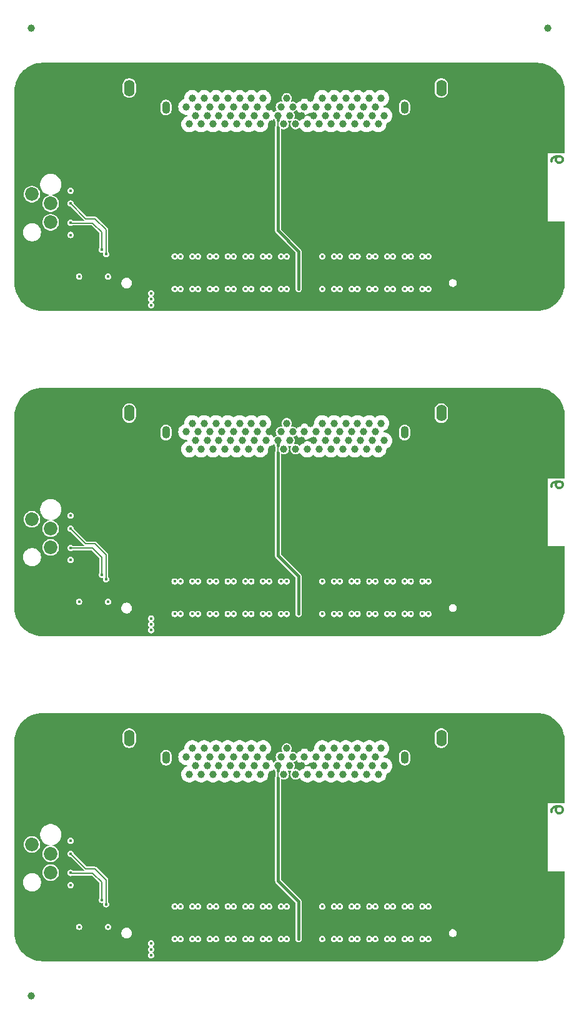
<source format=gbl>
G04 #@! TF.GenerationSoftware,KiCad,Pcbnew,8.0.6*
G04 #@! TF.CreationDate,2024-11-07T02:27:52-08:00*
G04 #@! TF.ProjectId,mse-68-vhdci-panel,6d73652d-3638-42d7-9668-6463692d7061,1*
G04 #@! TF.SameCoordinates,Original*
G04 #@! TF.FileFunction,Copper,L6,Bot*
G04 #@! TF.FilePolarity,Positive*
%FSLAX46Y46*%
G04 Gerber Fmt 4.6, Leading zero omitted, Abs format (unit mm)*
G04 Created by KiCad (PCBNEW 8.0.6) date 2024-11-07 02:27:52*
%MOMM*%
%LPD*%
G01*
G04 APERTURE LIST*
%ADD10C,0.300000*%
G04 #@! TA.AperFunction,NonConductor*
%ADD11C,0.300000*%
G04 #@! TD*
G04 #@! TA.AperFunction,ComponentPad*
%ADD12C,1.850000*%
G04 #@! TD*
G04 #@! TA.AperFunction,ComponentPad*
%ADD13C,6.400000*%
G04 #@! TD*
G04 #@! TA.AperFunction,ComponentPad*
%ADD14C,1.000000*%
G04 #@! TD*
G04 #@! TA.AperFunction,ComponentPad*
%ADD15O,1.400000X2.250000*%
G04 #@! TD*
G04 #@! TA.AperFunction,ComponentPad*
%ADD16O,1.100000X1.700000*%
G04 #@! TD*
G04 #@! TA.AperFunction,SMDPad,CuDef*
%ADD17C,1.000000*%
G04 #@! TD*
G04 #@! TA.AperFunction,ViaPad*
%ADD18C,0.450000*%
G04 #@! TD*
G04 #@! TA.AperFunction,ViaPad*
%ADD19C,0.600000*%
G04 #@! TD*
G04 #@! TA.AperFunction,Conductor*
%ADD20C,0.400000*%
G04 #@! TD*
G04 #@! TA.AperFunction,Conductor*
%ADD21C,0.200000*%
G04 #@! TD*
G04 APERTURE END LIST*
D10*
D11*
X-1999172Y27416285D02*
X-1999172Y27702000D01*
X-1999172Y27702000D02*
X-1927743Y27844857D01*
X-1927743Y27844857D02*
X-1856315Y27916285D01*
X-1856315Y27916285D02*
X-1642029Y28059143D01*
X-1642029Y28059143D02*
X-1356315Y28130571D01*
X-1356315Y28130571D02*
X-784886Y28130571D01*
X-784886Y28130571D02*
X-642029Y28059143D01*
X-642029Y28059143D02*
X-570600Y27987714D01*
X-570600Y27987714D02*
X-499172Y27844857D01*
X-499172Y27844857D02*
X-499172Y27559143D01*
X-499172Y27559143D02*
X-570600Y27416285D01*
X-570600Y27416285D02*
X-642029Y27344857D01*
X-642029Y27344857D02*
X-784886Y27273428D01*
X-784886Y27273428D02*
X-1142029Y27273428D01*
X-1142029Y27273428D02*
X-1284886Y27344857D01*
X-1284886Y27344857D02*
X-1356315Y27416285D01*
X-1356315Y27416285D02*
X-1427743Y27559143D01*
X-1427743Y27559143D02*
X-1427743Y27844857D01*
X-1427743Y27844857D02*
X-1356315Y27987714D01*
X-1356315Y27987714D02*
X-1284886Y28059143D01*
X-1284886Y28059143D02*
X-1142029Y28130571D01*
D10*
D11*
X-1999172Y115416285D02*
X-1999172Y115702000D01*
X-1999172Y115702000D02*
X-1927743Y115844857D01*
X-1927743Y115844857D02*
X-1856315Y115916285D01*
X-1856315Y115916285D02*
X-1642029Y116059143D01*
X-1642029Y116059143D02*
X-1356315Y116130571D01*
X-1356315Y116130571D02*
X-784886Y116130571D01*
X-784886Y116130571D02*
X-642029Y116059143D01*
X-642029Y116059143D02*
X-570600Y115987714D01*
X-570600Y115987714D02*
X-499172Y115844857D01*
X-499172Y115844857D02*
X-499172Y115559143D01*
X-499172Y115559143D02*
X-570600Y115416285D01*
X-570600Y115416285D02*
X-642029Y115344857D01*
X-642029Y115344857D02*
X-784886Y115273428D01*
X-784886Y115273428D02*
X-1142029Y115273428D01*
X-1142029Y115273428D02*
X-1284886Y115344857D01*
X-1284886Y115344857D02*
X-1356315Y115416285D01*
X-1356315Y115416285D02*
X-1427743Y115559143D01*
X-1427743Y115559143D02*
X-1427743Y115844857D01*
X-1427743Y115844857D02*
X-1356315Y115987714D01*
X-1356315Y115987714D02*
X-1284886Y116059143D01*
X-1284886Y116059143D02*
X-1142029Y116130571D01*
D10*
D11*
X-1999172Y71416285D02*
X-1999172Y71702000D01*
X-1999172Y71702000D02*
X-1927743Y71844857D01*
X-1927743Y71844857D02*
X-1856315Y71916285D01*
X-1856315Y71916285D02*
X-1642029Y72059143D01*
X-1642029Y72059143D02*
X-1356315Y72130571D01*
X-1356315Y72130571D02*
X-784886Y72130571D01*
X-784886Y72130571D02*
X-642029Y72059143D01*
X-642029Y72059143D02*
X-570600Y71987714D01*
X-570600Y71987714D02*
X-499172Y71844857D01*
X-499172Y71844857D02*
X-499172Y71559143D01*
X-499172Y71559143D02*
X-570600Y71416285D01*
X-570600Y71416285D02*
X-642029Y71344857D01*
X-642029Y71344857D02*
X-784886Y71273428D01*
X-784886Y71273428D02*
X-1142029Y71273428D01*
X-1142029Y71273428D02*
X-1284886Y71344857D01*
X-1284886Y71344857D02*
X-1356315Y71416285D01*
X-1356315Y71416285D02*
X-1427743Y71559143D01*
X-1427743Y71559143D02*
X-1427743Y71844857D01*
X-1427743Y71844857D02*
X-1356315Y71987714D01*
X-1356315Y71987714D02*
X-1284886Y72059143D01*
X-1284886Y72059143D02*
X-1142029Y72130571D01*
D12*
G04 #@! TO.P,J3,1,Pin_1*
G04 #@! TO.N,Board_0-+3V3*
X-72440000Y111012000D03*
G04 #@! TO.P,J3,2,Pin_2*
G04 #@! TO.N,Board_0-/PHY.ID_SDA*
X-69900000Y109742000D03*
G04 #@! TO.P,J3,3,Pin_3*
G04 #@! TO.N,Board_0-GND*
X-72440000Y108472000D03*
G04 #@! TO.P,J3,4,Pin_4*
G04 #@! TO.N,Board_0-/PHY.ID_SCL*
X-69900000Y107202000D03*
G04 #@! TD*
D13*
G04 #@! TO.P,H3,1,1*
G04 #@! TO.N,Board_2-GND*
X-71000000Y11002000D03*
G04 #@! TD*
D12*
G04 #@! TO.P,J3,1,Pin_1*
G04 #@! TO.N,Board_1-+3V3*
X-72440000Y67012000D03*
G04 #@! TO.P,J3,2,Pin_2*
G04 #@! TO.N,Board_1-/PHY.ID_SDA*
X-69900000Y65742000D03*
G04 #@! TO.P,J3,3,Pin_3*
G04 #@! TO.N,Board_1-GND*
X-72440000Y64472000D03*
G04 #@! TO.P,J3,4,Pin_4*
G04 #@! TO.N,Board_1-/PHY.ID_SCL*
X-69900000Y63202000D03*
G04 #@! TD*
D14*
G04 #@! TO.P,J4,1,Pin_1*
G04 #@! TO.N,Board_2-/CON.DB12+*
X-51100000Y32502000D03*
G04 #@! TO.P,J4,2,Pin_2*
G04 #@! TO.N,Board_2-/CON.DB13+*
X-50300000Y33652000D03*
G04 #@! TO.P,J4,3,Pin_3*
G04 #@! TO.N,Board_2-/CON.DB14+*
X-49500000Y32502000D03*
G04 #@! TO.P,J4,4,Pin_4*
G04 #@! TO.N,Board_2-/CON.DB15+*
X-48700000Y33652000D03*
G04 #@! TO.P,J4,5,Pin_5*
G04 #@! TO.N,Board_2-/CON.DP1+*
X-47900000Y32502000D03*
G04 #@! TO.P,J4,6,Pin_6*
G04 #@! TO.N,Board_2-/CON.DB0+*
X-47100000Y33652000D03*
G04 #@! TO.P,J4,7,Pin_7*
G04 #@! TO.N,Board_2-/CON.DB1+*
X-46300000Y32502000D03*
G04 #@! TO.P,J4,8,Pin_8*
G04 #@! TO.N,Board_2-/CON.DB2+*
X-45500000Y33652000D03*
G04 #@! TO.P,J4,9,Pin_9*
G04 #@! TO.N,Board_2-/CON.DB3+*
X-44700000Y32502000D03*
G04 #@! TO.P,J4,10,Pin_10*
G04 #@! TO.N,Board_2-/CON.DB4+*
X-43900000Y33652000D03*
G04 #@! TO.P,J4,11,Pin_11*
G04 #@! TO.N,Board_2-/CON.DB5+*
X-43100000Y32501999D03*
G04 #@! TO.P,J4,12,Pin_12*
G04 #@! TO.N,Board_2-/CON.DB6+*
X-42300000Y33652000D03*
G04 #@! TO.P,J4,13,Pin_13*
G04 #@! TO.N,Board_2-/CON.DB7+*
X-41500001Y32502000D03*
G04 #@! TO.P,J4,14,Pin_14*
G04 #@! TO.N,Board_2-/CON.DP0+*
X-40700000Y33652000D03*
G04 #@! TO.P,J4,15,Pin_15*
G04 #@! TO.N,Board_2-GND*
X-39900000Y32502000D03*
G04 #@! TO.P,J4,16,Pin_16*
G04 #@! TO.N,Board_2-/CON.DIFFSENSE*
X-39100000Y33652000D03*
G04 #@! TO.P,J4,17,Pin_17*
G04 #@! TO.N,Board_2-/CON.TERMPWR*
X-38300000Y32502000D03*
G04 #@! TO.P,J4,18,Pin_18*
X-37500000Y33652000D03*
G04 #@! TO.P,J4,19,Pin_19*
G04 #@! TO.N,Board_2-unconnected-(J4-Pin_19-Pad19)*
X-36700000Y32502000D03*
G04 #@! TO.P,J4,20,Pin_20*
G04 #@! TO.N,Board_2-GND*
X-35900000Y33652000D03*
G04 #@! TO.P,J4,21,Pin_21*
G04 #@! TO.N,Board_2-/CON.ATN+*
X-35100000Y32502000D03*
G04 #@! TO.P,J4,22,Pin_22*
G04 #@! TO.N,Board_2-GND*
X-34300000Y33652000D03*
G04 #@! TO.P,J4,23,Pin_23*
G04 #@! TO.N,Board_2-/CON.BSY+*
X-33499999Y32502000D03*
G04 #@! TO.P,J4,24,Pin_24*
G04 #@! TO.N,Board_2-/CON.ACK+*
X-32700000Y33652000D03*
G04 #@! TO.P,J4,25,Pin_25*
G04 #@! TO.N,Board_2-/CON.RST+*
X-31900000Y32501999D03*
G04 #@! TO.P,J4,26,Pin_26*
G04 #@! TO.N,Board_2-/CON.MSG+*
X-31100000Y33652000D03*
G04 #@! TO.P,J4,27,Pin_27*
G04 #@! TO.N,Board_2-/CON.SEL+*
X-30300000Y32502000D03*
G04 #@! TO.P,J4,28,Pin_28*
G04 #@! TO.N,Board_2-/CON.C{slash}D+*
X-29500000Y33652000D03*
G04 #@! TO.P,J4,29,Pin_29*
G04 #@! TO.N,Board_2-/CON.REQ+*
X-28700000Y32502000D03*
G04 #@! TO.P,J4,30,Pin_30*
G04 #@! TO.N,Board_2-/CON.I{slash}O+*
X-27900000Y33652000D03*
G04 #@! TO.P,J4,31,Pin_31*
G04 #@! TO.N,Board_2-/CON.DB8+*
X-27100000Y32502000D03*
G04 #@! TO.P,J4,32,Pin_32*
G04 #@! TO.N,Board_2-/CON.DB9+*
X-26300000Y33652000D03*
G04 #@! TO.P,J4,33,Pin_33*
G04 #@! TO.N,Board_2-/CON.DB10+*
X-25500000Y32502000D03*
G04 #@! TO.P,J4,34,Pin_34*
G04 #@! TO.N,Board_2-/CON.DB11+*
X-24700000Y33652000D03*
G04 #@! TO.P,J4,35,Pin_35*
G04 #@! TO.N,Board_2-/CON.DB12-*
X-51500000Y34852000D03*
G04 #@! TO.P,J4,36,Pin_36*
G04 #@! TO.N,Board_2-/CON.DB13-*
X-50700000Y36002001D03*
G04 #@! TO.P,J4,37,Pin_37*
G04 #@! TO.N,Board_2-/CON.DB14-*
X-49900000Y34852000D03*
G04 #@! TO.P,J4,38,Pin_38*
G04 #@! TO.N,Board_2-/CON.DB15-*
X-49100000Y36002000D03*
G04 #@! TO.P,J4,39,Pin_39*
G04 #@! TO.N,Board_2-/CON.DP1-*
X-48300000Y34852000D03*
G04 #@! TO.P,J4,40,Pin_40*
G04 #@! TO.N,Board_2-/CON.DB0-*
X-47500000Y36002000D03*
G04 #@! TO.P,J4,41,Pin_41*
G04 #@! TO.N,Board_2-/CON.DB1-*
X-46700000Y34852000D03*
G04 #@! TO.P,J4,42,Pin_42*
G04 #@! TO.N,Board_2-/CON.DB2-*
X-45900000Y36002000D03*
G04 #@! TO.P,J4,43,Pin_43*
G04 #@! TO.N,Board_2-/CON.DB3-*
X-45100000Y34852000D03*
G04 #@! TO.P,J4,44,Pin_44*
G04 #@! TO.N,Board_2-/CON.DB4-*
X-44300000Y36002000D03*
G04 #@! TO.P,J4,45,Pin_45*
G04 #@! TO.N,Board_2-/CON.DB5-*
X-43500000Y34852000D03*
G04 #@! TO.P,J4,46,Pin_46*
G04 #@! TO.N,Board_2-/CON.DB6-*
X-42700000Y36002000D03*
G04 #@! TO.P,J4,47,Pin_47*
G04 #@! TO.N,Board_2-/CON.DB7-*
X-41900000Y34852000D03*
G04 #@! TO.P,J4,48,Pin_48*
G04 #@! TO.N,Board_2-/CON.DP0-*
X-41100000Y36002001D03*
G04 #@! TO.P,J4,49,Pin_49*
G04 #@! TO.N,Board_2-GND*
X-40300000Y34852000D03*
G04 #@! TO.P,J4,50,Pin_50*
X-39500000Y36002001D03*
G04 #@! TO.P,J4,51,Pin_51*
G04 #@! TO.N,Board_2-/CON.TERMPWR*
X-38700000Y34852000D03*
G04 #@! TO.P,J4,52,Pin_52*
X-37900000Y36002000D03*
G04 #@! TO.P,J4,53,Pin_53*
G04 #@! TO.N,Board_2-unconnected-(J4-Pin_53-Pad53)*
X-37100000Y34852000D03*
G04 #@! TO.P,J4,54,Pin_54*
G04 #@! TO.N,Board_2-GND*
X-36300000Y36002000D03*
G04 #@! TO.P,J4,55,Pin_55*
G04 #@! TO.N,Board_2-/CON.ATN-*
X-35500000Y34852000D03*
G04 #@! TO.P,J4,56,Pin_56*
G04 #@! TO.N,Board_2-GND*
X-34700000Y36002000D03*
G04 #@! TO.P,J4,57,Pin_57*
G04 #@! TO.N,Board_2-/CON.BSY-*
X-33900000Y34852000D03*
G04 #@! TO.P,J4,58,Pin_58*
G04 #@! TO.N,Board_2-/CON.ACK-*
X-33100000Y36002000D03*
G04 #@! TO.P,J4,59,Pin_59*
G04 #@! TO.N,Board_2-/CON.RST-*
X-32300000Y34852000D03*
G04 #@! TO.P,J4,60,Pin_60*
G04 #@! TO.N,Board_2-/CON.MSG-*
X-31500000Y36002000D03*
G04 #@! TO.P,J4,61,Pin_61*
G04 #@! TO.N,Board_2-/CON.SEL-*
X-30700000Y34852000D03*
G04 #@! TO.P,J4,62,Pin_62*
G04 #@! TO.N,Board_2-/CON.C{slash}D-*
X-29900000Y36002001D03*
G04 #@! TO.P,J4,63,Pin_63*
G04 #@! TO.N,Board_2-/CON.REQ-*
X-29100000Y34852000D03*
G04 #@! TO.P,J4,64,Pin_64*
G04 #@! TO.N,Board_2-/CON.I{slash}O-*
X-28300000Y36002001D03*
G04 #@! TO.P,J4,65,Pin_65*
G04 #@! TO.N,Board_2-/CON.DB8-*
X-27500000Y34852000D03*
G04 #@! TO.P,J4,66,Pin_66*
G04 #@! TO.N,Board_2-/CON.DB9-*
X-26700000Y36002000D03*
G04 #@! TO.P,J4,67,Pin_67*
G04 #@! TO.N,Board_2-/CON.DB10-*
X-25900000Y34852000D03*
G04 #@! TO.P,J4,68,Pin_68*
G04 #@! TO.N,Board_2-/CON.DB11-*
X-25100000Y36002000D03*
D15*
G04 #@! TO.P,J4,SHIELD,SHIELD*
G04 #@! TO.N,Board_2-/SHIELD*
X-16950000Y37382000D03*
D16*
X-21925000Y34752000D03*
X-54275000Y34752000D03*
D15*
X-59250000Y37382000D03*
G04 #@! TD*
D14*
G04 #@! TO.P,J4,1,Pin_1*
G04 #@! TO.N,Board_0-/CON.DB12+*
X-51100000Y120502000D03*
G04 #@! TO.P,J4,2,Pin_2*
G04 #@! TO.N,Board_0-/CON.DB13+*
X-50300000Y121652000D03*
G04 #@! TO.P,J4,3,Pin_3*
G04 #@! TO.N,Board_0-/CON.DB14+*
X-49500000Y120502000D03*
G04 #@! TO.P,J4,4,Pin_4*
G04 #@! TO.N,Board_0-/CON.DB15+*
X-48700000Y121652000D03*
G04 #@! TO.P,J4,5,Pin_5*
G04 #@! TO.N,Board_0-/CON.DP1+*
X-47900000Y120502000D03*
G04 #@! TO.P,J4,6,Pin_6*
G04 #@! TO.N,Board_0-/CON.DB0+*
X-47100000Y121652000D03*
G04 #@! TO.P,J4,7,Pin_7*
G04 #@! TO.N,Board_0-/CON.DB1+*
X-46300000Y120502000D03*
G04 #@! TO.P,J4,8,Pin_8*
G04 #@! TO.N,Board_0-/CON.DB2+*
X-45500000Y121652000D03*
G04 #@! TO.P,J4,9,Pin_9*
G04 #@! TO.N,Board_0-/CON.DB3+*
X-44700000Y120502000D03*
G04 #@! TO.P,J4,10,Pin_10*
G04 #@! TO.N,Board_0-/CON.DB4+*
X-43900000Y121652000D03*
G04 #@! TO.P,J4,11,Pin_11*
G04 #@! TO.N,Board_0-/CON.DB5+*
X-43100000Y120501999D03*
G04 #@! TO.P,J4,12,Pin_12*
G04 #@! TO.N,Board_0-/CON.DB6+*
X-42300000Y121652000D03*
G04 #@! TO.P,J4,13,Pin_13*
G04 #@! TO.N,Board_0-/CON.DB7+*
X-41500001Y120502000D03*
G04 #@! TO.P,J4,14,Pin_14*
G04 #@! TO.N,Board_0-/CON.DP0+*
X-40700000Y121652000D03*
G04 #@! TO.P,J4,15,Pin_15*
G04 #@! TO.N,Board_0-GND*
X-39900000Y120502000D03*
G04 #@! TO.P,J4,16,Pin_16*
G04 #@! TO.N,Board_0-/CON.DIFFSENSE*
X-39100000Y121652000D03*
G04 #@! TO.P,J4,17,Pin_17*
G04 #@! TO.N,Board_0-/CON.TERMPWR*
X-38300000Y120502000D03*
G04 #@! TO.P,J4,18,Pin_18*
X-37500000Y121652000D03*
G04 #@! TO.P,J4,19,Pin_19*
G04 #@! TO.N,Board_0-unconnected-(J4-Pin_19-Pad19)*
X-36700000Y120502000D03*
G04 #@! TO.P,J4,20,Pin_20*
G04 #@! TO.N,Board_0-GND*
X-35900000Y121652000D03*
G04 #@! TO.P,J4,21,Pin_21*
G04 #@! TO.N,Board_0-/CON.ATN+*
X-35100000Y120502000D03*
G04 #@! TO.P,J4,22,Pin_22*
G04 #@! TO.N,Board_0-GND*
X-34300000Y121652000D03*
G04 #@! TO.P,J4,23,Pin_23*
G04 #@! TO.N,Board_0-/CON.BSY+*
X-33499999Y120502000D03*
G04 #@! TO.P,J4,24,Pin_24*
G04 #@! TO.N,Board_0-/CON.ACK+*
X-32700000Y121652000D03*
G04 #@! TO.P,J4,25,Pin_25*
G04 #@! TO.N,Board_0-/CON.RST+*
X-31900000Y120501999D03*
G04 #@! TO.P,J4,26,Pin_26*
G04 #@! TO.N,Board_0-/CON.MSG+*
X-31100000Y121652000D03*
G04 #@! TO.P,J4,27,Pin_27*
G04 #@! TO.N,Board_0-/CON.SEL+*
X-30300000Y120502000D03*
G04 #@! TO.P,J4,28,Pin_28*
G04 #@! TO.N,Board_0-/CON.C{slash}D+*
X-29500000Y121652000D03*
G04 #@! TO.P,J4,29,Pin_29*
G04 #@! TO.N,Board_0-/CON.REQ+*
X-28700000Y120502000D03*
G04 #@! TO.P,J4,30,Pin_30*
G04 #@! TO.N,Board_0-/CON.I{slash}O+*
X-27900000Y121652000D03*
G04 #@! TO.P,J4,31,Pin_31*
G04 #@! TO.N,Board_0-/CON.DB8+*
X-27100000Y120502000D03*
G04 #@! TO.P,J4,32,Pin_32*
G04 #@! TO.N,Board_0-/CON.DB9+*
X-26300000Y121652000D03*
G04 #@! TO.P,J4,33,Pin_33*
G04 #@! TO.N,Board_0-/CON.DB10+*
X-25500000Y120502000D03*
G04 #@! TO.P,J4,34,Pin_34*
G04 #@! TO.N,Board_0-/CON.DB11+*
X-24700000Y121652000D03*
G04 #@! TO.P,J4,35,Pin_35*
G04 #@! TO.N,Board_0-/CON.DB12-*
X-51500000Y122852000D03*
G04 #@! TO.P,J4,36,Pin_36*
G04 #@! TO.N,Board_0-/CON.DB13-*
X-50700000Y124002001D03*
G04 #@! TO.P,J4,37,Pin_37*
G04 #@! TO.N,Board_0-/CON.DB14-*
X-49900000Y122852000D03*
G04 #@! TO.P,J4,38,Pin_38*
G04 #@! TO.N,Board_0-/CON.DB15-*
X-49100000Y124002000D03*
G04 #@! TO.P,J4,39,Pin_39*
G04 #@! TO.N,Board_0-/CON.DP1-*
X-48300000Y122852000D03*
G04 #@! TO.P,J4,40,Pin_40*
G04 #@! TO.N,Board_0-/CON.DB0-*
X-47500000Y124002000D03*
G04 #@! TO.P,J4,41,Pin_41*
G04 #@! TO.N,Board_0-/CON.DB1-*
X-46700000Y122852000D03*
G04 #@! TO.P,J4,42,Pin_42*
G04 #@! TO.N,Board_0-/CON.DB2-*
X-45900000Y124002000D03*
G04 #@! TO.P,J4,43,Pin_43*
G04 #@! TO.N,Board_0-/CON.DB3-*
X-45100000Y122852000D03*
G04 #@! TO.P,J4,44,Pin_44*
G04 #@! TO.N,Board_0-/CON.DB4-*
X-44300000Y124002000D03*
G04 #@! TO.P,J4,45,Pin_45*
G04 #@! TO.N,Board_0-/CON.DB5-*
X-43500000Y122852000D03*
G04 #@! TO.P,J4,46,Pin_46*
G04 #@! TO.N,Board_0-/CON.DB6-*
X-42700000Y124002000D03*
G04 #@! TO.P,J4,47,Pin_47*
G04 #@! TO.N,Board_0-/CON.DB7-*
X-41900000Y122852000D03*
G04 #@! TO.P,J4,48,Pin_48*
G04 #@! TO.N,Board_0-/CON.DP0-*
X-41100000Y124002001D03*
G04 #@! TO.P,J4,49,Pin_49*
G04 #@! TO.N,Board_0-GND*
X-40300000Y122852000D03*
G04 #@! TO.P,J4,50,Pin_50*
X-39500000Y124002001D03*
G04 #@! TO.P,J4,51,Pin_51*
G04 #@! TO.N,Board_0-/CON.TERMPWR*
X-38700000Y122852000D03*
G04 #@! TO.P,J4,52,Pin_52*
X-37900000Y124002000D03*
G04 #@! TO.P,J4,53,Pin_53*
G04 #@! TO.N,Board_0-unconnected-(J4-Pin_53-Pad53)*
X-37100000Y122852000D03*
G04 #@! TO.P,J4,54,Pin_54*
G04 #@! TO.N,Board_0-GND*
X-36300000Y124002000D03*
G04 #@! TO.P,J4,55,Pin_55*
G04 #@! TO.N,Board_0-/CON.ATN-*
X-35500000Y122852000D03*
G04 #@! TO.P,J4,56,Pin_56*
G04 #@! TO.N,Board_0-GND*
X-34700000Y124002000D03*
G04 #@! TO.P,J4,57,Pin_57*
G04 #@! TO.N,Board_0-/CON.BSY-*
X-33900000Y122852000D03*
G04 #@! TO.P,J4,58,Pin_58*
G04 #@! TO.N,Board_0-/CON.ACK-*
X-33100000Y124002000D03*
G04 #@! TO.P,J4,59,Pin_59*
G04 #@! TO.N,Board_0-/CON.RST-*
X-32300000Y122852000D03*
G04 #@! TO.P,J4,60,Pin_60*
G04 #@! TO.N,Board_0-/CON.MSG-*
X-31500000Y124002000D03*
G04 #@! TO.P,J4,61,Pin_61*
G04 #@! TO.N,Board_0-/CON.SEL-*
X-30700000Y122852000D03*
G04 #@! TO.P,J4,62,Pin_62*
G04 #@! TO.N,Board_0-/CON.C{slash}D-*
X-29900000Y124002001D03*
G04 #@! TO.P,J4,63,Pin_63*
G04 #@! TO.N,Board_0-/CON.REQ-*
X-29100000Y122852000D03*
G04 #@! TO.P,J4,64,Pin_64*
G04 #@! TO.N,Board_0-/CON.I{slash}O-*
X-28300000Y124002001D03*
G04 #@! TO.P,J4,65,Pin_65*
G04 #@! TO.N,Board_0-/CON.DB8-*
X-27500000Y122852000D03*
G04 #@! TO.P,J4,66,Pin_66*
G04 #@! TO.N,Board_0-/CON.DB9-*
X-26700000Y124002000D03*
G04 #@! TO.P,J4,67,Pin_67*
G04 #@! TO.N,Board_0-/CON.DB10-*
X-25900000Y122852000D03*
G04 #@! TO.P,J4,68,Pin_68*
G04 #@! TO.N,Board_0-/CON.DB11-*
X-25100000Y124002000D03*
D15*
G04 #@! TO.P,J4,SHIELD,SHIELD*
G04 #@! TO.N,Board_0-/SHIELD*
X-16950000Y125382000D03*
D16*
X-21925000Y122752000D03*
X-54275000Y122752000D03*
D15*
X-59250000Y125382000D03*
G04 #@! TD*
D13*
G04 #@! TO.P,H3,1,1*
G04 #@! TO.N,Board_0-GND*
X-71000000Y99002000D03*
G04 #@! TD*
G04 #@! TO.P,H3,1,1*
G04 #@! TO.N,Board_1-GND*
X-71000000Y55002000D03*
G04 #@! TD*
G04 #@! TO.P,H4,1,1*
G04 #@! TO.N,Board_2-GND*
X-4000000Y11002000D03*
G04 #@! TD*
G04 #@! TO.P,H4,1,1*
G04 #@! TO.N,Board_0-GND*
X-4000000Y99002000D03*
G04 #@! TD*
D14*
G04 #@! TO.P,J4,1,Pin_1*
G04 #@! TO.N,Board_1-/CON.DB12+*
X-51100000Y76502000D03*
G04 #@! TO.P,J4,2,Pin_2*
G04 #@! TO.N,Board_1-/CON.DB13+*
X-50300000Y77652000D03*
G04 #@! TO.P,J4,3,Pin_3*
G04 #@! TO.N,Board_1-/CON.DB14+*
X-49500000Y76502000D03*
G04 #@! TO.P,J4,4,Pin_4*
G04 #@! TO.N,Board_1-/CON.DB15+*
X-48700000Y77652000D03*
G04 #@! TO.P,J4,5,Pin_5*
G04 #@! TO.N,Board_1-/CON.DP1+*
X-47900000Y76502000D03*
G04 #@! TO.P,J4,6,Pin_6*
G04 #@! TO.N,Board_1-/CON.DB0+*
X-47100000Y77652000D03*
G04 #@! TO.P,J4,7,Pin_7*
G04 #@! TO.N,Board_1-/CON.DB1+*
X-46300000Y76502000D03*
G04 #@! TO.P,J4,8,Pin_8*
G04 #@! TO.N,Board_1-/CON.DB2+*
X-45500000Y77652000D03*
G04 #@! TO.P,J4,9,Pin_9*
G04 #@! TO.N,Board_1-/CON.DB3+*
X-44700000Y76502000D03*
G04 #@! TO.P,J4,10,Pin_10*
G04 #@! TO.N,Board_1-/CON.DB4+*
X-43900000Y77652000D03*
G04 #@! TO.P,J4,11,Pin_11*
G04 #@! TO.N,Board_1-/CON.DB5+*
X-43100000Y76501999D03*
G04 #@! TO.P,J4,12,Pin_12*
G04 #@! TO.N,Board_1-/CON.DB6+*
X-42300000Y77652000D03*
G04 #@! TO.P,J4,13,Pin_13*
G04 #@! TO.N,Board_1-/CON.DB7+*
X-41500001Y76502000D03*
G04 #@! TO.P,J4,14,Pin_14*
G04 #@! TO.N,Board_1-/CON.DP0+*
X-40700000Y77652000D03*
G04 #@! TO.P,J4,15,Pin_15*
G04 #@! TO.N,Board_1-GND*
X-39900000Y76502000D03*
G04 #@! TO.P,J4,16,Pin_16*
G04 #@! TO.N,Board_1-/CON.DIFFSENSE*
X-39100000Y77652000D03*
G04 #@! TO.P,J4,17,Pin_17*
G04 #@! TO.N,Board_1-/CON.TERMPWR*
X-38300000Y76502000D03*
G04 #@! TO.P,J4,18,Pin_18*
X-37500000Y77652000D03*
G04 #@! TO.P,J4,19,Pin_19*
G04 #@! TO.N,Board_1-unconnected-(J4-Pin_19-Pad19)*
X-36700000Y76502000D03*
G04 #@! TO.P,J4,20,Pin_20*
G04 #@! TO.N,Board_1-GND*
X-35900000Y77652000D03*
G04 #@! TO.P,J4,21,Pin_21*
G04 #@! TO.N,Board_1-/CON.ATN+*
X-35100000Y76502000D03*
G04 #@! TO.P,J4,22,Pin_22*
G04 #@! TO.N,Board_1-GND*
X-34300000Y77652000D03*
G04 #@! TO.P,J4,23,Pin_23*
G04 #@! TO.N,Board_1-/CON.BSY+*
X-33499999Y76502000D03*
G04 #@! TO.P,J4,24,Pin_24*
G04 #@! TO.N,Board_1-/CON.ACK+*
X-32700000Y77652000D03*
G04 #@! TO.P,J4,25,Pin_25*
G04 #@! TO.N,Board_1-/CON.RST+*
X-31900000Y76501999D03*
G04 #@! TO.P,J4,26,Pin_26*
G04 #@! TO.N,Board_1-/CON.MSG+*
X-31100000Y77652000D03*
G04 #@! TO.P,J4,27,Pin_27*
G04 #@! TO.N,Board_1-/CON.SEL+*
X-30300000Y76502000D03*
G04 #@! TO.P,J4,28,Pin_28*
G04 #@! TO.N,Board_1-/CON.C{slash}D+*
X-29500000Y77652000D03*
G04 #@! TO.P,J4,29,Pin_29*
G04 #@! TO.N,Board_1-/CON.REQ+*
X-28700000Y76502000D03*
G04 #@! TO.P,J4,30,Pin_30*
G04 #@! TO.N,Board_1-/CON.I{slash}O+*
X-27900000Y77652000D03*
G04 #@! TO.P,J4,31,Pin_31*
G04 #@! TO.N,Board_1-/CON.DB8+*
X-27100000Y76502000D03*
G04 #@! TO.P,J4,32,Pin_32*
G04 #@! TO.N,Board_1-/CON.DB9+*
X-26300000Y77652000D03*
G04 #@! TO.P,J4,33,Pin_33*
G04 #@! TO.N,Board_1-/CON.DB10+*
X-25500000Y76502000D03*
G04 #@! TO.P,J4,34,Pin_34*
G04 #@! TO.N,Board_1-/CON.DB11+*
X-24700000Y77652000D03*
G04 #@! TO.P,J4,35,Pin_35*
G04 #@! TO.N,Board_1-/CON.DB12-*
X-51500000Y78852000D03*
G04 #@! TO.P,J4,36,Pin_36*
G04 #@! TO.N,Board_1-/CON.DB13-*
X-50700000Y80002001D03*
G04 #@! TO.P,J4,37,Pin_37*
G04 #@! TO.N,Board_1-/CON.DB14-*
X-49900000Y78852000D03*
G04 #@! TO.P,J4,38,Pin_38*
G04 #@! TO.N,Board_1-/CON.DB15-*
X-49100000Y80002000D03*
G04 #@! TO.P,J4,39,Pin_39*
G04 #@! TO.N,Board_1-/CON.DP1-*
X-48300000Y78852000D03*
G04 #@! TO.P,J4,40,Pin_40*
G04 #@! TO.N,Board_1-/CON.DB0-*
X-47500000Y80002000D03*
G04 #@! TO.P,J4,41,Pin_41*
G04 #@! TO.N,Board_1-/CON.DB1-*
X-46700000Y78852000D03*
G04 #@! TO.P,J4,42,Pin_42*
G04 #@! TO.N,Board_1-/CON.DB2-*
X-45900000Y80002000D03*
G04 #@! TO.P,J4,43,Pin_43*
G04 #@! TO.N,Board_1-/CON.DB3-*
X-45100000Y78852000D03*
G04 #@! TO.P,J4,44,Pin_44*
G04 #@! TO.N,Board_1-/CON.DB4-*
X-44300000Y80002000D03*
G04 #@! TO.P,J4,45,Pin_45*
G04 #@! TO.N,Board_1-/CON.DB5-*
X-43500000Y78852000D03*
G04 #@! TO.P,J4,46,Pin_46*
G04 #@! TO.N,Board_1-/CON.DB6-*
X-42700000Y80002000D03*
G04 #@! TO.P,J4,47,Pin_47*
G04 #@! TO.N,Board_1-/CON.DB7-*
X-41900000Y78852000D03*
G04 #@! TO.P,J4,48,Pin_48*
G04 #@! TO.N,Board_1-/CON.DP0-*
X-41100000Y80002001D03*
G04 #@! TO.P,J4,49,Pin_49*
G04 #@! TO.N,Board_1-GND*
X-40300000Y78852000D03*
G04 #@! TO.P,J4,50,Pin_50*
X-39500000Y80002001D03*
G04 #@! TO.P,J4,51,Pin_51*
G04 #@! TO.N,Board_1-/CON.TERMPWR*
X-38700000Y78852000D03*
G04 #@! TO.P,J4,52,Pin_52*
X-37900000Y80002000D03*
G04 #@! TO.P,J4,53,Pin_53*
G04 #@! TO.N,Board_1-unconnected-(J4-Pin_53-Pad53)*
X-37100000Y78852000D03*
G04 #@! TO.P,J4,54,Pin_54*
G04 #@! TO.N,Board_1-GND*
X-36300000Y80002000D03*
G04 #@! TO.P,J4,55,Pin_55*
G04 #@! TO.N,Board_1-/CON.ATN-*
X-35500000Y78852000D03*
G04 #@! TO.P,J4,56,Pin_56*
G04 #@! TO.N,Board_1-GND*
X-34700000Y80002000D03*
G04 #@! TO.P,J4,57,Pin_57*
G04 #@! TO.N,Board_1-/CON.BSY-*
X-33900000Y78852000D03*
G04 #@! TO.P,J4,58,Pin_58*
G04 #@! TO.N,Board_1-/CON.ACK-*
X-33100000Y80002000D03*
G04 #@! TO.P,J4,59,Pin_59*
G04 #@! TO.N,Board_1-/CON.RST-*
X-32300000Y78852000D03*
G04 #@! TO.P,J4,60,Pin_60*
G04 #@! TO.N,Board_1-/CON.MSG-*
X-31500000Y80002000D03*
G04 #@! TO.P,J4,61,Pin_61*
G04 #@! TO.N,Board_1-/CON.SEL-*
X-30700000Y78852000D03*
G04 #@! TO.P,J4,62,Pin_62*
G04 #@! TO.N,Board_1-/CON.C{slash}D-*
X-29900000Y80002001D03*
G04 #@! TO.P,J4,63,Pin_63*
G04 #@! TO.N,Board_1-/CON.REQ-*
X-29100000Y78852000D03*
G04 #@! TO.P,J4,64,Pin_64*
G04 #@! TO.N,Board_1-/CON.I{slash}O-*
X-28300000Y80002001D03*
G04 #@! TO.P,J4,65,Pin_65*
G04 #@! TO.N,Board_1-/CON.DB8-*
X-27500000Y78852000D03*
G04 #@! TO.P,J4,66,Pin_66*
G04 #@! TO.N,Board_1-/CON.DB9-*
X-26700000Y80002000D03*
G04 #@! TO.P,J4,67,Pin_67*
G04 #@! TO.N,Board_1-/CON.DB10-*
X-25900000Y78852000D03*
G04 #@! TO.P,J4,68,Pin_68*
G04 #@! TO.N,Board_1-/CON.DB11-*
X-25100000Y80002000D03*
D15*
G04 #@! TO.P,J4,SHIELD,SHIELD*
G04 #@! TO.N,Board_1-/SHIELD*
X-16950000Y81382000D03*
D16*
X-21925000Y78752000D03*
X-54275000Y78752000D03*
D15*
X-59250000Y81382000D03*
G04 #@! TD*
D12*
G04 #@! TO.P,J3,1,Pin_1*
G04 #@! TO.N,Board_2-+3V3*
X-72440000Y23012000D03*
G04 #@! TO.P,J3,2,Pin_2*
G04 #@! TO.N,Board_2-/PHY.ID_SDA*
X-69900000Y21742000D03*
G04 #@! TO.P,J3,3,Pin_3*
G04 #@! TO.N,Board_2-GND*
X-72440000Y20472000D03*
G04 #@! TO.P,J3,4,Pin_4*
G04 #@! TO.N,Board_2-/PHY.ID_SCL*
X-69900000Y19202000D03*
G04 #@! TD*
D13*
G04 #@! TO.P,H4,1,1*
G04 #@! TO.N,Board_1-GND*
X-4000000Y55002000D03*
G04 #@! TD*
D17*
G04 #@! TO.P,KiKit_FID_B_1,*
G04 #@! TO.N,*
X-72500000Y133503500D03*
G04 #@! TD*
G04 #@! TO.P,KiKit_FID_B_2,*
G04 #@! TO.N,*
X-2500000Y133503500D03*
G04 #@! TD*
G04 #@! TO.P,KiKit_FID_B_3,*
G04 #@! TO.N,*
X-72500000Y2500000D03*
G04 #@! TD*
D18*
G04 #@! TO.N,Board_0-+3V3*
X-67200000Y111502000D03*
X-56300000Y96002000D03*
X-56300000Y97602000D03*
X-62150000Y99852000D03*
X-67200000Y105502000D03*
X-56300000Y96802000D03*
X-66050000Y99852000D03*
G04 #@! TO.N,Board_0-/CON.ACK+*
X-30700000Y98202000D03*
G04 #@! TO.N,Board_0-/CON.ACK-*
X-30700000Y102602000D03*
G04 #@! TO.N,Board_0-/CON.ATN+*
X-33100000Y98202000D03*
G04 #@! TO.N,Board_0-/CON.ATN-*
X-33100000Y102602000D03*
G04 #@! TO.N,Board_0-/CON.BSY+*
X-31500000Y98202000D03*
G04 #@! TO.N,Board_0-/CON.BSY-*
X-31500000Y102602000D03*
G04 #@! TO.N,Board_0-/CON.C{slash}D+*
X-25900000Y98202000D03*
G04 #@! TO.N,Board_0-/CON.C{slash}D-*
X-25900000Y102602000D03*
G04 #@! TO.N,Board_0-/CON.DB0+*
X-47500000Y98202000D03*
G04 #@! TO.N,Board_0-/CON.DB0-*
X-47500000Y102602000D03*
G04 #@! TO.N,Board_0-/CON.DB1+*
X-45900000Y98202000D03*
G04 #@! TO.N,Board_0-/CON.DB1-*
X-45900000Y102602000D03*
G04 #@! TO.N,Board_0-/CON.DB10+*
X-19500000Y98202000D03*
G04 #@! TO.N,Board_0-/CON.DB10-*
X-19500000Y102602000D03*
G04 #@! TO.N,Board_0-/CON.DB11+*
X-18700000Y98202000D03*
G04 #@! TO.N,Board_0-/CON.DB11-*
X-18700000Y102602000D03*
G04 #@! TO.N,Board_0-/CON.DB12+*
X-53100000Y98202000D03*
G04 #@! TO.N,Board_0-/CON.DB12-*
X-53100000Y102602000D03*
G04 #@! TO.N,Board_0-/CON.DB13+*
X-52300000Y98202000D03*
G04 #@! TO.N,Board_0-/CON.DB13-*
X-52300000Y102602000D03*
G04 #@! TO.N,Board_0-/CON.DB14+*
X-50700000Y98202000D03*
G04 #@! TO.N,Board_0-/CON.DB14-*
X-50700000Y102602000D03*
G04 #@! TO.N,Board_0-/CON.DB15+*
X-49900000Y98202000D03*
G04 #@! TO.N,Board_0-/CON.DB15-*
X-49900000Y102602000D03*
G04 #@! TO.N,Board_0-/CON.DB2+*
X-45100000Y98202000D03*
G04 #@! TO.N,Board_0-/CON.DB2-*
X-45100000Y102602000D03*
G04 #@! TO.N,Board_0-/CON.DB3+*
X-43500000Y98202000D03*
G04 #@! TO.N,Board_0-/CON.DB3-*
X-43500000Y102602000D03*
G04 #@! TO.N,Board_0-/CON.DB4+*
X-42700000Y98202000D03*
G04 #@! TO.N,Board_0-/CON.DB4-*
X-42700000Y102602000D03*
G04 #@! TO.N,Board_0-/CON.DB5+*
X-41100000Y98202000D03*
G04 #@! TO.N,Board_0-/CON.DB5-*
X-41100000Y102602000D03*
G04 #@! TO.N,Board_0-/CON.DB6+*
X-40300000Y98202000D03*
G04 #@! TO.N,Board_0-/CON.DB6-*
X-40300000Y102602000D03*
G04 #@! TO.N,Board_0-/CON.DB7+*
X-38700000Y98202000D03*
G04 #@! TO.N,Board_0-/CON.DB7-*
X-38700000Y102602000D03*
G04 #@! TO.N,Board_0-/CON.DB8+*
X-21900000Y98202000D03*
G04 #@! TO.N,Board_0-/CON.DB8-*
X-21900000Y102602000D03*
G04 #@! TO.N,Board_0-/CON.DB9+*
X-21100000Y98202000D03*
G04 #@! TO.N,Board_0-/CON.DB9-*
X-21100000Y102602000D03*
G04 #@! TO.N,Board_0-/CON.DIFFSENSE*
X-39100000Y120002000D03*
X-36300000Y98202000D03*
G04 #@! TO.N,Board_0-/CON.DP0+*
X-37900000Y98202000D03*
G04 #@! TO.N,Board_0-/CON.DP0-*
X-37900000Y102602000D03*
G04 #@! TO.N,Board_0-/CON.DP1+*
X-48300000Y98202000D03*
G04 #@! TO.N,Board_0-/CON.DP1-*
X-48300000Y102602000D03*
G04 #@! TO.N,Board_0-/CON.I{slash}O+*
X-23500000Y98202000D03*
G04 #@! TO.N,Board_0-/CON.I{slash}O-*
X-23500000Y102602000D03*
G04 #@! TO.N,Board_0-/CON.MSG+*
X-28300000Y98202000D03*
G04 #@! TO.N,Board_0-/CON.MSG-*
X-28300000Y102602000D03*
G04 #@! TO.N,Board_0-/CON.REQ+*
X-24300000Y98202000D03*
G04 #@! TO.N,Board_0-/CON.REQ-*
X-24300000Y102602000D03*
G04 #@! TO.N,Board_0-/CON.RST+*
X-29100000Y98202000D03*
G04 #@! TO.N,Board_0-/CON.RST-*
X-29100000Y102602000D03*
G04 #@! TO.N,Board_0-/CON.SEL+*
X-26700000Y98202000D03*
G04 #@! TO.N,Board_0-/CON.SEL-*
X-26700000Y102602000D03*
G04 #@! TO.N,Board_0-/PHY.ID_SCL*
X-63000000Y103502000D03*
X-67200000Y107152000D03*
G04 #@! TO.N,Board_0-/PHY.ID_SDA*
X-62400000Y102902000D03*
X-67200000Y109752000D03*
G04 #@! TO.N,Board_0-GND*
X-44300000Y97602000D03*
X-37100000Y102602000D03*
X-63600000Y99002000D03*
X-39500000Y102602000D03*
X-29900000Y101202000D03*
X-32300000Y102002000D03*
X-51500000Y100402000D03*
X-54700000Y96002000D03*
X-57100000Y100402000D03*
X-51500000Y96002000D03*
X-25100000Y97602000D03*
X-33900000Y96802000D03*
X-53900000Y102602000D03*
X-54700000Y96802000D03*
X-44300000Y96802000D03*
X-33900000Y96002000D03*
X-33900000Y97602000D03*
X-44300000Y98202000D03*
X-57100000Y101202000D03*
X-37100000Y102002000D03*
X-39500000Y96002000D03*
X-46700000Y101202000D03*
X-41900000Y101202000D03*
X-29900000Y98202000D03*
X-17900000Y97602000D03*
X-44300000Y102602000D03*
X-25100000Y102602000D03*
X-29900000Y97602000D03*
X-20300000Y100402000D03*
X-17900000Y96802000D03*
X-49100000Y98202000D03*
X-66050000Y98152000D03*
X-17900000Y102602000D03*
X-32300000Y101202000D03*
X-49100000Y96002000D03*
X-25100000Y102002000D03*
X-27500000Y97602000D03*
X-46700000Y97602000D03*
X-27500000Y100402000D03*
X-25100000Y96002000D03*
X-37100000Y98202000D03*
X-49100000Y101202000D03*
X-20300000Y98202000D03*
X-49100000Y96802000D03*
X-37100000Y96802000D03*
X-25100000Y98202000D03*
X-41900000Y96802000D03*
X-57100000Y102002000D03*
X-17900000Y100402000D03*
X-53900000Y97602000D03*
X-33900000Y98202000D03*
X-33900000Y102002000D03*
X-44300000Y100402000D03*
X-22700000Y102602000D03*
X-37100000Y101202000D03*
X-41900000Y102002000D03*
X-25100000Y101202000D03*
X-32300000Y100402000D03*
X-54700000Y100402000D03*
X-49100000Y100402000D03*
X-41900000Y102602000D03*
X-37100000Y100402000D03*
X-53900000Y96002000D03*
X-49100000Y102002000D03*
X-29900000Y100402000D03*
D19*
X-11200000Y124802000D03*
D18*
X-33900000Y100402000D03*
X-32300000Y96002000D03*
X-17900000Y98202000D03*
X-39500000Y97602000D03*
X-25100000Y96802000D03*
X-32300000Y96802000D03*
X-53900000Y102002000D03*
X-29900000Y102602000D03*
X-27500000Y96802000D03*
X-51500000Y98202000D03*
X-22700000Y100402000D03*
X-20300000Y97602000D03*
X-27500000Y102602000D03*
X-39500000Y96802000D03*
X-41900000Y97602000D03*
X-46700000Y102602000D03*
X-51500000Y101202000D03*
X-46700000Y96002000D03*
X-37100000Y97602000D03*
X-64100000Y99502000D03*
X-39500000Y102002000D03*
X-27500000Y96002000D03*
X-27500000Y102002000D03*
X-51500000Y102002000D03*
X-44300000Y101202000D03*
X-20300000Y102002000D03*
X-20300000Y96002000D03*
X-49100000Y102602000D03*
X-39500000Y100402000D03*
X-22700000Y102002000D03*
X-22700000Y96002000D03*
X-46700000Y102002000D03*
X-32300000Y98202000D03*
X-44300000Y102002000D03*
X-29900000Y96802000D03*
X-44300000Y96002000D03*
X-51500000Y96802000D03*
X-29900000Y102002000D03*
X-46700000Y98202000D03*
X-33900000Y101202000D03*
X-32300000Y97602000D03*
X-53900000Y101202000D03*
X-33900000Y102602000D03*
X-37100000Y96002000D03*
X-17900000Y101202000D03*
X-54700000Y102002000D03*
X-64100000Y98502000D03*
X-53900000Y96802000D03*
X-49100000Y97602000D03*
X-64650000Y99002000D03*
X-41900000Y100402000D03*
X-20300000Y102602000D03*
X-22700000Y98202000D03*
X-54700000Y101202000D03*
X-27500000Y98202000D03*
X-17900000Y102002000D03*
X-20300000Y96802000D03*
X-53900000Y98202000D03*
X-17900000Y96002000D03*
X-39500000Y101202000D03*
X-27500000Y101202000D03*
X-22700000Y101202000D03*
X-32300000Y102602000D03*
X-54700000Y97602000D03*
X-22700000Y96802000D03*
X-51500000Y102602000D03*
X-46700000Y96802000D03*
X-46700000Y100402000D03*
X-41900000Y98202000D03*
X-25100000Y100402000D03*
X-20300000Y101202000D03*
X-22700000Y97602000D03*
X-53900000Y100402000D03*
X-29900000Y96002000D03*
X-41900000Y96002000D03*
X-51500000Y97602000D03*
X-39500000Y98202000D03*
D19*
X-11200000Y126102000D03*
D18*
G04 #@! TO.N,Board_1-+3V3*
X-67200000Y61502000D03*
X-56300000Y52802000D03*
X-62150000Y55852000D03*
X-56300000Y52002000D03*
X-67200000Y67502000D03*
X-56300000Y53602000D03*
X-66050000Y55852000D03*
G04 #@! TO.N,Board_1-/CON.ACK+*
X-30700000Y54202000D03*
G04 #@! TO.N,Board_1-/CON.ACK-*
X-30700000Y58602000D03*
G04 #@! TO.N,Board_1-/CON.ATN+*
X-33100000Y54202000D03*
G04 #@! TO.N,Board_1-/CON.ATN-*
X-33100000Y58602000D03*
G04 #@! TO.N,Board_1-/CON.BSY+*
X-31500000Y54202000D03*
G04 #@! TO.N,Board_1-/CON.BSY-*
X-31500000Y58602000D03*
G04 #@! TO.N,Board_1-/CON.C{slash}D+*
X-25900000Y54202000D03*
G04 #@! TO.N,Board_1-/CON.C{slash}D-*
X-25900000Y58602000D03*
G04 #@! TO.N,Board_1-/CON.DB0+*
X-47500000Y54202000D03*
G04 #@! TO.N,Board_1-/CON.DB0-*
X-47500000Y58602000D03*
G04 #@! TO.N,Board_1-/CON.DB1+*
X-45900000Y54202000D03*
G04 #@! TO.N,Board_1-/CON.DB1-*
X-45900000Y58602000D03*
G04 #@! TO.N,Board_1-/CON.DB10+*
X-19500000Y54202000D03*
G04 #@! TO.N,Board_1-/CON.DB10-*
X-19500000Y58602000D03*
G04 #@! TO.N,Board_1-/CON.DB11+*
X-18700000Y54202000D03*
G04 #@! TO.N,Board_1-/CON.DB11-*
X-18700000Y58602000D03*
G04 #@! TO.N,Board_1-/CON.DB12+*
X-53100000Y54202000D03*
G04 #@! TO.N,Board_1-/CON.DB12-*
X-53100000Y58602000D03*
G04 #@! TO.N,Board_1-/CON.DB13+*
X-52300000Y54202000D03*
G04 #@! TO.N,Board_1-/CON.DB13-*
X-52300000Y58602000D03*
G04 #@! TO.N,Board_1-/CON.DB14+*
X-50700000Y54202000D03*
G04 #@! TO.N,Board_1-/CON.DB14-*
X-50700000Y58602000D03*
G04 #@! TO.N,Board_1-/CON.DB15+*
X-49900000Y54202000D03*
G04 #@! TO.N,Board_1-/CON.DB15-*
X-49900000Y58602000D03*
G04 #@! TO.N,Board_1-/CON.DB2+*
X-45100000Y54202000D03*
G04 #@! TO.N,Board_1-/CON.DB2-*
X-45100000Y58602000D03*
G04 #@! TO.N,Board_1-/CON.DB3+*
X-43500000Y54202000D03*
G04 #@! TO.N,Board_1-/CON.DB3-*
X-43500000Y58602000D03*
G04 #@! TO.N,Board_1-/CON.DB4+*
X-42700000Y54202000D03*
G04 #@! TO.N,Board_1-/CON.DB4-*
X-42700000Y58602000D03*
G04 #@! TO.N,Board_1-/CON.DB5+*
X-41100000Y54202000D03*
G04 #@! TO.N,Board_1-/CON.DB5-*
X-41100000Y58602000D03*
G04 #@! TO.N,Board_1-/CON.DB6+*
X-40300000Y54202000D03*
G04 #@! TO.N,Board_1-/CON.DB6-*
X-40300000Y58602000D03*
G04 #@! TO.N,Board_1-/CON.DB7+*
X-38700000Y54202000D03*
G04 #@! TO.N,Board_1-/CON.DB7-*
X-38700000Y58602000D03*
G04 #@! TO.N,Board_1-/CON.DB8+*
X-21900000Y54202000D03*
G04 #@! TO.N,Board_1-/CON.DB8-*
X-21900000Y58602000D03*
G04 #@! TO.N,Board_1-/CON.DB9+*
X-21100000Y54202000D03*
G04 #@! TO.N,Board_1-/CON.DB9-*
X-21100000Y58602000D03*
G04 #@! TO.N,Board_1-/CON.DIFFSENSE*
X-39100000Y76002000D03*
X-36300000Y54202000D03*
G04 #@! TO.N,Board_1-/CON.DP0+*
X-37900000Y54202000D03*
G04 #@! TO.N,Board_1-/CON.DP0-*
X-37900000Y58602000D03*
G04 #@! TO.N,Board_1-/CON.DP1+*
X-48300000Y54202000D03*
G04 #@! TO.N,Board_1-/CON.DP1-*
X-48300000Y58602000D03*
G04 #@! TO.N,Board_1-/CON.I{slash}O+*
X-23500000Y54202000D03*
G04 #@! TO.N,Board_1-/CON.I{slash}O-*
X-23500000Y58602000D03*
G04 #@! TO.N,Board_1-/CON.MSG+*
X-28300000Y54202000D03*
G04 #@! TO.N,Board_1-/CON.MSG-*
X-28300000Y58602000D03*
G04 #@! TO.N,Board_1-/CON.REQ+*
X-24300000Y54202000D03*
G04 #@! TO.N,Board_1-/CON.REQ-*
X-24300000Y58602000D03*
G04 #@! TO.N,Board_1-/CON.RST+*
X-29100000Y54202000D03*
G04 #@! TO.N,Board_1-/CON.RST-*
X-29100000Y58602000D03*
G04 #@! TO.N,Board_1-/CON.SEL+*
X-26700000Y54202000D03*
G04 #@! TO.N,Board_1-/CON.SEL-*
X-26700000Y58602000D03*
G04 #@! TO.N,Board_1-/PHY.ID_SCL*
X-67200000Y63152000D03*
X-63000000Y59502000D03*
G04 #@! TO.N,Board_1-/PHY.ID_SDA*
X-67200000Y65752000D03*
X-62400000Y58902000D03*
G04 #@! TO.N,Board_1-GND*
X-25100000Y56402000D03*
X-44300000Y56402000D03*
X-53900000Y57202000D03*
X-25100000Y58002000D03*
X-20300000Y54202000D03*
X-22700000Y52002000D03*
X-25100000Y57202000D03*
X-66050000Y54152000D03*
X-51500000Y56402000D03*
X-49100000Y58602000D03*
X-32300000Y58602000D03*
X-33900000Y54202000D03*
X-20300000Y52802000D03*
X-25100000Y58602000D03*
X-29900000Y58602000D03*
X-27500000Y58002000D03*
X-33900000Y56402000D03*
X-25100000Y53602000D03*
X-29900000Y56402000D03*
X-51500000Y53602000D03*
X-29900000Y52002000D03*
X-20300000Y56402000D03*
X-29900000Y58002000D03*
X-54700000Y52002000D03*
X-27500000Y52002000D03*
X-37100000Y57202000D03*
X-64100000Y55502000D03*
X-25100000Y54202000D03*
X-37100000Y56402000D03*
X-20300000Y58602000D03*
X-20300000Y52002000D03*
X-49100000Y57202000D03*
X-49100000Y58002000D03*
X-51500000Y58002000D03*
X-44300000Y52002000D03*
X-32300000Y57202000D03*
X-44300000Y57202000D03*
X-51500000Y52802000D03*
X-39500000Y52802000D03*
X-27500000Y52802000D03*
X-53900000Y52802000D03*
X-27500000Y57202000D03*
X-46700000Y52002000D03*
X-17900000Y52002000D03*
X-25100000Y52802000D03*
X-53900000Y52002000D03*
X-27500000Y56402000D03*
X-33900000Y52802000D03*
X-41900000Y53602000D03*
X-32300000Y54202000D03*
X-44300000Y54202000D03*
X-64650000Y55002000D03*
X-51500000Y58602000D03*
X-46700000Y56402000D03*
X-51500000Y54202000D03*
X-49100000Y53602000D03*
X-41900000Y56402000D03*
X-64100000Y54502000D03*
X-17900000Y54202000D03*
X-22700000Y52802000D03*
X-41900000Y52802000D03*
X-37100000Y53602000D03*
X-39500000Y56402000D03*
X-53900000Y58002000D03*
X-17900000Y53602000D03*
X-33900000Y57202000D03*
X-17900000Y52802000D03*
X-54700000Y58002000D03*
X-22700000Y53602000D03*
X-63600000Y55002000D03*
X-33900000Y53602000D03*
X-25100000Y52002000D03*
X-37100000Y58602000D03*
X-27500000Y58602000D03*
X-51500000Y57202000D03*
X-44300000Y53602000D03*
X-46700000Y53602000D03*
X-17900000Y56402000D03*
X-32300000Y52002000D03*
X-20300000Y58002000D03*
X-39500000Y52002000D03*
X-46700000Y58002000D03*
X-22700000Y57202000D03*
X-33900000Y58002000D03*
D19*
X-11200000Y80802000D03*
D18*
X-39500000Y53602000D03*
X-49100000Y52002000D03*
X-29900000Y52802000D03*
X-39500000Y58002000D03*
X-49100000Y56402000D03*
X-20300000Y57202000D03*
X-46700000Y52802000D03*
X-44300000Y58602000D03*
X-22700000Y56402000D03*
X-44300000Y58002000D03*
X-41900000Y54202000D03*
X-32300000Y58002000D03*
X-33900000Y52002000D03*
X-57100000Y56402000D03*
X-53900000Y54202000D03*
X-37100000Y54202000D03*
X-54700000Y52802000D03*
X-32300000Y53602000D03*
X-22700000Y58602000D03*
X-29900000Y54202000D03*
X-37100000Y52002000D03*
X-33900000Y58602000D03*
X-53900000Y56402000D03*
X-20300000Y53602000D03*
X-32300000Y52802000D03*
X-39500000Y57202000D03*
X-29900000Y57202000D03*
X-41900000Y52002000D03*
X-17900000Y58002000D03*
X-41900000Y58602000D03*
X-49100000Y52802000D03*
X-39500000Y58602000D03*
D19*
X-11200000Y82102000D03*
D18*
X-49100000Y54202000D03*
X-39500000Y54202000D03*
X-32300000Y56402000D03*
X-22700000Y58002000D03*
X-17900000Y57202000D03*
X-29900000Y53602000D03*
X-54700000Y53602000D03*
X-37100000Y58002000D03*
X-54700000Y56402000D03*
X-54700000Y57202000D03*
X-51500000Y52002000D03*
X-22700000Y54202000D03*
X-41900000Y58002000D03*
X-46700000Y57202000D03*
X-27500000Y53602000D03*
X-46700000Y54202000D03*
X-46700000Y58602000D03*
X-57100000Y58002000D03*
X-27500000Y54202000D03*
X-53900000Y53602000D03*
X-53900000Y58602000D03*
X-44300000Y52802000D03*
X-41900000Y57202000D03*
X-37100000Y52802000D03*
X-17900000Y58602000D03*
X-57100000Y57202000D03*
G04 #@! TO.N,Board_2-+3V3*
X-67200000Y17502000D03*
X-56300000Y8802000D03*
X-67200000Y23502000D03*
X-56300000Y9602000D03*
X-66050000Y11852000D03*
X-62150000Y11852000D03*
X-56300000Y8002000D03*
G04 #@! TO.N,Board_2-/CON.ACK+*
X-30700000Y10202000D03*
G04 #@! TO.N,Board_2-/CON.ACK-*
X-30700000Y14602000D03*
G04 #@! TO.N,Board_2-/CON.ATN+*
X-33100000Y10202000D03*
G04 #@! TO.N,Board_2-/CON.ATN-*
X-33100000Y14602000D03*
G04 #@! TO.N,Board_2-/CON.BSY+*
X-31500000Y10202000D03*
G04 #@! TO.N,Board_2-/CON.BSY-*
X-31500000Y14602000D03*
G04 #@! TO.N,Board_2-/CON.C{slash}D+*
X-25900000Y10202000D03*
G04 #@! TO.N,Board_2-/CON.C{slash}D-*
X-25900000Y14602000D03*
G04 #@! TO.N,Board_2-/CON.DB0+*
X-47500000Y10202000D03*
G04 #@! TO.N,Board_2-/CON.DB0-*
X-47500000Y14602000D03*
G04 #@! TO.N,Board_2-/CON.DB1+*
X-45900000Y10202000D03*
G04 #@! TO.N,Board_2-/CON.DB1-*
X-45900000Y14602000D03*
G04 #@! TO.N,Board_2-/CON.DB10+*
X-19500000Y10202000D03*
G04 #@! TO.N,Board_2-/CON.DB10-*
X-19500000Y14602000D03*
G04 #@! TO.N,Board_2-/CON.DB11+*
X-18700000Y10202000D03*
G04 #@! TO.N,Board_2-/CON.DB11-*
X-18700000Y14602000D03*
G04 #@! TO.N,Board_2-/CON.DB12+*
X-53100000Y10202000D03*
G04 #@! TO.N,Board_2-/CON.DB12-*
X-53100000Y14602000D03*
G04 #@! TO.N,Board_2-/CON.DB13+*
X-52300000Y10202000D03*
G04 #@! TO.N,Board_2-/CON.DB13-*
X-52300000Y14602000D03*
G04 #@! TO.N,Board_2-/CON.DB14+*
X-50700000Y10202000D03*
G04 #@! TO.N,Board_2-/CON.DB14-*
X-50700000Y14602000D03*
G04 #@! TO.N,Board_2-/CON.DB15+*
X-49900000Y10202000D03*
G04 #@! TO.N,Board_2-/CON.DB15-*
X-49900000Y14602000D03*
G04 #@! TO.N,Board_2-/CON.DB2+*
X-45100000Y10202000D03*
G04 #@! TO.N,Board_2-/CON.DB2-*
X-45100000Y14602000D03*
G04 #@! TO.N,Board_2-/CON.DB3+*
X-43500000Y10202000D03*
G04 #@! TO.N,Board_2-/CON.DB3-*
X-43500000Y14602000D03*
G04 #@! TO.N,Board_2-/CON.DB4+*
X-42700000Y10202000D03*
G04 #@! TO.N,Board_2-/CON.DB4-*
X-42700000Y14602000D03*
G04 #@! TO.N,Board_2-/CON.DB5+*
X-41100000Y10202000D03*
G04 #@! TO.N,Board_2-/CON.DB5-*
X-41100000Y14602000D03*
G04 #@! TO.N,Board_2-/CON.DB6+*
X-40300000Y10202000D03*
G04 #@! TO.N,Board_2-/CON.DB6-*
X-40300000Y14602000D03*
G04 #@! TO.N,Board_2-/CON.DB7+*
X-38700000Y10202000D03*
G04 #@! TO.N,Board_2-/CON.DB7-*
X-38700000Y14602000D03*
G04 #@! TO.N,Board_2-/CON.DB8+*
X-21900000Y10202000D03*
G04 #@! TO.N,Board_2-/CON.DB8-*
X-21900000Y14602000D03*
G04 #@! TO.N,Board_2-/CON.DB9+*
X-21100000Y10202000D03*
G04 #@! TO.N,Board_2-/CON.DB9-*
X-21100000Y14602000D03*
G04 #@! TO.N,Board_2-/CON.DIFFSENSE*
X-39100000Y32002000D03*
X-36300000Y10202000D03*
G04 #@! TO.N,Board_2-/CON.DP0+*
X-37900000Y10202000D03*
G04 #@! TO.N,Board_2-/CON.DP0-*
X-37900000Y14602000D03*
G04 #@! TO.N,Board_2-/CON.DP1+*
X-48300000Y10202000D03*
G04 #@! TO.N,Board_2-/CON.DP1-*
X-48300000Y14602000D03*
G04 #@! TO.N,Board_2-/CON.I{slash}O+*
X-23500000Y10202000D03*
G04 #@! TO.N,Board_2-/CON.I{slash}O-*
X-23500000Y14602000D03*
G04 #@! TO.N,Board_2-/CON.MSG+*
X-28300000Y10202000D03*
G04 #@! TO.N,Board_2-/CON.MSG-*
X-28300000Y14602000D03*
G04 #@! TO.N,Board_2-/CON.REQ+*
X-24300000Y10202000D03*
G04 #@! TO.N,Board_2-/CON.REQ-*
X-24300000Y14602000D03*
G04 #@! TO.N,Board_2-/CON.RST+*
X-29100000Y10202000D03*
G04 #@! TO.N,Board_2-/CON.RST-*
X-29100000Y14602000D03*
G04 #@! TO.N,Board_2-/CON.SEL+*
X-26700000Y10202000D03*
G04 #@! TO.N,Board_2-/CON.SEL-*
X-26700000Y14602000D03*
G04 #@! TO.N,Board_2-/PHY.ID_SCL*
X-63000000Y15502000D03*
X-67200000Y19152000D03*
G04 #@! TO.N,Board_2-/PHY.ID_SDA*
X-67200000Y21752000D03*
X-62400000Y14902000D03*
G04 #@! TO.N,Board_2-GND*
X-39500000Y14602000D03*
X-64650000Y11002000D03*
X-57100000Y12402000D03*
D19*
X-11200000Y36802000D03*
D18*
X-27500000Y8802000D03*
X-20300000Y8802000D03*
X-20300000Y8002000D03*
X-22700000Y8802000D03*
X-44300000Y8802000D03*
X-51500000Y8802000D03*
X-29900000Y14002000D03*
X-44300000Y14602000D03*
X-33900000Y9602000D03*
X-25100000Y8002000D03*
X-49100000Y14002000D03*
X-37100000Y8002000D03*
X-41900000Y14002000D03*
X-29900000Y9602000D03*
X-29900000Y12402000D03*
X-53900000Y14602000D03*
X-53900000Y9602000D03*
X-39500000Y12402000D03*
X-49100000Y8802000D03*
X-17900000Y8002000D03*
X-46700000Y13202000D03*
X-49100000Y14602000D03*
X-29900000Y8802000D03*
X-22700000Y14002000D03*
X-27500000Y10202000D03*
X-37100000Y9602000D03*
X-37100000Y14602000D03*
X-51500000Y8002000D03*
X-49100000Y10202000D03*
X-25100000Y14602000D03*
X-46700000Y9602000D03*
X-53900000Y13202000D03*
X-17900000Y9602000D03*
D19*
X-11200000Y38102000D03*
D18*
X-39500000Y10202000D03*
X-49100000Y8002000D03*
X-39500000Y14002000D03*
X-44300000Y8002000D03*
X-37100000Y13202000D03*
X-44300000Y9602000D03*
X-25100000Y13202000D03*
X-32300000Y8802000D03*
X-27500000Y8002000D03*
X-22700000Y8002000D03*
X-46700000Y10202000D03*
X-39500000Y13202000D03*
X-41900000Y8002000D03*
X-54700000Y13202000D03*
X-49100000Y9602000D03*
X-25100000Y8802000D03*
X-37100000Y10202000D03*
X-22700000Y9602000D03*
X-33900000Y14002000D03*
X-46700000Y12402000D03*
X-27500000Y13202000D03*
X-51500000Y13202000D03*
X-33900000Y10202000D03*
X-51500000Y12402000D03*
X-22700000Y14602000D03*
X-17900000Y13202000D03*
X-17900000Y8802000D03*
X-32300000Y8002000D03*
X-20300000Y13202000D03*
X-64100000Y11502000D03*
X-20300000Y12402000D03*
X-33900000Y8002000D03*
X-51500000Y10202000D03*
X-51500000Y14602000D03*
X-49100000Y13202000D03*
X-32300000Y9602000D03*
X-64100000Y10502000D03*
X-53900000Y8802000D03*
X-46700000Y8002000D03*
X-44300000Y12402000D03*
X-32300000Y14602000D03*
X-22700000Y12402000D03*
X-20300000Y14002000D03*
X-37100000Y14002000D03*
X-39500000Y8002000D03*
X-53900000Y12402000D03*
X-51500000Y14002000D03*
X-53900000Y10202000D03*
X-54700000Y9602000D03*
X-20300000Y10202000D03*
X-29900000Y14602000D03*
X-54700000Y8802000D03*
X-44300000Y14002000D03*
X-20300000Y9602000D03*
X-63600000Y11002000D03*
X-41900000Y14602000D03*
X-57100000Y14002000D03*
X-17900000Y10202000D03*
X-22700000Y13202000D03*
X-39500000Y8802000D03*
X-29900000Y13202000D03*
X-41900000Y13202000D03*
X-66050000Y10152000D03*
X-54700000Y8002000D03*
X-41900000Y12402000D03*
X-54700000Y14002000D03*
X-29900000Y10202000D03*
X-32300000Y14002000D03*
X-57100000Y13202000D03*
X-27500000Y12402000D03*
X-33900000Y12402000D03*
X-37100000Y8802000D03*
X-53900000Y14002000D03*
X-33900000Y8802000D03*
X-25100000Y9602000D03*
X-32300000Y10202000D03*
X-25100000Y12402000D03*
X-54700000Y12402000D03*
X-25100000Y14002000D03*
X-32300000Y12402000D03*
X-27500000Y14002000D03*
X-46700000Y8802000D03*
X-46700000Y14002000D03*
X-22700000Y10202000D03*
X-33900000Y13202000D03*
X-17900000Y14602000D03*
X-44300000Y10202000D03*
X-49100000Y12402000D03*
X-32300000Y13202000D03*
X-46700000Y14602000D03*
X-29900000Y8002000D03*
X-33900000Y14602000D03*
X-27500000Y14602000D03*
X-25100000Y10202000D03*
X-41900000Y8802000D03*
X-39500000Y9602000D03*
X-44300000Y13202000D03*
X-20300000Y14602000D03*
X-37100000Y12402000D03*
X-51500000Y9602000D03*
X-27500000Y9602000D03*
X-53900000Y8002000D03*
X-17900000Y12402000D03*
X-41900000Y9602000D03*
X-17900000Y14002000D03*
X-41900000Y10202000D03*
G04 #@! TD*
D20*
G04 #@! TO.N,Board_0-/CON.DIFFSENSE*
X-39100000Y106102000D02*
X-36300000Y103302000D01*
X-36300000Y103302000D02*
X-36300000Y98202000D01*
X-39100000Y121652000D02*
X-39100000Y121002000D01*
X-39100000Y120002000D02*
X-39100000Y106102000D01*
D21*
X-39100000Y121002000D02*
X-39100000Y120002000D01*
G04 #@! TO.N,Board_0-/PHY.ID_SCL*
X-67150000Y107102000D02*
X-67200000Y107152000D01*
X-63000000Y105902000D02*
X-64200000Y107102000D01*
X-63000000Y103502000D02*
X-63000000Y105902000D01*
X-64200000Y107102000D02*
X-67150000Y107102000D01*
G04 #@! TO.N,Board_0-/PHY.ID_SDA*
X-62400000Y106202000D02*
X-63900000Y107702000D01*
X-65150000Y107702000D02*
X-67200000Y109752000D01*
X-62400000Y102902000D02*
X-62400000Y106202000D01*
X-63900000Y107702000D02*
X-65150000Y107702000D01*
D20*
G04 #@! TO.N,Board_1-/CON.DIFFSENSE*
X-36300000Y59302000D02*
X-36300000Y54202000D01*
X-39100000Y77652000D02*
X-39100000Y77002000D01*
X-39100000Y62102000D02*
X-36300000Y59302000D01*
D21*
X-39100000Y77002000D02*
X-39100000Y76002000D01*
D20*
X-39100000Y76002000D02*
X-39100000Y62102000D01*
D21*
G04 #@! TO.N,Board_1-/PHY.ID_SCL*
X-63000000Y61902000D02*
X-64200000Y63102000D01*
X-67150000Y63102000D02*
X-67200000Y63152000D01*
X-63000000Y59502000D02*
X-63000000Y61902000D01*
X-64200000Y63102000D02*
X-67150000Y63102000D01*
G04 #@! TO.N,Board_1-/PHY.ID_SDA*
X-63900000Y63702000D02*
X-65150000Y63702000D01*
X-62400000Y62202000D02*
X-63900000Y63702000D01*
X-65150000Y63702000D02*
X-67200000Y65752000D01*
X-62400000Y58902000D02*
X-62400000Y62202000D01*
D20*
G04 #@! TO.N,Board_2-/CON.DIFFSENSE*
X-36300000Y15302000D02*
X-36300000Y10202000D01*
D21*
X-39100000Y33002000D02*
X-39100000Y32002000D01*
D20*
X-39100000Y18102000D02*
X-36300000Y15302000D01*
X-39100000Y33652000D02*
X-39100000Y33002000D01*
X-39100000Y32002000D02*
X-39100000Y18102000D01*
D21*
G04 #@! TO.N,Board_2-/PHY.ID_SCL*
X-64200000Y19102000D02*
X-67150000Y19102000D01*
X-63000000Y15502000D02*
X-63000000Y17902000D01*
X-63000000Y17902000D02*
X-64200000Y19102000D01*
X-67150000Y19102000D02*
X-67200000Y19152000D01*
G04 #@! TO.N,Board_2-/PHY.ID_SDA*
X-65150000Y19702000D02*
X-67200000Y21752000D01*
X-62400000Y14902000D02*
X-62400000Y18202000D01*
X-63900000Y19702000D02*
X-65150000Y19702000D01*
X-62400000Y18202000D02*
X-63900000Y19702000D01*
G04 #@! TD*
G04 #@! TA.AperFunction,Conductor*
G04 #@! TO.N,Board_1-GND*
G36*
X-36502534Y78388410D02*
G01*
X-36491151Y78373562D01*
X-36439675Y78270182D01*
X-36439672Y78270178D01*
X-36316767Y78107424D01*
X-36316764Y78107421D01*
X-36166046Y77970023D01*
X-36166045Y77970022D01*
X-36166041Y77970019D01*
X-35992637Y77862652D01*
X-35802456Y77788976D01*
X-35601976Y77751500D01*
X-35601974Y77751500D01*
X-35398026Y77751500D01*
X-35398024Y77751500D01*
X-35197544Y77788976D01*
X-35007363Y77862652D01*
X-34833959Y77970019D01*
X-34733010Y78062047D01*
X-34697737Y78074783D01*
X-34666991Y78062047D01*
X-34616394Y78015922D01*
X-34566046Y77970023D01*
X-34566045Y77970022D01*
X-34566041Y77970019D01*
X-34392637Y77862652D01*
X-34202456Y77788976D01*
X-34001976Y77751500D01*
X-34001974Y77751500D01*
X-33849746Y77751500D01*
X-33815098Y77737148D01*
X-33800746Y77702500D01*
X-33800955Y77697979D01*
X-33805216Y77652000D01*
X-33800754Y77603850D01*
X-33811848Y77568026D01*
X-33831844Y77553639D01*
X-33992633Y77491350D01*
X-34166042Y77383980D01*
X-34266990Y77291955D01*
X-34302265Y77279219D01*
X-34333012Y77291956D01*
X-34433955Y77383978D01*
X-34433958Y77383980D01*
X-34433959Y77383981D01*
X-34607363Y77491348D01*
X-34607366Y77491349D01*
X-34607367Y77491350D01*
X-34797538Y77565022D01*
X-34797540Y77565023D01*
X-34797544Y77565024D01*
X-34998024Y77602500D01*
X-35201976Y77602500D01*
X-35402456Y77565024D01*
X-35402460Y77565023D01*
X-35402463Y77565022D01*
X-35592634Y77491350D01*
X-35766046Y77383978D01*
X-35916764Y77246580D01*
X-35916767Y77246577D01*
X-36039672Y77083823D01*
X-36091152Y76980438D01*
X-36119444Y76955820D01*
X-36156857Y76958417D01*
X-36169483Y76968096D01*
X-36169599Y76967964D01*
X-36171449Y76969603D01*
X-36171697Y76969793D01*
X-36171819Y76969931D01*
X-36196967Y76992210D01*
X-36299148Y77082734D01*
X-36299156Y77082738D01*
X-36299157Y77082739D01*
X-36449776Y77161791D01*
X-36614944Y77202500D01*
X-36785056Y77202500D01*
X-36869329Y77181730D01*
X-36906405Y77187373D01*
X-36928631Y77217580D01*
X-36922988Y77254656D01*
X-36921405Y77257106D01*
X-36875182Y77324070D01*
X-36814860Y77483128D01*
X-36794355Y77652000D01*
X-36814860Y77820872D01*
X-36875182Y77979930D01*
X-36956386Y78097573D01*
X-36964256Y78134239D01*
X-36943894Y78165733D01*
X-36927786Y78172983D01*
X-36849775Y78192210D01*
X-36699148Y78271266D01*
X-36571817Y78384071D01*
X-36571811Y78384081D01*
X-36571703Y78384201D01*
X-36571629Y78384238D01*
X-36569598Y78386036D01*
X-36569098Y78385471D01*
X-36537991Y78400631D01*
X-36502534Y78388410D01*
G37*
G04 #@! TD.AperFunction*
G04 #@! TA.AperFunction,Conductor*
G36*
X-3998800Y84801442D02*
G01*
X-3629980Y84783322D01*
X-3625219Y84782854D01*
X-3261123Y84728846D01*
X-3256433Y84727913D01*
X-2963065Y84654428D01*
X-2899399Y84638480D01*
X-2894797Y84637084D01*
X-2781323Y84596483D01*
X-2548244Y84513085D01*
X-2543817Y84511251D01*
X-2211103Y84353889D01*
X-2206878Y84351632D01*
X-2015692Y84237039D01*
X-1891172Y84162404D01*
X-1887174Y84159732D01*
X-1739367Y84050111D01*
X-1591555Y83940486D01*
X-1587843Y83937440D01*
X-1315133Y83690269D01*
X-1311732Y83686868D01*
X-1064561Y83414158D01*
X-1061511Y83410441D01*
X-842269Y83114827D01*
X-839597Y83110829D01*
X-650374Y82795131D01*
X-648108Y82790890D01*
X-490754Y82458192D01*
X-488913Y82453750D01*
X-364917Y82107204D01*
X-363521Y82102602D01*
X-274091Y81745581D01*
X-273153Y81740865D01*
X-219149Y81376794D01*
X-218678Y81372008D01*
X-200559Y81003201D01*
X-200500Y81000797D01*
X-200500Y72601000D01*
X-214852Y72566352D01*
X-249500Y72552000D01*
X-2500000Y72552000D01*
X-2500000Y63352000D01*
X-249500Y63352000D01*
X-214852Y63337648D01*
X-200500Y63303000D01*
X-200500Y55003204D01*
X-200559Y55000800D01*
X-218678Y54631993D01*
X-219149Y54627207D01*
X-273153Y54263136D01*
X-274091Y54258420D01*
X-363521Y53901399D01*
X-364917Y53896797D01*
X-488913Y53550251D01*
X-490754Y53545809D01*
X-648108Y53213111D01*
X-650374Y53208870D01*
X-839597Y52893172D01*
X-842269Y52889174D01*
X-1061511Y52593560D01*
X-1064561Y52589843D01*
X-1311732Y52317133D01*
X-1315133Y52313732D01*
X-1587843Y52066561D01*
X-1591560Y52063511D01*
X-1887174Y51844269D01*
X-1891172Y51841597D01*
X-2206870Y51652374D01*
X-2211111Y51650108D01*
X-2543809Y51492754D01*
X-2548251Y51490913D01*
X-2894797Y51366917D01*
X-2899399Y51365521D01*
X-3256420Y51276091D01*
X-3261136Y51275153D01*
X-3625207Y51221149D01*
X-3629993Y51220678D01*
X-3998799Y51202559D01*
X-4001203Y51202500D01*
X-70998797Y51202500D01*
X-71001201Y51202559D01*
X-71370008Y51220678D01*
X-71374794Y51221149D01*
X-71738865Y51275153D01*
X-71743581Y51276091D01*
X-72100602Y51365521D01*
X-72105204Y51366917D01*
X-72451750Y51490913D01*
X-72456192Y51492754D01*
X-72788890Y51650108D01*
X-72793131Y51652374D01*
X-72794965Y51653473D01*
X-72953986Y51748787D01*
X-73108829Y51841597D01*
X-73112827Y51844269D01*
X-73408441Y52063511D01*
X-73412158Y52066561D01*
X-73684868Y52313732D01*
X-73688269Y52317133D01*
X-73870173Y52517832D01*
X-73935443Y52589847D01*
X-73938490Y52593560D01*
X-73994347Y52668874D01*
X-74048111Y52741367D01*
X-74157732Y52889174D01*
X-74160404Y52893172D01*
X-74345509Y53202000D01*
X-74349632Y53208878D01*
X-74351889Y53213103D01*
X-74509251Y53545817D01*
X-74511088Y53550251D01*
X-74529604Y53602000D01*
X-56730804Y53602000D01*
X-56709719Y53468874D01*
X-56709719Y53468873D01*
X-56709718Y53468872D01*
X-56648533Y53348787D01*
X-56648528Y53348780D01*
X-56553221Y53253473D01*
X-56553216Y53253469D01*
X-56537888Y53245659D01*
X-56513532Y53217141D01*
X-56516475Y53179754D01*
X-56537888Y53158341D01*
X-56553216Y53150532D01*
X-56553221Y53150528D01*
X-56648528Y53055221D01*
X-56648533Y53055214D01*
X-56709718Y52935129D01*
X-56709719Y52935128D01*
X-56709719Y52935126D01*
X-56730804Y52802000D01*
X-56709719Y52668874D01*
X-56709719Y52668873D01*
X-56709718Y52668872D01*
X-56648533Y52548787D01*
X-56648528Y52548780D01*
X-56553221Y52453473D01*
X-56553216Y52453469D01*
X-56537888Y52445659D01*
X-56513532Y52417141D01*
X-56516475Y52379754D01*
X-56537888Y52358341D01*
X-56553216Y52350532D01*
X-56553221Y52350528D01*
X-56648528Y52255221D01*
X-56648533Y52255214D01*
X-56709718Y52135129D01*
X-56709719Y52135128D01*
X-56709719Y52135126D01*
X-56730804Y52002000D01*
X-56709719Y51868874D01*
X-56709719Y51868873D01*
X-56709718Y51868872D01*
X-56648533Y51748787D01*
X-56648528Y51748780D01*
X-56553221Y51653473D01*
X-56553214Y51653468D01*
X-56473158Y51612678D01*
X-56433126Y51592281D01*
X-56300000Y51571196D01*
X-56166874Y51592281D01*
X-56053382Y51650108D01*
X-56046787Y51653468D01*
X-56046785Y51653470D01*
X-56046780Y51653472D01*
X-55951472Y51748780D01*
X-55890281Y51868874D01*
X-55869196Y52002000D01*
X-55890281Y52135126D01*
X-55910678Y52175158D01*
X-55951468Y52255214D01*
X-55951473Y52255221D01*
X-56046780Y52350528D01*
X-56046783Y52350530D01*
X-56062112Y52358340D01*
X-56086469Y52386858D01*
X-56083527Y52424245D01*
X-56062112Y52445660D01*
X-56046780Y52453472D01*
X-55951472Y52548780D01*
X-55890281Y52668874D01*
X-55869196Y52802000D01*
X-55890281Y52935126D01*
X-55910678Y52975158D01*
X-55951468Y53055214D01*
X-55951473Y53055221D01*
X-56046780Y53150528D01*
X-56046783Y53150530D01*
X-56062112Y53158340D01*
X-56086469Y53186858D01*
X-56083527Y53224245D01*
X-56062112Y53245660D01*
X-56046780Y53253472D01*
X-55951472Y53348780D01*
X-55890281Y53468874D01*
X-55869196Y53602000D01*
X-55890281Y53735126D01*
X-55919404Y53792283D01*
X-55951468Y53855214D01*
X-55951474Y53855222D01*
X-56046780Y53950528D01*
X-56046787Y53950533D01*
X-56166872Y54011718D01*
X-56166873Y54011719D01*
X-56166874Y54011719D01*
X-56300000Y54032804D01*
X-56433126Y54011719D01*
X-56433128Y54011719D01*
X-56433129Y54011718D01*
X-56553214Y53950533D01*
X-56553221Y53950528D01*
X-56648526Y53855222D01*
X-56648533Y53855214D01*
X-56709718Y53735129D01*
X-56709719Y53735128D01*
X-56709719Y53735126D01*
X-56730804Y53602000D01*
X-74529604Y53602000D01*
X-74635084Y53896797D01*
X-74636480Y53901399D01*
X-74664114Y54011719D01*
X-74711777Y54202000D01*
X-53530804Y54202000D01*
X-53509719Y54068874D01*
X-53509719Y54068873D01*
X-53509718Y54068872D01*
X-53448533Y53948787D01*
X-53448528Y53948780D01*
X-53353221Y53853473D01*
X-53353214Y53853468D01*
X-53273158Y53812678D01*
X-53233126Y53792281D01*
X-53100000Y53771196D01*
X-52966874Y53792281D01*
X-52883580Y53834722D01*
X-52846787Y53853468D01*
X-52846785Y53853470D01*
X-52846780Y53853472D01*
X-52751472Y53948780D01*
X-52743660Y53964113D01*
X-52715142Y53988469D01*
X-52677755Y53985527D01*
X-52656340Y53964112D01*
X-52648530Y53948783D01*
X-52648528Y53948780D01*
X-52553221Y53853473D01*
X-52553214Y53853468D01*
X-52473158Y53812678D01*
X-52433126Y53792281D01*
X-52300000Y53771196D01*
X-52166874Y53792281D01*
X-52083580Y53834722D01*
X-52046787Y53853468D01*
X-52046785Y53853470D01*
X-52046780Y53853472D01*
X-51951472Y53948780D01*
X-51950578Y53950533D01*
X-51931249Y53988469D01*
X-51890281Y54068874D01*
X-51869196Y54202000D01*
X-51130804Y54202000D01*
X-51109719Y54068874D01*
X-51109719Y54068873D01*
X-51109718Y54068872D01*
X-51048533Y53948787D01*
X-51048528Y53948780D01*
X-50953221Y53853473D01*
X-50953214Y53853468D01*
X-50873158Y53812678D01*
X-50833126Y53792281D01*
X-50700000Y53771196D01*
X-50566874Y53792281D01*
X-50483580Y53834722D01*
X-50446787Y53853468D01*
X-50446785Y53853470D01*
X-50446780Y53853472D01*
X-50351472Y53948780D01*
X-50343660Y53964113D01*
X-50315142Y53988469D01*
X-50277755Y53985527D01*
X-50256340Y53964112D01*
X-50248530Y53948783D01*
X-50248528Y53948780D01*
X-50153221Y53853473D01*
X-50153214Y53853468D01*
X-50073158Y53812678D01*
X-50033126Y53792281D01*
X-49900000Y53771196D01*
X-49766874Y53792281D01*
X-49683580Y53834722D01*
X-49646787Y53853468D01*
X-49646785Y53853470D01*
X-49646780Y53853472D01*
X-49551472Y53948780D01*
X-49550578Y53950533D01*
X-49531249Y53988469D01*
X-49490281Y54068874D01*
X-49469196Y54202000D01*
X-48730804Y54202000D01*
X-48709719Y54068874D01*
X-48709719Y54068873D01*
X-48709718Y54068872D01*
X-48648533Y53948787D01*
X-48648528Y53948780D01*
X-48553221Y53853473D01*
X-48553214Y53853468D01*
X-48473158Y53812678D01*
X-48433126Y53792281D01*
X-48300000Y53771196D01*
X-48166874Y53792281D01*
X-48083580Y53834722D01*
X-48046787Y53853468D01*
X-48046785Y53853470D01*
X-48046780Y53853472D01*
X-47951472Y53948780D01*
X-47943660Y53964113D01*
X-47915142Y53988469D01*
X-47877755Y53985527D01*
X-47856340Y53964112D01*
X-47848530Y53948783D01*
X-47848528Y53948780D01*
X-47753221Y53853473D01*
X-47753214Y53853468D01*
X-47673158Y53812678D01*
X-47633126Y53792281D01*
X-47500000Y53771196D01*
X-47366874Y53792281D01*
X-47283580Y53834722D01*
X-47246787Y53853468D01*
X-47246785Y53853470D01*
X-47246780Y53853472D01*
X-47151472Y53948780D01*
X-47150578Y53950533D01*
X-47131249Y53988469D01*
X-47090281Y54068874D01*
X-47069196Y54202000D01*
X-46330804Y54202000D01*
X-46309719Y54068874D01*
X-46309719Y54068873D01*
X-46309718Y54068872D01*
X-46248533Y53948787D01*
X-46248528Y53948780D01*
X-46153221Y53853473D01*
X-46153214Y53853468D01*
X-46073158Y53812678D01*
X-46033126Y53792281D01*
X-45900000Y53771196D01*
X-45766874Y53792281D01*
X-45683580Y53834722D01*
X-45646787Y53853468D01*
X-45646785Y53853470D01*
X-45646780Y53853472D01*
X-45551472Y53948780D01*
X-45543660Y53964113D01*
X-45515142Y53988469D01*
X-45477755Y53985527D01*
X-45456340Y53964112D01*
X-45448530Y53948783D01*
X-45448528Y53948780D01*
X-45353221Y53853473D01*
X-45353214Y53853468D01*
X-45273158Y53812678D01*
X-45233126Y53792281D01*
X-45100000Y53771196D01*
X-44966874Y53792281D01*
X-44883580Y53834722D01*
X-44846787Y53853468D01*
X-44846785Y53853470D01*
X-44846780Y53853472D01*
X-44751472Y53948780D01*
X-44750578Y53950533D01*
X-44731249Y53988469D01*
X-44690281Y54068874D01*
X-44669196Y54202000D01*
X-43930804Y54202000D01*
X-43909719Y54068874D01*
X-43909719Y54068873D01*
X-43909718Y54068872D01*
X-43848533Y53948787D01*
X-43848528Y53948780D01*
X-43753221Y53853473D01*
X-43753214Y53853468D01*
X-43673158Y53812678D01*
X-43633126Y53792281D01*
X-43500000Y53771196D01*
X-43366874Y53792281D01*
X-43283580Y53834722D01*
X-43246787Y53853468D01*
X-43246785Y53853470D01*
X-43246780Y53853472D01*
X-43151472Y53948780D01*
X-43143660Y53964113D01*
X-43115142Y53988469D01*
X-43077755Y53985527D01*
X-43056340Y53964112D01*
X-43048530Y53948783D01*
X-43048528Y53948780D01*
X-42953221Y53853473D01*
X-42953214Y53853468D01*
X-42873158Y53812678D01*
X-42833126Y53792281D01*
X-42700000Y53771196D01*
X-42566874Y53792281D01*
X-42483580Y53834722D01*
X-42446787Y53853468D01*
X-42446785Y53853470D01*
X-42446780Y53853472D01*
X-42351472Y53948780D01*
X-42350578Y53950533D01*
X-42331249Y53988469D01*
X-42290281Y54068874D01*
X-42269196Y54202000D01*
X-41530804Y54202000D01*
X-41509719Y54068874D01*
X-41509719Y54068873D01*
X-41509718Y54068872D01*
X-41448533Y53948787D01*
X-41448528Y53948780D01*
X-41353221Y53853473D01*
X-41353214Y53853468D01*
X-41273158Y53812678D01*
X-41233126Y53792281D01*
X-41100000Y53771196D01*
X-40966874Y53792281D01*
X-40883580Y53834722D01*
X-40846787Y53853468D01*
X-40846785Y53853470D01*
X-40846780Y53853472D01*
X-40751472Y53948780D01*
X-40743660Y53964113D01*
X-40715142Y53988469D01*
X-40677755Y53985527D01*
X-40656340Y53964112D01*
X-40648530Y53948783D01*
X-40648528Y53948780D01*
X-40553221Y53853473D01*
X-40553214Y53853468D01*
X-40473158Y53812678D01*
X-40433126Y53792281D01*
X-40300000Y53771196D01*
X-40166874Y53792281D01*
X-40083580Y53834722D01*
X-40046787Y53853468D01*
X-40046785Y53853470D01*
X-40046780Y53853472D01*
X-39951472Y53948780D01*
X-39950578Y53950533D01*
X-39931249Y53988469D01*
X-39890281Y54068874D01*
X-39869196Y54202000D01*
X-39130804Y54202000D01*
X-39109719Y54068874D01*
X-39109719Y54068873D01*
X-39109718Y54068872D01*
X-39048533Y53948787D01*
X-39048528Y53948780D01*
X-38953221Y53853473D01*
X-38953214Y53853468D01*
X-38873158Y53812678D01*
X-38833126Y53792281D01*
X-38700000Y53771196D01*
X-38566874Y53792281D01*
X-38483580Y53834722D01*
X-38446787Y53853468D01*
X-38446785Y53853470D01*
X-38446780Y53853472D01*
X-38351472Y53948780D01*
X-38343660Y53964113D01*
X-38315142Y53988469D01*
X-38277755Y53985527D01*
X-38256340Y53964112D01*
X-38248530Y53948783D01*
X-38248528Y53948780D01*
X-38153221Y53853473D01*
X-38153214Y53853468D01*
X-38073158Y53812678D01*
X-38033126Y53792281D01*
X-37900000Y53771196D01*
X-37766874Y53792281D01*
X-37683580Y53834722D01*
X-37646787Y53853468D01*
X-37646785Y53853470D01*
X-37646780Y53853472D01*
X-37551472Y53948780D01*
X-37550578Y53950533D01*
X-37531249Y53988469D01*
X-37490281Y54068874D01*
X-37469196Y54202000D01*
X-37490281Y54335126D01*
X-37510678Y54375158D01*
X-37551468Y54455214D01*
X-37551473Y54455221D01*
X-37646780Y54550528D01*
X-37646787Y54550533D01*
X-37766872Y54611718D01*
X-37766873Y54611719D01*
X-37766874Y54611719D01*
X-37900000Y54632804D01*
X-38033126Y54611719D01*
X-38033128Y54611719D01*
X-38033129Y54611718D01*
X-38153214Y54550533D01*
X-38153221Y54550528D01*
X-38248528Y54455221D01*
X-38248532Y54455216D01*
X-38256341Y54439888D01*
X-38284859Y54415532D01*
X-38322246Y54418475D01*
X-38343659Y54439888D01*
X-38351469Y54455216D01*
X-38351473Y54455221D01*
X-38446780Y54550528D01*
X-38446787Y54550533D01*
X-38566872Y54611718D01*
X-38566873Y54611719D01*
X-38566874Y54611719D01*
X-38700000Y54632804D01*
X-38833126Y54611719D01*
X-38833128Y54611719D01*
X-38833129Y54611718D01*
X-38953214Y54550533D01*
X-38953221Y54550528D01*
X-39048528Y54455221D01*
X-39048533Y54455214D01*
X-39109718Y54335129D01*
X-39109719Y54335128D01*
X-39109719Y54335126D01*
X-39130804Y54202000D01*
X-39869196Y54202000D01*
X-39890281Y54335126D01*
X-39910678Y54375158D01*
X-39951468Y54455214D01*
X-39951473Y54455221D01*
X-40046780Y54550528D01*
X-40046787Y54550533D01*
X-40166872Y54611718D01*
X-40166873Y54611719D01*
X-40166874Y54611719D01*
X-40300000Y54632804D01*
X-40433126Y54611719D01*
X-40433128Y54611719D01*
X-40433129Y54611718D01*
X-40553214Y54550533D01*
X-40553221Y54550528D01*
X-40648528Y54455221D01*
X-40648532Y54455216D01*
X-40656341Y54439888D01*
X-40684859Y54415532D01*
X-40722246Y54418475D01*
X-40743659Y54439888D01*
X-40751469Y54455216D01*
X-40751473Y54455221D01*
X-40846780Y54550528D01*
X-40846787Y54550533D01*
X-40966872Y54611718D01*
X-40966873Y54611719D01*
X-40966874Y54611719D01*
X-41100000Y54632804D01*
X-41233126Y54611719D01*
X-41233128Y54611719D01*
X-41233129Y54611718D01*
X-41353214Y54550533D01*
X-41353221Y54550528D01*
X-41448528Y54455221D01*
X-41448533Y54455214D01*
X-41509718Y54335129D01*
X-41509719Y54335128D01*
X-41509719Y54335126D01*
X-41530804Y54202000D01*
X-42269196Y54202000D01*
X-42290281Y54335126D01*
X-42310678Y54375158D01*
X-42351468Y54455214D01*
X-42351473Y54455221D01*
X-42446780Y54550528D01*
X-42446787Y54550533D01*
X-42566872Y54611718D01*
X-42566873Y54611719D01*
X-42566874Y54611719D01*
X-42700000Y54632804D01*
X-42833126Y54611719D01*
X-42833128Y54611719D01*
X-42833129Y54611718D01*
X-42953214Y54550533D01*
X-42953221Y54550528D01*
X-43048528Y54455221D01*
X-43048532Y54455216D01*
X-43056341Y54439888D01*
X-43084859Y54415532D01*
X-43122246Y54418475D01*
X-43143659Y54439888D01*
X-43151469Y54455216D01*
X-43151473Y54455221D01*
X-43246780Y54550528D01*
X-43246787Y54550533D01*
X-43366872Y54611718D01*
X-43366873Y54611719D01*
X-43366874Y54611719D01*
X-43500000Y54632804D01*
X-43633126Y54611719D01*
X-43633128Y54611719D01*
X-43633129Y54611718D01*
X-43753214Y54550533D01*
X-43753221Y54550528D01*
X-43848528Y54455221D01*
X-43848533Y54455214D01*
X-43909718Y54335129D01*
X-43909719Y54335128D01*
X-43909719Y54335126D01*
X-43930804Y54202000D01*
X-44669196Y54202000D01*
X-44690281Y54335126D01*
X-44710678Y54375158D01*
X-44751468Y54455214D01*
X-44751473Y54455221D01*
X-44846780Y54550528D01*
X-44846787Y54550533D01*
X-44966872Y54611718D01*
X-44966873Y54611719D01*
X-44966874Y54611719D01*
X-45100000Y54632804D01*
X-45233126Y54611719D01*
X-45233128Y54611719D01*
X-45233129Y54611718D01*
X-45353214Y54550533D01*
X-45353221Y54550528D01*
X-45448528Y54455221D01*
X-45448532Y54455216D01*
X-45456341Y54439888D01*
X-45484859Y54415532D01*
X-45522246Y54418475D01*
X-45543659Y54439888D01*
X-45551469Y54455216D01*
X-45551473Y54455221D01*
X-45646780Y54550528D01*
X-45646787Y54550533D01*
X-45766872Y54611718D01*
X-45766873Y54611719D01*
X-45766874Y54611719D01*
X-45900000Y54632804D01*
X-46033126Y54611719D01*
X-46033128Y54611719D01*
X-46033129Y54611718D01*
X-46153214Y54550533D01*
X-46153221Y54550528D01*
X-46248528Y54455221D01*
X-46248533Y54455214D01*
X-46309718Y54335129D01*
X-46309719Y54335128D01*
X-46309719Y54335126D01*
X-46330804Y54202000D01*
X-47069196Y54202000D01*
X-47090281Y54335126D01*
X-47110678Y54375158D01*
X-47151468Y54455214D01*
X-47151473Y54455221D01*
X-47246780Y54550528D01*
X-47246787Y54550533D01*
X-47366872Y54611718D01*
X-47366873Y54611719D01*
X-47366874Y54611719D01*
X-47500000Y54632804D01*
X-47633126Y54611719D01*
X-47633128Y54611719D01*
X-47633129Y54611718D01*
X-47753214Y54550533D01*
X-47753221Y54550528D01*
X-47848528Y54455221D01*
X-47848532Y54455216D01*
X-47856341Y54439888D01*
X-47884859Y54415532D01*
X-47922246Y54418475D01*
X-47943659Y54439888D01*
X-47951469Y54455216D01*
X-47951473Y54455221D01*
X-48046780Y54550528D01*
X-48046787Y54550533D01*
X-48166872Y54611718D01*
X-48166873Y54611719D01*
X-48166874Y54611719D01*
X-48300000Y54632804D01*
X-48433126Y54611719D01*
X-48433128Y54611719D01*
X-48433129Y54611718D01*
X-48553214Y54550533D01*
X-48553221Y54550528D01*
X-48648528Y54455221D01*
X-48648533Y54455214D01*
X-48709718Y54335129D01*
X-48709719Y54335128D01*
X-48709719Y54335126D01*
X-48730804Y54202000D01*
X-49469196Y54202000D01*
X-49490281Y54335126D01*
X-49510678Y54375158D01*
X-49551468Y54455214D01*
X-49551473Y54455221D01*
X-49646780Y54550528D01*
X-49646787Y54550533D01*
X-49766872Y54611718D01*
X-49766873Y54611719D01*
X-49766874Y54611719D01*
X-49900000Y54632804D01*
X-50033126Y54611719D01*
X-50033128Y54611719D01*
X-50033129Y54611718D01*
X-50153214Y54550533D01*
X-50153221Y54550528D01*
X-50248528Y54455221D01*
X-50248532Y54455216D01*
X-50256341Y54439888D01*
X-50284859Y54415532D01*
X-50322246Y54418475D01*
X-50343659Y54439888D01*
X-50351469Y54455216D01*
X-50351473Y54455221D01*
X-50446780Y54550528D01*
X-50446787Y54550533D01*
X-50566872Y54611718D01*
X-50566873Y54611719D01*
X-50566874Y54611719D01*
X-50700000Y54632804D01*
X-50833126Y54611719D01*
X-50833128Y54611719D01*
X-50833129Y54611718D01*
X-50953214Y54550533D01*
X-50953221Y54550528D01*
X-51048528Y54455221D01*
X-51048533Y54455214D01*
X-51109718Y54335129D01*
X-51109719Y54335128D01*
X-51109719Y54335126D01*
X-51130804Y54202000D01*
X-51869196Y54202000D01*
X-51890281Y54335126D01*
X-51910678Y54375158D01*
X-51951468Y54455214D01*
X-51951473Y54455221D01*
X-52046780Y54550528D01*
X-52046787Y54550533D01*
X-52166872Y54611718D01*
X-52166873Y54611719D01*
X-52166874Y54611719D01*
X-52300000Y54632804D01*
X-52433126Y54611719D01*
X-52433128Y54611719D01*
X-52433129Y54611718D01*
X-52553214Y54550533D01*
X-52553221Y54550528D01*
X-52648528Y54455221D01*
X-52648532Y54455216D01*
X-52656341Y54439888D01*
X-52684859Y54415532D01*
X-52722246Y54418475D01*
X-52743659Y54439888D01*
X-52751469Y54455216D01*
X-52751473Y54455221D01*
X-52846780Y54550528D01*
X-52846787Y54550533D01*
X-52966872Y54611718D01*
X-52966873Y54611719D01*
X-52966874Y54611719D01*
X-53100000Y54632804D01*
X-53233126Y54611719D01*
X-53233128Y54611719D01*
X-53233129Y54611718D01*
X-53353214Y54550533D01*
X-53353221Y54550528D01*
X-53448528Y54455221D01*
X-53448533Y54455214D01*
X-53509718Y54335129D01*
X-53509719Y54335128D01*
X-53509719Y54335126D01*
X-53530804Y54202000D01*
X-74711777Y54202000D01*
X-74725913Y54258433D01*
X-74726846Y54263123D01*
X-74780854Y54627219D01*
X-74781322Y54631980D01*
X-74799441Y55000800D01*
X-74799500Y55003204D01*
X-74799500Y55073652D01*
X-60327500Y55073652D01*
X-60327500Y54930348D01*
X-60308948Y54837077D01*
X-60299544Y54789799D01*
X-60299542Y54789793D01*
X-60253280Y54678107D01*
X-60244702Y54657400D01*
X-60165086Y54538246D01*
X-60063754Y54436914D01*
X-59944600Y54357298D01*
X-59812204Y54302457D01*
X-59671652Y54274500D01*
X-59671649Y54274500D01*
X-59528351Y54274500D01*
X-59528348Y54274500D01*
X-59387796Y54302457D01*
X-59255400Y54357298D01*
X-59136246Y54436914D01*
X-59034914Y54538246D01*
X-58955298Y54657400D01*
X-58900457Y54789796D01*
X-58872500Y54930348D01*
X-58872500Y55073652D01*
X-58900457Y55214204D01*
X-58955298Y55346600D01*
X-59034914Y55465754D01*
X-59136246Y55567086D01*
X-59255400Y55646702D01*
X-59255403Y55646704D01*
X-59255404Y55646704D01*
X-59387793Y55701542D01*
X-59387799Y55701544D01*
X-59444480Y55712818D01*
X-59528348Y55729500D01*
X-59671652Y55729500D01*
X-59741606Y55715586D01*
X-59812202Y55701544D01*
X-59812208Y55701542D01*
X-59944597Y55646704D01*
X-60063754Y55567087D01*
X-60165087Y55465754D01*
X-60244704Y55346597D01*
X-60299542Y55214208D01*
X-60299544Y55214202D01*
X-60313586Y55143606D01*
X-60327500Y55073652D01*
X-74799500Y55073652D01*
X-74799500Y55852000D01*
X-66480804Y55852000D01*
X-66459719Y55718874D01*
X-66459719Y55718873D01*
X-66459718Y55718872D01*
X-66398533Y55598787D01*
X-66398528Y55598780D01*
X-66303221Y55503473D01*
X-66303214Y55503468D01*
X-66229194Y55465754D01*
X-66183126Y55442281D01*
X-66050000Y55421196D01*
X-65916874Y55442281D01*
X-65816247Y55493553D01*
X-65796787Y55503468D01*
X-65796785Y55503470D01*
X-65796780Y55503472D01*
X-65701472Y55598780D01*
X-65640281Y55718874D01*
X-65619196Y55852000D01*
X-62580804Y55852000D01*
X-62559719Y55718874D01*
X-62559719Y55718873D01*
X-62559718Y55718872D01*
X-62498533Y55598787D01*
X-62498528Y55598780D01*
X-62403221Y55503473D01*
X-62403214Y55503468D01*
X-62329194Y55465754D01*
X-62283126Y55442281D01*
X-62150000Y55421196D01*
X-62016874Y55442281D01*
X-61916247Y55493553D01*
X-61896787Y55503468D01*
X-61896785Y55503470D01*
X-61896780Y55503472D01*
X-61801472Y55598780D01*
X-61740281Y55718874D01*
X-61719196Y55852000D01*
X-61740281Y55985126D01*
X-61760678Y56025158D01*
X-61801468Y56105214D01*
X-61801473Y56105221D01*
X-61896780Y56200528D01*
X-61896787Y56200533D01*
X-62016872Y56261718D01*
X-62016873Y56261719D01*
X-62016874Y56261719D01*
X-62150000Y56282804D01*
X-62283126Y56261719D01*
X-62283128Y56261719D01*
X-62283129Y56261718D01*
X-62403214Y56200533D01*
X-62403221Y56200528D01*
X-62498528Y56105221D01*
X-62498533Y56105214D01*
X-62559718Y55985129D01*
X-62559719Y55985128D01*
X-62559719Y55985126D01*
X-62580804Y55852000D01*
X-65619196Y55852000D01*
X-65640281Y55985126D01*
X-65660678Y56025158D01*
X-65701468Y56105214D01*
X-65701473Y56105221D01*
X-65796780Y56200528D01*
X-65796787Y56200533D01*
X-65916872Y56261718D01*
X-65916873Y56261719D01*
X-65916874Y56261719D01*
X-66050000Y56282804D01*
X-66183126Y56261719D01*
X-66183128Y56261719D01*
X-66183129Y56261718D01*
X-66303214Y56200533D01*
X-66303221Y56200528D01*
X-66398528Y56105221D01*
X-66398533Y56105214D01*
X-66459718Y55985129D01*
X-66459719Y55985128D01*
X-66459719Y55985126D01*
X-66480804Y55852000D01*
X-74799500Y55852000D01*
X-74799500Y61968606D01*
X-73667500Y61968606D01*
X-73667500Y61775394D01*
X-73664305Y61755221D01*
X-73637276Y61584563D01*
X-73637275Y61584560D01*
X-73577570Y61400805D01*
X-73489851Y61228648D01*
X-73489849Y61228645D01*
X-73376284Y61072336D01*
X-73376280Y61072331D01*
X-73239669Y60935720D01*
X-73239665Y60935717D01*
X-73239663Y60935715D01*
X-73083350Y60822148D01*
X-72911197Y60734431D01*
X-72727440Y60674725D01*
X-72536606Y60644500D01*
X-72536605Y60644500D01*
X-72343395Y60644500D01*
X-72343394Y60644500D01*
X-72152560Y60674725D01*
X-71968803Y60734431D01*
X-71796650Y60822148D01*
X-71640337Y60935715D01*
X-71640334Y60935719D01*
X-71640331Y60935720D01*
X-71503720Y61072331D01*
X-71503719Y61072334D01*
X-71503715Y61072337D01*
X-71390148Y61228650D01*
X-71302431Y61400803D01*
X-71269550Y61502000D01*
X-67630804Y61502000D01*
X-67609719Y61368874D01*
X-67609719Y61368873D01*
X-67609718Y61368872D01*
X-67548533Y61248787D01*
X-67548528Y61248780D01*
X-67453221Y61153473D01*
X-67453214Y61153468D01*
X-67373158Y61112678D01*
X-67333126Y61092281D01*
X-67200000Y61071196D01*
X-67066874Y61092281D01*
X-66983580Y61134722D01*
X-66946787Y61153468D01*
X-66946785Y61153470D01*
X-66946780Y61153472D01*
X-66851472Y61248780D01*
X-66790281Y61368874D01*
X-66769196Y61502000D01*
X-66790281Y61635126D01*
X-66810678Y61675158D01*
X-66851468Y61755214D01*
X-66851473Y61755221D01*
X-66946780Y61850528D01*
X-66946787Y61850533D01*
X-67066872Y61911718D01*
X-67066873Y61911719D01*
X-67066874Y61911719D01*
X-67200000Y61932804D01*
X-67333126Y61911719D01*
X-67333128Y61911719D01*
X-67333129Y61911718D01*
X-67453214Y61850533D01*
X-67453221Y61850528D01*
X-67548528Y61755221D01*
X-67548533Y61755214D01*
X-67609718Y61635129D01*
X-67609719Y61635128D01*
X-67609719Y61635126D01*
X-67630804Y61502000D01*
X-71269550Y61502000D01*
X-71242725Y61584560D01*
X-71212500Y61775394D01*
X-71212500Y61968606D01*
X-71242725Y62159440D01*
X-71302431Y62343197D01*
X-71390148Y62515350D01*
X-71503715Y62671663D01*
X-71503717Y62671665D01*
X-71503720Y62671669D01*
X-71640331Y62808280D01*
X-71640336Y62808284D01*
X-71796645Y62921849D01*
X-71796648Y62921851D01*
X-71968805Y63009570D01*
X-72152560Y63069275D01*
X-72152563Y63069276D01*
X-72299158Y63092494D01*
X-72343394Y63099500D01*
X-72536606Y63099500D01*
X-72572518Y63093813D01*
X-72727438Y63069276D01*
X-72727441Y63069275D01*
X-72911196Y63009570D01*
X-73083353Y62921851D01*
X-73083356Y62921849D01*
X-73239665Y62808284D01*
X-73376284Y62671665D01*
X-73489849Y62515356D01*
X-73489851Y62515353D01*
X-73577570Y62343196D01*
X-73637275Y62159441D01*
X-73637276Y62159438D01*
X-73654724Y62049273D01*
X-73667500Y61968606D01*
X-74799500Y61968606D01*
X-74799500Y63202000D01*
X-71030322Y63202000D01*
X-71011077Y62994308D01*
X-70953994Y62793681D01*
X-70861021Y62606965D01*
X-70861018Y62606961D01*
X-70735321Y62440510D01*
X-70735318Y62440507D01*
X-70581176Y62299988D01*
X-70581175Y62299987D01*
X-70581171Y62299984D01*
X-70403828Y62190177D01*
X-70209327Y62114827D01*
X-70004293Y62076500D01*
X-70004291Y62076500D01*
X-69795709Y62076500D01*
X-69795707Y62076500D01*
X-69590673Y62114827D01*
X-69396172Y62190177D01*
X-69218829Y62299984D01*
X-69064682Y62440507D01*
X-68938981Y62606962D01*
X-68846006Y62793681D01*
X-68788924Y62994304D01*
X-68769678Y63202000D01*
X-68788924Y63409696D01*
X-68846006Y63610319D01*
X-68938981Y63797038D01*
X-69001832Y63880266D01*
X-69064680Y63963491D01*
X-69064683Y63963494D01*
X-69218825Y64104013D01*
X-69218828Y64104015D01*
X-69218829Y64104016D01*
X-69396172Y64213823D01*
X-69396175Y64213824D01*
X-69396176Y64213825D01*
X-69590667Y64289171D01*
X-69590669Y64289172D01*
X-69590673Y64289173D01*
X-69795707Y64327500D01*
X-70004293Y64327500D01*
X-70209327Y64289173D01*
X-70209331Y64289172D01*
X-70209334Y64289171D01*
X-70403825Y64213825D01*
X-70581176Y64104013D01*
X-70735318Y63963494D01*
X-70735321Y63963491D01*
X-70861018Y63797040D01*
X-70861021Y63797036D01*
X-70953994Y63610320D01*
X-71011077Y63409693D01*
X-71030322Y63202000D01*
X-74799500Y63202000D01*
X-74799500Y67012000D01*
X-73570322Y67012000D01*
X-73551077Y66804308D01*
X-73551077Y66804305D01*
X-73551076Y66804304D01*
X-73536713Y66753823D01*
X-73493994Y66603681D01*
X-73401021Y66416965D01*
X-73401018Y66416961D01*
X-73275321Y66250510D01*
X-73275318Y66250507D01*
X-73121176Y66109988D01*
X-73121175Y66109987D01*
X-73121171Y66109984D01*
X-72943828Y66000177D01*
X-72749327Y65924827D01*
X-72544293Y65886500D01*
X-72544291Y65886500D01*
X-72335709Y65886500D01*
X-72335707Y65886500D01*
X-72130673Y65924827D01*
X-71936172Y66000177D01*
X-71758829Y66109984D01*
X-71604682Y66250507D01*
X-71478981Y66416962D01*
X-71386006Y66603681D01*
X-71328924Y66804304D01*
X-71309678Y67012000D01*
X-71328924Y67219696D01*
X-71386006Y67420319D01*
X-71478981Y67607038D01*
X-71590878Y67755214D01*
X-71604680Y67773491D01*
X-71604683Y67773494D01*
X-71758825Y67914013D01*
X-71758828Y67914015D01*
X-71758829Y67914016D01*
X-71936172Y68023823D01*
X-71936175Y68023824D01*
X-71936176Y68023825D01*
X-72130667Y68099171D01*
X-72130669Y68099172D01*
X-72130673Y68099173D01*
X-72335707Y68137500D01*
X-72544293Y68137500D01*
X-72749327Y68099173D01*
X-72749331Y68099172D01*
X-72749334Y68099171D01*
X-72943825Y68023825D01*
X-73121176Y67914013D01*
X-73275318Y67773494D01*
X-73275321Y67773491D01*
X-73401018Y67607040D01*
X-73401021Y67607036D01*
X-73493994Y67420320D01*
X-73551077Y67219693D01*
X-73570322Y67012000D01*
X-74799500Y67012000D01*
X-74799500Y68454347D01*
X-71327500Y68454347D01*
X-71327500Y68229654D01*
X-71292351Y68007729D01*
X-71292350Y68007726D01*
X-71241274Y67850528D01*
X-71222916Y67794030D01*
X-71120907Y67593827D01*
X-70988836Y67412046D01*
X-70988835Y67412045D01*
X-70988831Y67412040D01*
X-70829960Y67253169D01*
X-70829956Y67253166D01*
X-70829954Y67253164D01*
X-70648173Y67121093D01*
X-70447970Y67019084D01*
X-70234274Y66949650D01*
X-70154961Y66937088D01*
X-70152240Y66936657D01*
X-70120263Y66917062D01*
X-70111508Y66880595D01*
X-70131103Y66848618D01*
X-70150899Y66840096D01*
X-70209327Y66829173D01*
X-70209331Y66829172D01*
X-70209334Y66829171D01*
X-70403825Y66753825D01*
X-70581176Y66644013D01*
X-70735318Y66503494D01*
X-70735321Y66503491D01*
X-70861018Y66337040D01*
X-70861021Y66337036D01*
X-70953994Y66150320D01*
X-71011077Y65949693D01*
X-71030322Y65742000D01*
X-71011077Y65534308D01*
X-71011077Y65534305D01*
X-71011076Y65534304D01*
X-70973851Y65403473D01*
X-70953994Y65333681D01*
X-70861021Y65146965D01*
X-70861018Y65146961D01*
X-70735321Y64980510D01*
X-70735318Y64980507D01*
X-70581176Y64839988D01*
X-70581175Y64839987D01*
X-70581171Y64839984D01*
X-70403828Y64730177D01*
X-70209327Y64654827D01*
X-70004293Y64616500D01*
X-70004291Y64616500D01*
X-69795709Y64616500D01*
X-69795707Y64616500D01*
X-69590673Y64654827D01*
X-69396172Y64730177D01*
X-69218829Y64839984D01*
X-69064682Y64980507D01*
X-68938981Y65146962D01*
X-68846006Y65333681D01*
X-68788924Y65534304D01*
X-68769678Y65742000D01*
X-68770605Y65752000D01*
X-67630804Y65752000D01*
X-67609719Y65618874D01*
X-67609719Y65618873D01*
X-67609718Y65618872D01*
X-67548533Y65498787D01*
X-67548528Y65498780D01*
X-67453221Y65403473D01*
X-67453214Y65403468D01*
X-67373158Y65362678D01*
X-67333126Y65342281D01*
X-67208793Y65322589D01*
X-67181812Y65308841D01*
X-65359119Y63486148D01*
X-65344767Y63451500D01*
X-65359119Y63416852D01*
X-65393767Y63402500D01*
X-66828455Y63402500D01*
X-66863103Y63416852D01*
X-66946779Y63500527D01*
X-66946787Y63500533D01*
X-67066872Y63561718D01*
X-67066873Y63561719D01*
X-67066874Y63561719D01*
X-67200000Y63582804D01*
X-67333126Y63561719D01*
X-67333128Y63561719D01*
X-67333129Y63561718D01*
X-67453214Y63500533D01*
X-67453221Y63500528D01*
X-67548528Y63405221D01*
X-67548533Y63405214D01*
X-67609718Y63285129D01*
X-67609719Y63285128D01*
X-67609719Y63285126D01*
X-67630804Y63152000D01*
X-67609719Y63018874D01*
X-67609719Y63018873D01*
X-67609718Y63018872D01*
X-67548533Y62898787D01*
X-67548528Y62898780D01*
X-67453221Y62803473D01*
X-67453214Y62803468D01*
X-67373158Y62762678D01*
X-67333126Y62742281D01*
X-67200000Y62721196D01*
X-67066874Y62742281D01*
X-66978817Y62787148D01*
X-66961131Y62796159D01*
X-66938886Y62801500D01*
X-64344767Y62801500D01*
X-64310119Y62787148D01*
X-63314852Y61791881D01*
X-63300500Y61757233D01*
X-63300500Y59823544D01*
X-63314852Y59788896D01*
X-63348528Y59755221D01*
X-63348533Y59755214D01*
X-63409718Y59635129D01*
X-63409719Y59635128D01*
X-63409719Y59635126D01*
X-63430804Y59502000D01*
X-63409719Y59368874D01*
X-63409719Y59368873D01*
X-63409718Y59368872D01*
X-63348533Y59248787D01*
X-63348528Y59248780D01*
X-63253221Y59153473D01*
X-63253214Y59153468D01*
X-63179306Y59115811D01*
X-63133126Y59092281D01*
X-63000000Y59071196D01*
X-62866874Y59092281D01*
X-62866870Y59092284D01*
X-62865576Y59092488D01*
X-62829109Y59083733D01*
X-62809513Y59051757D01*
X-62809513Y59036426D01*
X-62809719Y59035127D01*
X-62809719Y59035126D01*
X-62830804Y58902000D01*
X-62809719Y58768874D01*
X-62809719Y58768873D01*
X-62809718Y58768872D01*
X-62748533Y58648787D01*
X-62748528Y58648780D01*
X-62653221Y58553473D01*
X-62653214Y58553468D01*
X-62573158Y58512678D01*
X-62533126Y58492281D01*
X-62400000Y58471196D01*
X-62266874Y58492281D01*
X-62183580Y58534722D01*
X-62146787Y58553468D01*
X-62146785Y58553470D01*
X-62146780Y58553472D01*
X-62098252Y58602000D01*
X-53530804Y58602000D01*
X-53509719Y58468874D01*
X-53509719Y58468873D01*
X-53509718Y58468872D01*
X-53448533Y58348787D01*
X-53448528Y58348780D01*
X-53353221Y58253473D01*
X-53353214Y58253468D01*
X-53273158Y58212678D01*
X-53233126Y58192281D01*
X-53100000Y58171196D01*
X-52966874Y58192281D01*
X-52883580Y58234722D01*
X-52846787Y58253468D01*
X-52846785Y58253470D01*
X-52846780Y58253472D01*
X-52751472Y58348780D01*
X-52743660Y58364113D01*
X-52715142Y58388469D01*
X-52677755Y58385527D01*
X-52656340Y58364112D01*
X-52648530Y58348783D01*
X-52648528Y58348780D01*
X-52553221Y58253473D01*
X-52553214Y58253468D01*
X-52473158Y58212678D01*
X-52433126Y58192281D01*
X-52300000Y58171196D01*
X-52166874Y58192281D01*
X-52083580Y58234722D01*
X-52046787Y58253468D01*
X-52046785Y58253470D01*
X-52046780Y58253472D01*
X-51951472Y58348780D01*
X-51890281Y58468874D01*
X-51869196Y58602000D01*
X-51130804Y58602000D01*
X-51109719Y58468874D01*
X-51109719Y58468873D01*
X-51109718Y58468872D01*
X-51048533Y58348787D01*
X-51048528Y58348780D01*
X-50953221Y58253473D01*
X-50953214Y58253468D01*
X-50873158Y58212678D01*
X-50833126Y58192281D01*
X-50700000Y58171196D01*
X-50566874Y58192281D01*
X-50483580Y58234722D01*
X-50446787Y58253468D01*
X-50446785Y58253470D01*
X-50446780Y58253472D01*
X-50351472Y58348780D01*
X-50343660Y58364113D01*
X-50315142Y58388469D01*
X-50277755Y58385527D01*
X-50256340Y58364112D01*
X-50248530Y58348783D01*
X-50248528Y58348780D01*
X-50153221Y58253473D01*
X-50153214Y58253468D01*
X-50073158Y58212678D01*
X-50033126Y58192281D01*
X-49900000Y58171196D01*
X-49766874Y58192281D01*
X-49683580Y58234722D01*
X-49646787Y58253468D01*
X-49646785Y58253470D01*
X-49646780Y58253472D01*
X-49551472Y58348780D01*
X-49490281Y58468874D01*
X-49469196Y58602000D01*
X-48730804Y58602000D01*
X-48709719Y58468874D01*
X-48709719Y58468873D01*
X-48709718Y58468872D01*
X-48648533Y58348787D01*
X-48648528Y58348780D01*
X-48553221Y58253473D01*
X-48553214Y58253468D01*
X-48473158Y58212678D01*
X-48433126Y58192281D01*
X-48300000Y58171196D01*
X-48166874Y58192281D01*
X-48083580Y58234722D01*
X-48046787Y58253468D01*
X-48046785Y58253470D01*
X-48046780Y58253472D01*
X-47951472Y58348780D01*
X-47943660Y58364113D01*
X-47915142Y58388469D01*
X-47877755Y58385527D01*
X-47856340Y58364112D01*
X-47848530Y58348783D01*
X-47848528Y58348780D01*
X-47753221Y58253473D01*
X-47753214Y58253468D01*
X-47673158Y58212678D01*
X-47633126Y58192281D01*
X-47500000Y58171196D01*
X-47366874Y58192281D01*
X-47283580Y58234722D01*
X-47246787Y58253468D01*
X-47246785Y58253470D01*
X-47246780Y58253472D01*
X-47151472Y58348780D01*
X-47090281Y58468874D01*
X-47069196Y58602000D01*
X-46330804Y58602000D01*
X-46309719Y58468874D01*
X-46309719Y58468873D01*
X-46309718Y58468872D01*
X-46248533Y58348787D01*
X-46248528Y58348780D01*
X-46153221Y58253473D01*
X-46153214Y58253468D01*
X-46073158Y58212678D01*
X-46033126Y58192281D01*
X-45900000Y58171196D01*
X-45766874Y58192281D01*
X-45683580Y58234722D01*
X-45646787Y58253468D01*
X-45646785Y58253470D01*
X-45646780Y58253472D01*
X-45551472Y58348780D01*
X-45543660Y58364113D01*
X-45515142Y58388469D01*
X-45477755Y58385527D01*
X-45456340Y58364112D01*
X-45448530Y58348783D01*
X-45448528Y58348780D01*
X-45353221Y58253473D01*
X-45353214Y58253468D01*
X-45273158Y58212678D01*
X-45233126Y58192281D01*
X-45100000Y58171196D01*
X-44966874Y58192281D01*
X-44883580Y58234722D01*
X-44846787Y58253468D01*
X-44846785Y58253470D01*
X-44846780Y58253472D01*
X-44751472Y58348780D01*
X-44690281Y58468874D01*
X-44669196Y58602000D01*
X-43930804Y58602000D01*
X-43909719Y58468874D01*
X-43909719Y58468873D01*
X-43909718Y58468872D01*
X-43848533Y58348787D01*
X-43848528Y58348780D01*
X-43753221Y58253473D01*
X-43753214Y58253468D01*
X-43673158Y58212678D01*
X-43633126Y58192281D01*
X-43500000Y58171196D01*
X-43366874Y58192281D01*
X-43283580Y58234722D01*
X-43246787Y58253468D01*
X-43246785Y58253470D01*
X-43246780Y58253472D01*
X-43151472Y58348780D01*
X-43143660Y58364113D01*
X-43115142Y58388469D01*
X-43077755Y58385527D01*
X-43056340Y58364112D01*
X-43048530Y58348783D01*
X-43048528Y58348780D01*
X-42953221Y58253473D01*
X-42953214Y58253468D01*
X-42873158Y58212678D01*
X-42833126Y58192281D01*
X-42700000Y58171196D01*
X-42566874Y58192281D01*
X-42483580Y58234722D01*
X-42446787Y58253468D01*
X-42446785Y58253470D01*
X-42446780Y58253472D01*
X-42351472Y58348780D01*
X-42290281Y58468874D01*
X-42269196Y58602000D01*
X-41530804Y58602000D01*
X-41509719Y58468874D01*
X-41509719Y58468873D01*
X-41509718Y58468872D01*
X-41448533Y58348787D01*
X-41448528Y58348780D01*
X-41353221Y58253473D01*
X-41353214Y58253468D01*
X-41273158Y58212678D01*
X-41233126Y58192281D01*
X-41100000Y58171196D01*
X-40966874Y58192281D01*
X-40883580Y58234722D01*
X-40846787Y58253468D01*
X-40846785Y58253470D01*
X-40846780Y58253472D01*
X-40751472Y58348780D01*
X-40743660Y58364113D01*
X-40715142Y58388469D01*
X-40677755Y58385527D01*
X-40656340Y58364112D01*
X-40648530Y58348783D01*
X-40648528Y58348780D01*
X-40553221Y58253473D01*
X-40553214Y58253468D01*
X-40473158Y58212678D01*
X-40433126Y58192281D01*
X-40300000Y58171196D01*
X-40166874Y58192281D01*
X-40083580Y58234722D01*
X-40046787Y58253468D01*
X-40046785Y58253470D01*
X-40046780Y58253472D01*
X-39951472Y58348780D01*
X-39890281Y58468874D01*
X-39869196Y58602000D01*
X-39130804Y58602000D01*
X-39109719Y58468874D01*
X-39109719Y58468873D01*
X-39109718Y58468872D01*
X-39048533Y58348787D01*
X-39048528Y58348780D01*
X-38953221Y58253473D01*
X-38953214Y58253468D01*
X-38873158Y58212678D01*
X-38833126Y58192281D01*
X-38700000Y58171196D01*
X-38566874Y58192281D01*
X-38483580Y58234722D01*
X-38446787Y58253468D01*
X-38446785Y58253470D01*
X-38446780Y58253472D01*
X-38351472Y58348780D01*
X-38343660Y58364113D01*
X-38315142Y58388469D01*
X-38277755Y58385527D01*
X-38256340Y58364112D01*
X-38248530Y58348783D01*
X-38248528Y58348780D01*
X-38153221Y58253473D01*
X-38153214Y58253468D01*
X-38073158Y58212678D01*
X-38033126Y58192281D01*
X-37900000Y58171196D01*
X-37766874Y58192281D01*
X-37683580Y58234722D01*
X-37646787Y58253468D01*
X-37646785Y58253470D01*
X-37646780Y58253472D01*
X-37551472Y58348780D01*
X-37490281Y58468874D01*
X-37469196Y58602000D01*
X-37490281Y58735126D01*
X-37510678Y58775158D01*
X-37551468Y58855214D01*
X-37551473Y58855221D01*
X-37646780Y58950528D01*
X-37646787Y58950533D01*
X-37766872Y59011718D01*
X-37766873Y59011719D01*
X-37766874Y59011719D01*
X-37900000Y59032804D01*
X-38033126Y59011719D01*
X-38033128Y59011719D01*
X-38033129Y59011718D01*
X-38153214Y58950533D01*
X-38153221Y58950528D01*
X-38248528Y58855221D01*
X-38248532Y58855216D01*
X-38256341Y58839888D01*
X-38284859Y58815532D01*
X-38322246Y58818475D01*
X-38343659Y58839888D01*
X-38351469Y58855216D01*
X-38351473Y58855221D01*
X-38446780Y58950528D01*
X-38446787Y58950533D01*
X-38566872Y59011718D01*
X-38566873Y59011719D01*
X-38566874Y59011719D01*
X-38700000Y59032804D01*
X-38833126Y59011719D01*
X-38833128Y59011719D01*
X-38833129Y59011718D01*
X-38953214Y58950533D01*
X-38953221Y58950528D01*
X-39048528Y58855221D01*
X-39048533Y58855214D01*
X-39109718Y58735129D01*
X-39109719Y58735128D01*
X-39109719Y58735126D01*
X-39130804Y58602000D01*
X-39869196Y58602000D01*
X-39890281Y58735126D01*
X-39910678Y58775158D01*
X-39951468Y58855214D01*
X-39951473Y58855221D01*
X-40046780Y58950528D01*
X-40046787Y58950533D01*
X-40166872Y59011718D01*
X-40166873Y59011719D01*
X-40166874Y59011719D01*
X-40300000Y59032804D01*
X-40433126Y59011719D01*
X-40433128Y59011719D01*
X-40433129Y59011718D01*
X-40553214Y58950533D01*
X-40553221Y58950528D01*
X-40648528Y58855221D01*
X-40648532Y58855216D01*
X-40656341Y58839888D01*
X-40684859Y58815532D01*
X-40722246Y58818475D01*
X-40743659Y58839888D01*
X-40751469Y58855216D01*
X-40751473Y58855221D01*
X-40846780Y58950528D01*
X-40846787Y58950533D01*
X-40966872Y59011718D01*
X-40966873Y59011719D01*
X-40966874Y59011719D01*
X-41100000Y59032804D01*
X-41233126Y59011719D01*
X-41233128Y59011719D01*
X-41233129Y59011718D01*
X-41353214Y58950533D01*
X-41353221Y58950528D01*
X-41448528Y58855221D01*
X-41448533Y58855214D01*
X-41509718Y58735129D01*
X-41509719Y58735128D01*
X-41509719Y58735126D01*
X-41530804Y58602000D01*
X-42269196Y58602000D01*
X-42290281Y58735126D01*
X-42310678Y58775158D01*
X-42351468Y58855214D01*
X-42351473Y58855221D01*
X-42446780Y58950528D01*
X-42446787Y58950533D01*
X-42566872Y59011718D01*
X-42566873Y59011719D01*
X-42566874Y59011719D01*
X-42700000Y59032804D01*
X-42833126Y59011719D01*
X-42833128Y59011719D01*
X-42833129Y59011718D01*
X-42953214Y58950533D01*
X-42953221Y58950528D01*
X-43048528Y58855221D01*
X-43048532Y58855216D01*
X-43056341Y58839888D01*
X-43084859Y58815532D01*
X-43122246Y58818475D01*
X-43143659Y58839888D01*
X-43151469Y58855216D01*
X-43151473Y58855221D01*
X-43246780Y58950528D01*
X-43246787Y58950533D01*
X-43366872Y59011718D01*
X-43366873Y59011719D01*
X-43366874Y59011719D01*
X-43500000Y59032804D01*
X-43633126Y59011719D01*
X-43633128Y59011719D01*
X-43633129Y59011718D01*
X-43753214Y58950533D01*
X-43753221Y58950528D01*
X-43848528Y58855221D01*
X-43848533Y58855214D01*
X-43909718Y58735129D01*
X-43909719Y58735128D01*
X-43909719Y58735126D01*
X-43930804Y58602000D01*
X-44669196Y58602000D01*
X-44690281Y58735126D01*
X-44710678Y58775158D01*
X-44751468Y58855214D01*
X-44751473Y58855221D01*
X-44846780Y58950528D01*
X-44846787Y58950533D01*
X-44966872Y59011718D01*
X-44966873Y59011719D01*
X-44966874Y59011719D01*
X-45100000Y59032804D01*
X-45233126Y59011719D01*
X-45233128Y59011719D01*
X-45233129Y59011718D01*
X-45353214Y58950533D01*
X-45353221Y58950528D01*
X-45448528Y58855221D01*
X-45448532Y58855216D01*
X-45456341Y58839888D01*
X-45484859Y58815532D01*
X-45522246Y58818475D01*
X-45543659Y58839888D01*
X-45551469Y58855216D01*
X-45551473Y58855221D01*
X-45646780Y58950528D01*
X-45646787Y58950533D01*
X-45766872Y59011718D01*
X-45766873Y59011719D01*
X-45766874Y59011719D01*
X-45900000Y59032804D01*
X-46033126Y59011719D01*
X-46033128Y59011719D01*
X-46033129Y59011718D01*
X-46153214Y58950533D01*
X-46153221Y58950528D01*
X-46248528Y58855221D01*
X-46248533Y58855214D01*
X-46309718Y58735129D01*
X-46309719Y58735128D01*
X-46309719Y58735126D01*
X-46330804Y58602000D01*
X-47069196Y58602000D01*
X-47090281Y58735126D01*
X-47110678Y58775158D01*
X-47151468Y58855214D01*
X-47151473Y58855221D01*
X-47246780Y58950528D01*
X-47246787Y58950533D01*
X-47366872Y59011718D01*
X-47366873Y59011719D01*
X-47366874Y59011719D01*
X-47500000Y59032804D01*
X-47633126Y59011719D01*
X-47633128Y59011719D01*
X-47633129Y59011718D01*
X-47753214Y58950533D01*
X-47753221Y58950528D01*
X-47848528Y58855221D01*
X-47848532Y58855216D01*
X-47856341Y58839888D01*
X-47884859Y58815532D01*
X-47922246Y58818475D01*
X-47943659Y58839888D01*
X-47951469Y58855216D01*
X-47951473Y58855221D01*
X-48046780Y58950528D01*
X-48046787Y58950533D01*
X-48166872Y59011718D01*
X-48166873Y59011719D01*
X-48166874Y59011719D01*
X-48300000Y59032804D01*
X-48433126Y59011719D01*
X-48433128Y59011719D01*
X-48433129Y59011718D01*
X-48553214Y58950533D01*
X-48553221Y58950528D01*
X-48648528Y58855221D01*
X-48648533Y58855214D01*
X-48709718Y58735129D01*
X-48709719Y58735128D01*
X-48709719Y58735126D01*
X-48730804Y58602000D01*
X-49469196Y58602000D01*
X-49490281Y58735126D01*
X-49510678Y58775158D01*
X-49551468Y58855214D01*
X-49551473Y58855221D01*
X-49646780Y58950528D01*
X-49646787Y58950533D01*
X-49766872Y59011718D01*
X-49766873Y59011719D01*
X-49766874Y59011719D01*
X-49900000Y59032804D01*
X-50033126Y59011719D01*
X-50033128Y59011719D01*
X-50033129Y59011718D01*
X-50153214Y58950533D01*
X-50153221Y58950528D01*
X-50248528Y58855221D01*
X-50248532Y58855216D01*
X-50256341Y58839888D01*
X-50284859Y58815532D01*
X-50322246Y58818475D01*
X-50343659Y58839888D01*
X-50351469Y58855216D01*
X-50351473Y58855221D01*
X-50446780Y58950528D01*
X-50446787Y58950533D01*
X-50566872Y59011718D01*
X-50566873Y59011719D01*
X-50566874Y59011719D01*
X-50700000Y59032804D01*
X-50833126Y59011719D01*
X-50833128Y59011719D01*
X-50833129Y59011718D01*
X-50953214Y58950533D01*
X-50953221Y58950528D01*
X-51048528Y58855221D01*
X-51048533Y58855214D01*
X-51109718Y58735129D01*
X-51109719Y58735128D01*
X-51109719Y58735126D01*
X-51130804Y58602000D01*
X-51869196Y58602000D01*
X-51890281Y58735126D01*
X-51910678Y58775158D01*
X-51951468Y58855214D01*
X-51951473Y58855221D01*
X-52046780Y58950528D01*
X-52046787Y58950533D01*
X-52166872Y59011718D01*
X-52166873Y59011719D01*
X-52166874Y59011719D01*
X-52300000Y59032804D01*
X-52433126Y59011719D01*
X-52433128Y59011719D01*
X-52433129Y59011718D01*
X-52553214Y58950533D01*
X-52553221Y58950528D01*
X-52648528Y58855221D01*
X-52648532Y58855216D01*
X-52656341Y58839888D01*
X-52684859Y58815532D01*
X-52722246Y58818475D01*
X-52743659Y58839888D01*
X-52751469Y58855216D01*
X-52751473Y58855221D01*
X-52846780Y58950528D01*
X-52846787Y58950533D01*
X-52966872Y59011718D01*
X-52966873Y59011719D01*
X-52966874Y59011719D01*
X-53100000Y59032804D01*
X-53233126Y59011719D01*
X-53233128Y59011719D01*
X-53233129Y59011718D01*
X-53353214Y58950533D01*
X-53353221Y58950528D01*
X-53448528Y58855221D01*
X-53448533Y58855214D01*
X-53509718Y58735129D01*
X-53509719Y58735128D01*
X-53509719Y58735126D01*
X-53530804Y58602000D01*
X-62098252Y58602000D01*
X-62051472Y58648780D01*
X-61990281Y58768874D01*
X-61969196Y58902000D01*
X-61990281Y59035126D01*
X-62010678Y59075158D01*
X-62051468Y59155214D01*
X-62051474Y59155222D01*
X-62085148Y59188896D01*
X-62099500Y59223544D01*
X-62099500Y62241564D01*
X-62111994Y62288189D01*
X-62119979Y62317989D01*
X-62119980Y62317991D01*
X-62119980Y62317992D01*
X-62159541Y62386512D01*
X-63715489Y63942460D01*
X-63784010Y63982021D01*
X-63860436Y64002500D01*
X-63860438Y64002500D01*
X-65005233Y64002500D01*
X-65039881Y64016852D01*
X-66756841Y65733812D01*
X-66770589Y65760793D01*
X-66790281Y65885126D01*
X-66810678Y65925158D01*
X-66851468Y66005214D01*
X-66851473Y66005221D01*
X-66946780Y66100528D01*
X-66946787Y66100533D01*
X-67066872Y66161718D01*
X-67066873Y66161719D01*
X-67066874Y66161719D01*
X-67200000Y66182804D01*
X-67333126Y66161719D01*
X-67333128Y66161719D01*
X-67333129Y66161718D01*
X-67453214Y66100533D01*
X-67453221Y66100528D01*
X-67548528Y66005221D01*
X-67548533Y66005214D01*
X-67609718Y65885129D01*
X-67609719Y65885128D01*
X-67609719Y65885126D01*
X-67630804Y65752000D01*
X-68770605Y65752000D01*
X-68788924Y65949696D01*
X-68846006Y66150319D01*
X-68938981Y66337038D01*
X-69064682Y66503493D01*
X-69174583Y66603681D01*
X-69218825Y66644013D01*
X-69218828Y66644015D01*
X-69218829Y66644016D01*
X-69396172Y66753823D01*
X-69396175Y66753824D01*
X-69396176Y66753825D01*
X-69590667Y66829171D01*
X-69590669Y66829172D01*
X-69590673Y66829173D01*
X-69649102Y66840096D01*
X-69680521Y66860568D01*
X-69688262Y66897264D01*
X-69667788Y66928685D01*
X-69647762Y66936657D01*
X-69565726Y66949650D01*
X-69352030Y67019084D01*
X-69151827Y67121093D01*
X-68970046Y67253164D01*
X-68970043Y67253168D01*
X-68970040Y67253169D01*
X-68811169Y67412040D01*
X-68811168Y67412043D01*
X-68811164Y67412046D01*
X-68745809Y67502000D01*
X-67630804Y67502000D01*
X-67609719Y67368874D01*
X-67609719Y67368873D01*
X-67609718Y67368872D01*
X-67548533Y67248787D01*
X-67548528Y67248780D01*
X-67453221Y67153473D01*
X-67453214Y67153468D01*
X-67389675Y67121094D01*
X-67333126Y67092281D01*
X-67200000Y67071196D01*
X-67066874Y67092281D01*
X-66983580Y67134722D01*
X-66946787Y67153468D01*
X-66946785Y67153470D01*
X-66946780Y67153472D01*
X-66851472Y67248780D01*
X-66849235Y67253169D01*
X-66832722Y67285580D01*
X-66790281Y67368874D01*
X-66769196Y67502000D01*
X-66790281Y67635126D01*
X-66810678Y67675158D01*
X-66851468Y67755214D01*
X-66851473Y67755221D01*
X-66946780Y67850528D01*
X-66946787Y67850533D01*
X-67066872Y67911718D01*
X-67066873Y67911719D01*
X-67066874Y67911719D01*
X-67200000Y67932804D01*
X-67333126Y67911719D01*
X-67333128Y67911719D01*
X-67333129Y67911718D01*
X-67453214Y67850533D01*
X-67453221Y67850528D01*
X-67548528Y67755221D01*
X-67548533Y67755214D01*
X-67609718Y67635129D01*
X-67609719Y67635128D01*
X-67609719Y67635126D01*
X-67630804Y67502000D01*
X-68745809Y67502000D01*
X-68679093Y67593827D01*
X-68577084Y67794030D01*
X-68507650Y68007726D01*
X-68472500Y68229653D01*
X-68472500Y68454347D01*
X-68507650Y68676274D01*
X-68577084Y68889970D01*
X-68679093Y69090173D01*
X-68811164Y69271954D01*
X-68811166Y69271956D01*
X-68811169Y69271960D01*
X-68970040Y69430831D01*
X-68970045Y69430835D01*
X-68970046Y69430836D01*
X-69151827Y69562907D01*
X-69352030Y69664916D01*
X-69352031Y69664917D01*
X-69352032Y69664917D01*
X-69565726Y69734350D01*
X-69565729Y69734351D01*
X-69736208Y69761352D01*
X-69787653Y69769500D01*
X-70012347Y69769500D01*
X-70054111Y69762886D01*
X-70234272Y69734351D01*
X-70234275Y69734350D01*
X-70447969Y69664917D01*
X-70648173Y69562907D01*
X-70829956Y69430835D01*
X-70988835Y69271956D01*
X-71120907Y69090173D01*
X-71222917Y68889969D01*
X-71292350Y68676275D01*
X-71292351Y68676272D01*
X-71327500Y68454347D01*
X-74799500Y68454347D01*
X-74799500Y79125922D01*
X-55025500Y79125922D01*
X-55025500Y78378079D01*
X-54996660Y78233094D01*
X-54996658Y78233085D01*
X-54948973Y78117964D01*
X-54940084Y78096505D01*
X-54909845Y78051249D01*
X-54862192Y77979930D01*
X-54857951Y77973584D01*
X-54753416Y77869049D01*
X-54630495Y77786916D01*
X-54562204Y77758629D01*
X-54493916Y77730343D01*
X-54493915Y77730343D01*
X-54493913Y77730342D01*
X-54348918Y77701500D01*
X-54201082Y77701500D01*
X-54056087Y77730342D01*
X-53919505Y77786916D01*
X-53796584Y77869049D01*
X-53692049Y77973584D01*
X-53609916Y78096505D01*
X-53553342Y78233087D01*
X-53524500Y78378082D01*
X-53524500Y78852000D01*
X-52605215Y78852000D01*
X-52586398Y78648921D01*
X-52586397Y78648915D01*
X-52530583Y78452752D01*
X-52530580Y78452745D01*
X-52439675Y78270182D01*
X-52439672Y78270178D01*
X-52316767Y78107424D01*
X-52316764Y78107421D01*
X-52166046Y77970023D01*
X-52166045Y77970022D01*
X-52166041Y77970019D01*
X-51992637Y77862652D01*
X-51802456Y77788976D01*
X-51601976Y77751500D01*
X-51601974Y77751500D01*
X-51449746Y77751500D01*
X-51415098Y77737148D01*
X-51400746Y77702500D01*
X-51400955Y77697979D01*
X-51405215Y77652001D01*
X-51400754Y77603852D01*
X-51411848Y77568027D01*
X-51431844Y77553640D01*
X-51592634Y77491350D01*
X-51766046Y77383978D01*
X-51916764Y77246580D01*
X-51916767Y77246577D01*
X-52039672Y77083823D01*
X-52039675Y77083819D01*
X-52130580Y76901256D01*
X-52130583Y76901249D01*
X-52186397Y76705086D01*
X-52186398Y76705080D01*
X-52205215Y76502000D01*
X-52186398Y76298921D01*
X-52186397Y76298915D01*
X-52130583Y76102752D01*
X-52130580Y76102745D01*
X-52039675Y75920182D01*
X-52039672Y75920178D01*
X-51916767Y75757424D01*
X-51916764Y75757421D01*
X-51766046Y75620023D01*
X-51766045Y75620022D01*
X-51766041Y75620019D01*
X-51592637Y75512652D01*
X-51402456Y75438976D01*
X-51201976Y75401500D01*
X-51201974Y75401500D01*
X-50998026Y75401500D01*
X-50998024Y75401500D01*
X-50797544Y75438976D01*
X-50607363Y75512652D01*
X-50433959Y75620019D01*
X-50333010Y75712047D01*
X-50297737Y75724783D01*
X-50266991Y75712047D01*
X-50266987Y75712044D01*
X-50166046Y75620023D01*
X-50166045Y75620022D01*
X-50166041Y75620019D01*
X-49992637Y75512652D01*
X-49802456Y75438976D01*
X-49601976Y75401500D01*
X-49601974Y75401500D01*
X-49398026Y75401500D01*
X-49398024Y75401500D01*
X-49197544Y75438976D01*
X-49007363Y75512652D01*
X-48833959Y75620019D01*
X-48733010Y75712047D01*
X-48697737Y75724783D01*
X-48666991Y75712047D01*
X-48666987Y75712044D01*
X-48566046Y75620023D01*
X-48566045Y75620022D01*
X-48566041Y75620019D01*
X-48392637Y75512652D01*
X-48202456Y75438976D01*
X-48001976Y75401500D01*
X-48001974Y75401500D01*
X-47798026Y75401500D01*
X-47798024Y75401500D01*
X-47597544Y75438976D01*
X-47407363Y75512652D01*
X-47233959Y75620019D01*
X-47133010Y75712047D01*
X-47097737Y75724783D01*
X-47066991Y75712047D01*
X-47066987Y75712044D01*
X-46966046Y75620023D01*
X-46966045Y75620022D01*
X-46966041Y75620019D01*
X-46792637Y75512652D01*
X-46602456Y75438976D01*
X-46401976Y75401500D01*
X-46401974Y75401500D01*
X-46198026Y75401500D01*
X-46198024Y75401500D01*
X-45997544Y75438976D01*
X-45807363Y75512652D01*
X-45633959Y75620019D01*
X-45533010Y75712047D01*
X-45497737Y75724783D01*
X-45466991Y75712047D01*
X-45466987Y75712044D01*
X-45366046Y75620023D01*
X-45366045Y75620022D01*
X-45366041Y75620019D01*
X-45192637Y75512652D01*
X-45002456Y75438976D01*
X-44801976Y75401500D01*
X-44801974Y75401500D01*
X-44598026Y75401500D01*
X-44598024Y75401500D01*
X-44397544Y75438976D01*
X-44207363Y75512652D01*
X-44033959Y75620019D01*
X-43933010Y75712048D01*
X-43897739Y75724783D01*
X-43866992Y75712047D01*
X-43866988Y75712044D01*
X-43766046Y75620022D01*
X-43766045Y75620021D01*
X-43766041Y75620018D01*
X-43592637Y75512651D01*
X-43402456Y75438975D01*
X-43201976Y75401499D01*
X-43201974Y75401499D01*
X-42998026Y75401499D01*
X-42998024Y75401499D01*
X-42797544Y75438975D01*
X-42607363Y75512651D01*
X-42433959Y75620018D01*
X-42333010Y75712046D01*
X-42297737Y75724782D01*
X-42266991Y75712046D01*
X-42266988Y75712044D01*
X-42166047Y75620023D01*
X-42166046Y75620022D01*
X-42166042Y75620019D01*
X-41992638Y75512652D01*
X-41802457Y75438976D01*
X-41601977Y75401500D01*
X-41601975Y75401500D01*
X-41398027Y75401500D01*
X-41398025Y75401500D01*
X-41197545Y75438976D01*
X-41007364Y75512652D01*
X-40833960Y75620019D01*
X-40683237Y75757421D01*
X-40560328Y75920179D01*
X-40469419Y76102750D01*
X-40413604Y76298917D01*
X-40394786Y76502000D01*
X-40399248Y76550148D01*
X-40388155Y76585972D01*
X-40368158Y76600360D01*
X-40339748Y76611367D01*
X-40207363Y76662652D01*
X-40033959Y76770019D01*
X-39883236Y76907421D01*
X-39760327Y77070179D01*
X-39708849Y77173563D01*
X-39680559Y77198181D01*
X-39643146Y77195584D01*
X-39630517Y77185907D01*
X-39630401Y77186036D01*
X-39628579Y77184422D01*
X-39628313Y77184218D01*
X-39628187Y77184076D01*
X-39628183Y77184071D01*
X-39517007Y77085578D01*
X-39500589Y77051861D01*
X-39500500Y77048902D01*
X-39500500Y76949270D01*
X-39473208Y76847415D01*
X-39473207Y76847411D01*
X-39420480Y76756087D01*
X-39414852Y76750459D01*
X-39400500Y76715811D01*
X-39400500Y76323544D01*
X-39414852Y76288896D01*
X-39448528Y76255221D01*
X-39448533Y76255214D01*
X-39509718Y76135129D01*
X-39509719Y76135128D01*
X-39509719Y76135126D01*
X-39530804Y76002000D01*
X-39509719Y75868874D01*
X-39509719Y75868873D01*
X-39509718Y75868872D01*
X-39505841Y75861263D01*
X-39500500Y75839017D01*
X-39500500Y62049270D01*
X-39473208Y61947413D01*
X-39473207Y61947411D01*
X-39420480Y61856087D01*
X-36714852Y59150459D01*
X-36700500Y59115811D01*
X-36700500Y54364984D01*
X-36705839Y54342741D01*
X-36709719Y54335127D01*
X-36709719Y54335126D01*
X-36730804Y54202000D01*
X-36709719Y54068874D01*
X-36709719Y54068873D01*
X-36709718Y54068872D01*
X-36648533Y53948787D01*
X-36648528Y53948780D01*
X-36553221Y53853473D01*
X-36553214Y53853468D01*
X-36473158Y53812678D01*
X-36433126Y53792281D01*
X-36300000Y53771196D01*
X-36166874Y53792281D01*
X-36083580Y53834722D01*
X-36046787Y53853468D01*
X-36046785Y53853470D01*
X-36046780Y53853472D01*
X-35951472Y53948780D01*
X-35950578Y53950533D01*
X-35931249Y53988469D01*
X-35890281Y54068874D01*
X-35869196Y54202000D01*
X-33530804Y54202000D01*
X-33509719Y54068874D01*
X-33509719Y54068873D01*
X-33509718Y54068872D01*
X-33448533Y53948787D01*
X-33448528Y53948780D01*
X-33353221Y53853473D01*
X-33353214Y53853468D01*
X-33273158Y53812678D01*
X-33233126Y53792281D01*
X-33100000Y53771196D01*
X-32966874Y53792281D01*
X-32883580Y53834722D01*
X-32846787Y53853468D01*
X-32846785Y53853470D01*
X-32846780Y53853472D01*
X-32751472Y53948780D01*
X-32750578Y53950533D01*
X-32731249Y53988469D01*
X-32690281Y54068874D01*
X-32669196Y54202000D01*
X-31930804Y54202000D01*
X-31909719Y54068874D01*
X-31909719Y54068873D01*
X-31909718Y54068872D01*
X-31848533Y53948787D01*
X-31848528Y53948780D01*
X-31753221Y53853473D01*
X-31753214Y53853468D01*
X-31673158Y53812678D01*
X-31633126Y53792281D01*
X-31500000Y53771196D01*
X-31366874Y53792281D01*
X-31283580Y53834722D01*
X-31246787Y53853468D01*
X-31246785Y53853470D01*
X-31246780Y53853472D01*
X-31151472Y53948780D01*
X-31143660Y53964113D01*
X-31115142Y53988469D01*
X-31077755Y53985527D01*
X-31056340Y53964112D01*
X-31048530Y53948783D01*
X-31048528Y53948780D01*
X-30953221Y53853473D01*
X-30953214Y53853468D01*
X-30873158Y53812678D01*
X-30833126Y53792281D01*
X-30700000Y53771196D01*
X-30566874Y53792281D01*
X-30483580Y53834722D01*
X-30446787Y53853468D01*
X-30446785Y53853470D01*
X-30446780Y53853472D01*
X-30351472Y53948780D01*
X-30350578Y53950533D01*
X-30331249Y53988469D01*
X-30290281Y54068874D01*
X-30269196Y54202000D01*
X-29530804Y54202000D01*
X-29509719Y54068874D01*
X-29509719Y54068873D01*
X-29509718Y54068872D01*
X-29448533Y53948787D01*
X-29448528Y53948780D01*
X-29353221Y53853473D01*
X-29353214Y53853468D01*
X-29273158Y53812678D01*
X-29233126Y53792281D01*
X-29100000Y53771196D01*
X-28966874Y53792281D01*
X-28883580Y53834722D01*
X-28846787Y53853468D01*
X-28846785Y53853470D01*
X-28846780Y53853472D01*
X-28751472Y53948780D01*
X-28743660Y53964113D01*
X-28715142Y53988469D01*
X-28677755Y53985527D01*
X-28656340Y53964112D01*
X-28648530Y53948783D01*
X-28648528Y53948780D01*
X-28553221Y53853473D01*
X-28553214Y53853468D01*
X-28473158Y53812678D01*
X-28433126Y53792281D01*
X-28300000Y53771196D01*
X-28166874Y53792281D01*
X-28083580Y53834722D01*
X-28046787Y53853468D01*
X-28046785Y53853470D01*
X-28046780Y53853472D01*
X-27951472Y53948780D01*
X-27950578Y53950533D01*
X-27931249Y53988469D01*
X-27890281Y54068874D01*
X-27869196Y54202000D01*
X-27130804Y54202000D01*
X-27109719Y54068874D01*
X-27109719Y54068873D01*
X-27109718Y54068872D01*
X-27048533Y53948787D01*
X-27048528Y53948780D01*
X-26953221Y53853473D01*
X-26953214Y53853468D01*
X-26873158Y53812678D01*
X-26833126Y53792281D01*
X-26700000Y53771196D01*
X-26566874Y53792281D01*
X-26483580Y53834722D01*
X-26446787Y53853468D01*
X-26446785Y53853470D01*
X-26446780Y53853472D01*
X-26351472Y53948780D01*
X-26343660Y53964113D01*
X-26315142Y53988469D01*
X-26277755Y53985527D01*
X-26256340Y53964112D01*
X-26248530Y53948783D01*
X-26248528Y53948780D01*
X-26153221Y53853473D01*
X-26153214Y53853468D01*
X-26073158Y53812678D01*
X-26033126Y53792281D01*
X-25900000Y53771196D01*
X-25766874Y53792281D01*
X-25683580Y53834722D01*
X-25646787Y53853468D01*
X-25646785Y53853470D01*
X-25646780Y53853472D01*
X-25551472Y53948780D01*
X-25550578Y53950533D01*
X-25531249Y53988469D01*
X-25490281Y54068874D01*
X-25469196Y54202000D01*
X-24730804Y54202000D01*
X-24709719Y54068874D01*
X-24709719Y54068873D01*
X-24709718Y54068872D01*
X-24648533Y53948787D01*
X-24648528Y53948780D01*
X-24553221Y53853473D01*
X-24553214Y53853468D01*
X-24473158Y53812678D01*
X-24433126Y53792281D01*
X-24300000Y53771196D01*
X-24166874Y53792281D01*
X-24083580Y53834722D01*
X-24046787Y53853468D01*
X-24046785Y53853470D01*
X-24046780Y53853472D01*
X-23951472Y53948780D01*
X-23943660Y53964113D01*
X-23915142Y53988469D01*
X-23877755Y53985527D01*
X-23856340Y53964112D01*
X-23848530Y53948783D01*
X-23848528Y53948780D01*
X-23753221Y53853473D01*
X-23753214Y53853468D01*
X-23673158Y53812678D01*
X-23633126Y53792281D01*
X-23500000Y53771196D01*
X-23366874Y53792281D01*
X-23283580Y53834722D01*
X-23246787Y53853468D01*
X-23246785Y53853470D01*
X-23246780Y53853472D01*
X-23151472Y53948780D01*
X-23150578Y53950533D01*
X-23131249Y53988469D01*
X-23090281Y54068874D01*
X-23069196Y54202000D01*
X-22330804Y54202000D01*
X-22309719Y54068874D01*
X-22309719Y54068873D01*
X-22309718Y54068872D01*
X-22248533Y53948787D01*
X-22248528Y53948780D01*
X-22153221Y53853473D01*
X-22153214Y53853468D01*
X-22073158Y53812678D01*
X-22033126Y53792281D01*
X-21900000Y53771196D01*
X-21766874Y53792281D01*
X-21683580Y53834722D01*
X-21646787Y53853468D01*
X-21646785Y53853470D01*
X-21646780Y53853472D01*
X-21551472Y53948780D01*
X-21543660Y53964113D01*
X-21515142Y53988469D01*
X-21477755Y53985527D01*
X-21456340Y53964112D01*
X-21448530Y53948783D01*
X-21448528Y53948780D01*
X-21353221Y53853473D01*
X-21353214Y53853468D01*
X-21273158Y53812678D01*
X-21233126Y53792281D01*
X-21100000Y53771196D01*
X-20966874Y53792281D01*
X-20883580Y53834722D01*
X-20846787Y53853468D01*
X-20846785Y53853470D01*
X-20846780Y53853472D01*
X-20751472Y53948780D01*
X-20750578Y53950533D01*
X-20731249Y53988469D01*
X-20690281Y54068874D01*
X-20669196Y54202000D01*
X-19930804Y54202000D01*
X-19909719Y54068874D01*
X-19909719Y54068873D01*
X-19909718Y54068872D01*
X-19848533Y53948787D01*
X-19848528Y53948780D01*
X-19753221Y53853473D01*
X-19753214Y53853468D01*
X-19673158Y53812678D01*
X-19633126Y53792281D01*
X-19500000Y53771196D01*
X-19366874Y53792281D01*
X-19283580Y53834722D01*
X-19246787Y53853468D01*
X-19246785Y53853470D01*
X-19246780Y53853472D01*
X-19151472Y53948780D01*
X-19143660Y53964113D01*
X-19115142Y53988469D01*
X-19077755Y53985527D01*
X-19056340Y53964112D01*
X-19048530Y53948783D01*
X-19048528Y53948780D01*
X-18953221Y53853473D01*
X-18953214Y53853468D01*
X-18873158Y53812678D01*
X-18833126Y53792281D01*
X-18700000Y53771196D01*
X-18566874Y53792281D01*
X-18483580Y53834722D01*
X-18446787Y53853468D01*
X-18446785Y53853470D01*
X-18446780Y53853472D01*
X-18351472Y53948780D01*
X-18350578Y53950533D01*
X-18331249Y53988469D01*
X-18290281Y54068874D01*
X-18269196Y54202000D01*
X-18290281Y54335126D01*
X-18310678Y54375158D01*
X-18351468Y54455214D01*
X-18351473Y54455221D01*
X-18446780Y54550528D01*
X-18446787Y54550533D01*
X-18566872Y54611718D01*
X-18566873Y54611719D01*
X-18566874Y54611719D01*
X-18700000Y54632804D01*
X-18833126Y54611719D01*
X-18833128Y54611719D01*
X-18833129Y54611718D01*
X-18953214Y54550533D01*
X-18953221Y54550528D01*
X-19048528Y54455221D01*
X-19048532Y54455216D01*
X-19056341Y54439888D01*
X-19084859Y54415532D01*
X-19122246Y54418475D01*
X-19143659Y54439888D01*
X-19151469Y54455216D01*
X-19151473Y54455221D01*
X-19246780Y54550528D01*
X-19246787Y54550533D01*
X-19366872Y54611718D01*
X-19366873Y54611719D01*
X-19366874Y54611719D01*
X-19500000Y54632804D01*
X-19633126Y54611719D01*
X-19633128Y54611719D01*
X-19633129Y54611718D01*
X-19753214Y54550533D01*
X-19753221Y54550528D01*
X-19848528Y54455221D01*
X-19848533Y54455214D01*
X-19909718Y54335129D01*
X-19909719Y54335128D01*
X-19909719Y54335126D01*
X-19930804Y54202000D01*
X-20669196Y54202000D01*
X-20690281Y54335126D01*
X-20710678Y54375158D01*
X-20751468Y54455214D01*
X-20751473Y54455221D01*
X-20846780Y54550528D01*
X-20846787Y54550533D01*
X-20966872Y54611718D01*
X-20966873Y54611719D01*
X-20966874Y54611719D01*
X-21100000Y54632804D01*
X-21233126Y54611719D01*
X-21233128Y54611719D01*
X-21233129Y54611718D01*
X-21353214Y54550533D01*
X-21353221Y54550528D01*
X-21448528Y54455221D01*
X-21448532Y54455216D01*
X-21456341Y54439888D01*
X-21484859Y54415532D01*
X-21522246Y54418475D01*
X-21543659Y54439888D01*
X-21551469Y54455216D01*
X-21551473Y54455221D01*
X-21646780Y54550528D01*
X-21646787Y54550533D01*
X-21766872Y54611718D01*
X-21766873Y54611719D01*
X-21766874Y54611719D01*
X-21900000Y54632804D01*
X-22033126Y54611719D01*
X-22033128Y54611719D01*
X-22033129Y54611718D01*
X-22153214Y54550533D01*
X-22153221Y54550528D01*
X-22248528Y54455221D01*
X-22248533Y54455214D01*
X-22309718Y54335129D01*
X-22309719Y54335128D01*
X-22309719Y54335126D01*
X-22330804Y54202000D01*
X-23069196Y54202000D01*
X-23090281Y54335126D01*
X-23110678Y54375158D01*
X-23151468Y54455214D01*
X-23151473Y54455221D01*
X-23246780Y54550528D01*
X-23246787Y54550533D01*
X-23366872Y54611718D01*
X-23366873Y54611719D01*
X-23366874Y54611719D01*
X-23500000Y54632804D01*
X-23633126Y54611719D01*
X-23633128Y54611719D01*
X-23633129Y54611718D01*
X-23753214Y54550533D01*
X-23753221Y54550528D01*
X-23848528Y54455221D01*
X-23848532Y54455216D01*
X-23856341Y54439888D01*
X-23884859Y54415532D01*
X-23922246Y54418475D01*
X-23943659Y54439888D01*
X-23951469Y54455216D01*
X-23951473Y54455221D01*
X-24046780Y54550528D01*
X-24046787Y54550533D01*
X-24166872Y54611718D01*
X-24166873Y54611719D01*
X-24166874Y54611719D01*
X-24300000Y54632804D01*
X-24433126Y54611719D01*
X-24433128Y54611719D01*
X-24433129Y54611718D01*
X-24553214Y54550533D01*
X-24553221Y54550528D01*
X-24648528Y54455221D01*
X-24648533Y54455214D01*
X-24709718Y54335129D01*
X-24709719Y54335128D01*
X-24709719Y54335126D01*
X-24730804Y54202000D01*
X-25469196Y54202000D01*
X-25490281Y54335126D01*
X-25510678Y54375158D01*
X-25551468Y54455214D01*
X-25551473Y54455221D01*
X-25646780Y54550528D01*
X-25646787Y54550533D01*
X-25766872Y54611718D01*
X-25766873Y54611719D01*
X-25766874Y54611719D01*
X-25900000Y54632804D01*
X-26033126Y54611719D01*
X-26033128Y54611719D01*
X-26033129Y54611718D01*
X-26153214Y54550533D01*
X-26153221Y54550528D01*
X-26248528Y54455221D01*
X-26248532Y54455216D01*
X-26256341Y54439888D01*
X-26284859Y54415532D01*
X-26322246Y54418475D01*
X-26343659Y54439888D01*
X-26351469Y54455216D01*
X-26351473Y54455221D01*
X-26446780Y54550528D01*
X-26446787Y54550533D01*
X-26566872Y54611718D01*
X-26566873Y54611719D01*
X-26566874Y54611719D01*
X-26700000Y54632804D01*
X-26833126Y54611719D01*
X-26833128Y54611719D01*
X-26833129Y54611718D01*
X-26953214Y54550533D01*
X-26953221Y54550528D01*
X-27048528Y54455221D01*
X-27048533Y54455214D01*
X-27109718Y54335129D01*
X-27109719Y54335128D01*
X-27109719Y54335126D01*
X-27130804Y54202000D01*
X-27869196Y54202000D01*
X-27890281Y54335126D01*
X-27910678Y54375158D01*
X-27951468Y54455214D01*
X-27951473Y54455221D01*
X-28046780Y54550528D01*
X-28046787Y54550533D01*
X-28166872Y54611718D01*
X-28166873Y54611719D01*
X-28166874Y54611719D01*
X-28300000Y54632804D01*
X-28433126Y54611719D01*
X-28433128Y54611719D01*
X-28433129Y54611718D01*
X-28553214Y54550533D01*
X-28553221Y54550528D01*
X-28648528Y54455221D01*
X-28648532Y54455216D01*
X-28656341Y54439888D01*
X-28684859Y54415532D01*
X-28722246Y54418475D01*
X-28743659Y54439888D01*
X-28751469Y54455216D01*
X-28751473Y54455221D01*
X-28846780Y54550528D01*
X-28846787Y54550533D01*
X-28966872Y54611718D01*
X-28966873Y54611719D01*
X-28966874Y54611719D01*
X-29100000Y54632804D01*
X-29233126Y54611719D01*
X-29233128Y54611719D01*
X-29233129Y54611718D01*
X-29353214Y54550533D01*
X-29353221Y54550528D01*
X-29448528Y54455221D01*
X-29448533Y54455214D01*
X-29509718Y54335129D01*
X-29509719Y54335128D01*
X-29509719Y54335126D01*
X-29530804Y54202000D01*
X-30269196Y54202000D01*
X-30290281Y54335126D01*
X-30310678Y54375158D01*
X-30351468Y54455214D01*
X-30351473Y54455221D01*
X-30446780Y54550528D01*
X-30446787Y54550533D01*
X-30566872Y54611718D01*
X-30566873Y54611719D01*
X-30566874Y54611719D01*
X-30700000Y54632804D01*
X-30833126Y54611719D01*
X-30833128Y54611719D01*
X-30833129Y54611718D01*
X-30953214Y54550533D01*
X-30953221Y54550528D01*
X-31048528Y54455221D01*
X-31048532Y54455216D01*
X-31056341Y54439888D01*
X-31084859Y54415532D01*
X-31122246Y54418475D01*
X-31143659Y54439888D01*
X-31151469Y54455216D01*
X-31151473Y54455221D01*
X-31246780Y54550528D01*
X-31246787Y54550533D01*
X-31366872Y54611718D01*
X-31366873Y54611719D01*
X-31366874Y54611719D01*
X-31500000Y54632804D01*
X-31633126Y54611719D01*
X-31633128Y54611719D01*
X-31633129Y54611718D01*
X-31753214Y54550533D01*
X-31753221Y54550528D01*
X-31848528Y54455221D01*
X-31848533Y54455214D01*
X-31909718Y54335129D01*
X-31909719Y54335128D01*
X-31909719Y54335126D01*
X-31930804Y54202000D01*
X-32669196Y54202000D01*
X-32690281Y54335126D01*
X-32710678Y54375158D01*
X-32751468Y54455214D01*
X-32751473Y54455221D01*
X-32846780Y54550528D01*
X-32846787Y54550533D01*
X-32966872Y54611718D01*
X-32966873Y54611719D01*
X-32966874Y54611719D01*
X-33100000Y54632804D01*
X-33233126Y54611719D01*
X-33233128Y54611719D01*
X-33233129Y54611718D01*
X-33353214Y54550533D01*
X-33353221Y54550528D01*
X-33448528Y54455221D01*
X-33448533Y54455214D01*
X-33509718Y54335129D01*
X-33509719Y54335128D01*
X-33509719Y54335126D01*
X-33530804Y54202000D01*
X-35869196Y54202000D01*
X-35890281Y54335126D01*
X-35894162Y54342742D01*
X-35899500Y54364984D01*
X-35899500Y55071451D01*
X-15927500Y55071451D01*
X-15927500Y54932550D01*
X-15891553Y54798395D01*
X-15891552Y54798391D01*
X-15822105Y54678107D01*
X-15723893Y54579895D01*
X-15679867Y54554477D01*
X-15603610Y54510449D01*
X-15603608Y54510449D01*
X-15603607Y54510448D01*
X-15497801Y54482098D01*
X-15469451Y54474501D01*
X-15469450Y54474500D01*
X-15469447Y54474500D01*
X-15330550Y54474500D01*
X-15330550Y54474501D01*
X-15196393Y54510448D01*
X-15076107Y54579895D01*
X-14977895Y54678107D01*
X-14908448Y54798393D01*
X-14872501Y54932550D01*
X-14872500Y54932550D01*
X-14872500Y55071450D01*
X-14872501Y55071451D01*
X-14908448Y55205606D01*
X-14908449Y55205610D01*
X-14977896Y55325894D01*
X-15076107Y55424105D01*
X-15196391Y55493552D01*
X-15196395Y55493553D01*
X-15330550Y55529500D01*
X-15330553Y55529500D01*
X-15469447Y55529500D01*
X-15469450Y55529500D01*
X-15603606Y55493553D01*
X-15603610Y55493552D01*
X-15723894Y55424105D01*
X-15723894Y55424104D01*
X-15822104Y55325894D01*
X-15822105Y55325894D01*
X-15891552Y55205610D01*
X-15891553Y55205606D01*
X-15927500Y55071451D01*
X-35899500Y55071451D01*
X-35899500Y58602000D01*
X-33530804Y58602000D01*
X-33509719Y58468874D01*
X-33509719Y58468873D01*
X-33509718Y58468872D01*
X-33448533Y58348787D01*
X-33448528Y58348780D01*
X-33353221Y58253473D01*
X-33353214Y58253468D01*
X-33273158Y58212678D01*
X-33233126Y58192281D01*
X-33100000Y58171196D01*
X-32966874Y58192281D01*
X-32883580Y58234722D01*
X-32846787Y58253468D01*
X-32846785Y58253470D01*
X-32846780Y58253472D01*
X-32751472Y58348780D01*
X-32690281Y58468874D01*
X-32669196Y58602000D01*
X-31930804Y58602000D01*
X-31909719Y58468874D01*
X-31909719Y58468873D01*
X-31909718Y58468872D01*
X-31848533Y58348787D01*
X-31848528Y58348780D01*
X-31753221Y58253473D01*
X-31753214Y58253468D01*
X-31673158Y58212678D01*
X-31633126Y58192281D01*
X-31500000Y58171196D01*
X-31366874Y58192281D01*
X-31283580Y58234722D01*
X-31246787Y58253468D01*
X-31246785Y58253470D01*
X-31246780Y58253472D01*
X-31151472Y58348780D01*
X-31143660Y58364113D01*
X-31115142Y58388469D01*
X-31077755Y58385527D01*
X-31056340Y58364112D01*
X-31048530Y58348783D01*
X-31048528Y58348780D01*
X-30953221Y58253473D01*
X-30953214Y58253468D01*
X-30873158Y58212678D01*
X-30833126Y58192281D01*
X-30700000Y58171196D01*
X-30566874Y58192281D01*
X-30483580Y58234722D01*
X-30446787Y58253468D01*
X-30446785Y58253470D01*
X-30446780Y58253472D01*
X-30351472Y58348780D01*
X-30290281Y58468874D01*
X-30269196Y58602000D01*
X-29530804Y58602000D01*
X-29509719Y58468874D01*
X-29509719Y58468873D01*
X-29509718Y58468872D01*
X-29448533Y58348787D01*
X-29448528Y58348780D01*
X-29353221Y58253473D01*
X-29353214Y58253468D01*
X-29273158Y58212678D01*
X-29233126Y58192281D01*
X-29100000Y58171196D01*
X-28966874Y58192281D01*
X-28883580Y58234722D01*
X-28846787Y58253468D01*
X-28846785Y58253470D01*
X-28846780Y58253472D01*
X-28751472Y58348780D01*
X-28743660Y58364113D01*
X-28715142Y58388469D01*
X-28677755Y58385527D01*
X-28656340Y58364112D01*
X-28648530Y58348783D01*
X-28648528Y58348780D01*
X-28553221Y58253473D01*
X-28553214Y58253468D01*
X-28473158Y58212678D01*
X-28433126Y58192281D01*
X-28300000Y58171196D01*
X-28166874Y58192281D01*
X-28083580Y58234722D01*
X-28046787Y58253468D01*
X-28046785Y58253470D01*
X-28046780Y58253472D01*
X-27951472Y58348780D01*
X-27890281Y58468874D01*
X-27869196Y58602000D01*
X-27130804Y58602000D01*
X-27109719Y58468874D01*
X-27109719Y58468873D01*
X-27109718Y58468872D01*
X-27048533Y58348787D01*
X-27048528Y58348780D01*
X-26953221Y58253473D01*
X-26953214Y58253468D01*
X-26873158Y58212678D01*
X-26833126Y58192281D01*
X-26700000Y58171196D01*
X-26566874Y58192281D01*
X-26483580Y58234722D01*
X-26446787Y58253468D01*
X-26446785Y58253470D01*
X-26446780Y58253472D01*
X-26351472Y58348780D01*
X-26343660Y58364113D01*
X-26315142Y58388469D01*
X-26277755Y58385527D01*
X-26256340Y58364112D01*
X-26248530Y58348783D01*
X-26248528Y58348780D01*
X-26153221Y58253473D01*
X-26153214Y58253468D01*
X-26073158Y58212678D01*
X-26033126Y58192281D01*
X-25900000Y58171196D01*
X-25766874Y58192281D01*
X-25683580Y58234722D01*
X-25646787Y58253468D01*
X-25646785Y58253470D01*
X-25646780Y58253472D01*
X-25551472Y58348780D01*
X-25490281Y58468874D01*
X-25469196Y58602000D01*
X-24730804Y58602000D01*
X-24709719Y58468874D01*
X-24709719Y58468873D01*
X-24709718Y58468872D01*
X-24648533Y58348787D01*
X-24648528Y58348780D01*
X-24553221Y58253473D01*
X-24553214Y58253468D01*
X-24473158Y58212678D01*
X-24433126Y58192281D01*
X-24300000Y58171196D01*
X-24166874Y58192281D01*
X-24083580Y58234722D01*
X-24046787Y58253468D01*
X-24046785Y58253470D01*
X-24046780Y58253472D01*
X-23951472Y58348780D01*
X-23943660Y58364113D01*
X-23915142Y58388469D01*
X-23877755Y58385527D01*
X-23856340Y58364112D01*
X-23848530Y58348783D01*
X-23848528Y58348780D01*
X-23753221Y58253473D01*
X-23753214Y58253468D01*
X-23673158Y58212678D01*
X-23633126Y58192281D01*
X-23500000Y58171196D01*
X-23366874Y58192281D01*
X-23283580Y58234722D01*
X-23246787Y58253468D01*
X-23246785Y58253470D01*
X-23246780Y58253472D01*
X-23151472Y58348780D01*
X-23090281Y58468874D01*
X-23069196Y58602000D01*
X-22330804Y58602000D01*
X-22309719Y58468874D01*
X-22309719Y58468873D01*
X-22309718Y58468872D01*
X-22248533Y58348787D01*
X-22248528Y58348780D01*
X-22153221Y58253473D01*
X-22153214Y58253468D01*
X-22073158Y58212678D01*
X-22033126Y58192281D01*
X-21900000Y58171196D01*
X-21766874Y58192281D01*
X-21683580Y58234722D01*
X-21646787Y58253468D01*
X-21646785Y58253470D01*
X-21646780Y58253472D01*
X-21551472Y58348780D01*
X-21543660Y58364113D01*
X-21515142Y58388469D01*
X-21477755Y58385527D01*
X-21456340Y58364112D01*
X-21448530Y58348783D01*
X-21448528Y58348780D01*
X-21353221Y58253473D01*
X-21353214Y58253468D01*
X-21273158Y58212678D01*
X-21233126Y58192281D01*
X-21100000Y58171196D01*
X-20966874Y58192281D01*
X-20883580Y58234722D01*
X-20846787Y58253468D01*
X-20846785Y58253470D01*
X-20846780Y58253472D01*
X-20751472Y58348780D01*
X-20690281Y58468874D01*
X-20669196Y58602000D01*
X-19930804Y58602000D01*
X-19909719Y58468874D01*
X-19909719Y58468873D01*
X-19909718Y58468872D01*
X-19848533Y58348787D01*
X-19848528Y58348780D01*
X-19753221Y58253473D01*
X-19753214Y58253468D01*
X-19673158Y58212678D01*
X-19633126Y58192281D01*
X-19500000Y58171196D01*
X-19366874Y58192281D01*
X-19283580Y58234722D01*
X-19246787Y58253468D01*
X-19246785Y58253470D01*
X-19246780Y58253472D01*
X-19151472Y58348780D01*
X-19143660Y58364113D01*
X-19115142Y58388469D01*
X-19077755Y58385527D01*
X-19056340Y58364112D01*
X-19048530Y58348783D01*
X-19048528Y58348780D01*
X-18953221Y58253473D01*
X-18953214Y58253468D01*
X-18873158Y58212678D01*
X-18833126Y58192281D01*
X-18700000Y58171196D01*
X-18566874Y58192281D01*
X-18483580Y58234722D01*
X-18446787Y58253468D01*
X-18446785Y58253470D01*
X-18446780Y58253472D01*
X-18351472Y58348780D01*
X-18290281Y58468874D01*
X-18269196Y58602000D01*
X-18290281Y58735126D01*
X-18310678Y58775158D01*
X-18351468Y58855214D01*
X-18351473Y58855221D01*
X-18446780Y58950528D01*
X-18446787Y58950533D01*
X-18566872Y59011718D01*
X-18566873Y59011719D01*
X-18566874Y59011719D01*
X-18700000Y59032804D01*
X-18833126Y59011719D01*
X-18833128Y59011719D01*
X-18833129Y59011718D01*
X-18953214Y58950533D01*
X-18953221Y58950528D01*
X-19048528Y58855221D01*
X-19048532Y58855216D01*
X-19056341Y58839888D01*
X-19084859Y58815532D01*
X-19122246Y58818475D01*
X-19143659Y58839888D01*
X-19151469Y58855216D01*
X-19151473Y58855221D01*
X-19246780Y58950528D01*
X-19246787Y58950533D01*
X-19366872Y59011718D01*
X-19366873Y59011719D01*
X-19366874Y59011719D01*
X-19500000Y59032804D01*
X-19633126Y59011719D01*
X-19633128Y59011719D01*
X-19633129Y59011718D01*
X-19753214Y58950533D01*
X-19753221Y58950528D01*
X-19848528Y58855221D01*
X-19848533Y58855214D01*
X-19909718Y58735129D01*
X-19909719Y58735128D01*
X-19909719Y58735126D01*
X-19930804Y58602000D01*
X-20669196Y58602000D01*
X-20690281Y58735126D01*
X-20710678Y58775158D01*
X-20751468Y58855214D01*
X-20751473Y58855221D01*
X-20846780Y58950528D01*
X-20846787Y58950533D01*
X-20966872Y59011718D01*
X-20966873Y59011719D01*
X-20966874Y59011719D01*
X-21100000Y59032804D01*
X-21233126Y59011719D01*
X-21233128Y59011719D01*
X-21233129Y59011718D01*
X-21353214Y58950533D01*
X-21353221Y58950528D01*
X-21448528Y58855221D01*
X-21448532Y58855216D01*
X-21456341Y58839888D01*
X-21484859Y58815532D01*
X-21522246Y58818475D01*
X-21543659Y58839888D01*
X-21551469Y58855216D01*
X-21551473Y58855221D01*
X-21646780Y58950528D01*
X-21646787Y58950533D01*
X-21766872Y59011718D01*
X-21766873Y59011719D01*
X-21766874Y59011719D01*
X-21900000Y59032804D01*
X-22033126Y59011719D01*
X-22033128Y59011719D01*
X-22033129Y59011718D01*
X-22153214Y58950533D01*
X-22153221Y58950528D01*
X-22248528Y58855221D01*
X-22248533Y58855214D01*
X-22309718Y58735129D01*
X-22309719Y58735128D01*
X-22309719Y58735126D01*
X-22330804Y58602000D01*
X-23069196Y58602000D01*
X-23090281Y58735126D01*
X-23110678Y58775158D01*
X-23151468Y58855214D01*
X-23151473Y58855221D01*
X-23246780Y58950528D01*
X-23246787Y58950533D01*
X-23366872Y59011718D01*
X-23366873Y59011719D01*
X-23366874Y59011719D01*
X-23500000Y59032804D01*
X-23633126Y59011719D01*
X-23633128Y59011719D01*
X-23633129Y59011718D01*
X-23753214Y58950533D01*
X-23753221Y58950528D01*
X-23848528Y58855221D01*
X-23848532Y58855216D01*
X-23856341Y58839888D01*
X-23884859Y58815532D01*
X-23922246Y58818475D01*
X-23943659Y58839888D01*
X-23951469Y58855216D01*
X-23951473Y58855221D01*
X-24046780Y58950528D01*
X-24046787Y58950533D01*
X-24166872Y59011718D01*
X-24166873Y59011719D01*
X-24166874Y59011719D01*
X-24300000Y59032804D01*
X-24433126Y59011719D01*
X-24433128Y59011719D01*
X-24433129Y59011718D01*
X-24553214Y58950533D01*
X-24553221Y58950528D01*
X-24648528Y58855221D01*
X-24648533Y58855214D01*
X-24709718Y58735129D01*
X-24709719Y58735128D01*
X-24709719Y58735126D01*
X-24730804Y58602000D01*
X-25469196Y58602000D01*
X-25490281Y58735126D01*
X-25510678Y58775158D01*
X-25551468Y58855214D01*
X-25551473Y58855221D01*
X-25646780Y58950528D01*
X-25646787Y58950533D01*
X-25766872Y59011718D01*
X-25766873Y59011719D01*
X-25766874Y59011719D01*
X-25900000Y59032804D01*
X-26033126Y59011719D01*
X-26033128Y59011719D01*
X-26033129Y59011718D01*
X-26153214Y58950533D01*
X-26153221Y58950528D01*
X-26248528Y58855221D01*
X-26248532Y58855216D01*
X-26256341Y58839888D01*
X-26284859Y58815532D01*
X-26322246Y58818475D01*
X-26343659Y58839888D01*
X-26351469Y58855216D01*
X-26351473Y58855221D01*
X-26446780Y58950528D01*
X-26446787Y58950533D01*
X-26566872Y59011718D01*
X-26566873Y59011719D01*
X-26566874Y59011719D01*
X-26700000Y59032804D01*
X-26833126Y59011719D01*
X-26833128Y59011719D01*
X-26833129Y59011718D01*
X-26953214Y58950533D01*
X-26953221Y58950528D01*
X-27048528Y58855221D01*
X-27048533Y58855214D01*
X-27109718Y58735129D01*
X-27109719Y58735128D01*
X-27109719Y58735126D01*
X-27130804Y58602000D01*
X-27869196Y58602000D01*
X-27890281Y58735126D01*
X-27910678Y58775158D01*
X-27951468Y58855214D01*
X-27951473Y58855221D01*
X-28046780Y58950528D01*
X-28046787Y58950533D01*
X-28166872Y59011718D01*
X-28166873Y59011719D01*
X-28166874Y59011719D01*
X-28300000Y59032804D01*
X-28433126Y59011719D01*
X-28433128Y59011719D01*
X-28433129Y59011718D01*
X-28553214Y58950533D01*
X-28553221Y58950528D01*
X-28648528Y58855221D01*
X-28648532Y58855216D01*
X-28656341Y58839888D01*
X-28684859Y58815532D01*
X-28722246Y58818475D01*
X-28743659Y58839888D01*
X-28751469Y58855216D01*
X-28751473Y58855221D01*
X-28846780Y58950528D01*
X-28846787Y58950533D01*
X-28966872Y59011718D01*
X-28966873Y59011719D01*
X-28966874Y59011719D01*
X-29100000Y59032804D01*
X-29233126Y59011719D01*
X-29233128Y59011719D01*
X-29233129Y59011718D01*
X-29353214Y58950533D01*
X-29353221Y58950528D01*
X-29448528Y58855221D01*
X-29448533Y58855214D01*
X-29509718Y58735129D01*
X-29509719Y58735128D01*
X-29509719Y58735126D01*
X-29530804Y58602000D01*
X-30269196Y58602000D01*
X-30290281Y58735126D01*
X-30310678Y58775158D01*
X-30351468Y58855214D01*
X-30351473Y58855221D01*
X-30446780Y58950528D01*
X-30446787Y58950533D01*
X-30566872Y59011718D01*
X-30566873Y59011719D01*
X-30566874Y59011719D01*
X-30700000Y59032804D01*
X-30833126Y59011719D01*
X-30833128Y59011719D01*
X-30833129Y59011718D01*
X-30953214Y58950533D01*
X-30953221Y58950528D01*
X-31048528Y58855221D01*
X-31048532Y58855216D01*
X-31056341Y58839888D01*
X-31084859Y58815532D01*
X-31122246Y58818475D01*
X-31143659Y58839888D01*
X-31151469Y58855216D01*
X-31151473Y58855221D01*
X-31246780Y58950528D01*
X-31246787Y58950533D01*
X-31366872Y59011718D01*
X-31366873Y59011719D01*
X-31366874Y59011719D01*
X-31500000Y59032804D01*
X-31633126Y59011719D01*
X-31633128Y59011719D01*
X-31633129Y59011718D01*
X-31753214Y58950533D01*
X-31753221Y58950528D01*
X-31848528Y58855221D01*
X-31848533Y58855214D01*
X-31909718Y58735129D01*
X-31909719Y58735128D01*
X-31909719Y58735126D01*
X-31930804Y58602000D01*
X-32669196Y58602000D01*
X-32690281Y58735126D01*
X-32710678Y58775158D01*
X-32751468Y58855214D01*
X-32751473Y58855221D01*
X-32846780Y58950528D01*
X-32846787Y58950533D01*
X-32966872Y59011718D01*
X-32966873Y59011719D01*
X-32966874Y59011719D01*
X-33100000Y59032804D01*
X-33233126Y59011719D01*
X-33233128Y59011719D01*
X-33233129Y59011718D01*
X-33353214Y58950533D01*
X-33353221Y58950528D01*
X-33448528Y58855221D01*
X-33448533Y58855214D01*
X-33509718Y58735129D01*
X-33509719Y58735128D01*
X-33509719Y58735126D01*
X-33530804Y58602000D01*
X-35899500Y58602000D01*
X-35899500Y59354729D01*
X-35899501Y59354730D01*
X-35903291Y59368874D01*
X-35907882Y59386011D01*
X-35926793Y59456588D01*
X-35979520Y59547913D01*
X-38685148Y62253541D01*
X-38699500Y62288189D01*
X-38699500Y75839018D01*
X-38694213Y75861158D01*
X-38694016Y75861546D01*
X-38665559Y75885965D01*
X-38628164Y75883111D01*
X-38627566Y75882802D01*
X-38550225Y75842210D01*
X-38385056Y75801500D01*
X-38214944Y75801500D01*
X-38049775Y75842210D01*
X-37899148Y75921266D01*
X-37771817Y76034071D01*
X-37675182Y76174070D01*
X-37614860Y76333128D01*
X-37594355Y76502000D01*
X-37614860Y76670872D01*
X-37675182Y76829930D01*
X-37721382Y76896861D01*
X-37729252Y76933527D01*
X-37708891Y76965021D01*
X-37672223Y76972892D01*
X-37669329Y76972271D01*
X-37585056Y76951500D01*
X-37414944Y76951500D01*
X-37330672Y76972271D01*
X-37293596Y76966628D01*
X-37271370Y76936421D01*
X-37277013Y76899345D01*
X-37278620Y76896860D01*
X-37324818Y76829932D01*
X-37324819Y76829930D01*
X-37360400Y76736107D01*
X-37385140Y76670872D01*
X-37405645Y76502000D01*
X-37385140Y76333128D01*
X-37385139Y76333126D01*
X-37324819Y76174071D01*
X-37324818Y76174069D01*
X-37228273Y76034201D01*
X-37228183Y76034071D01*
X-37100852Y75921266D01*
X-36950225Y75842210D01*
X-36785056Y75801500D01*
X-36614944Y75801500D01*
X-36449775Y75842210D01*
X-36299148Y75921266D01*
X-36171817Y76034071D01*
X-36171811Y76034081D01*
X-36171703Y76034201D01*
X-36171629Y76034238D01*
X-36169598Y76036036D01*
X-36169098Y76035471D01*
X-36137991Y76050631D01*
X-36102534Y76038410D01*
X-36091151Y76023562D01*
X-36039675Y75920182D01*
X-36039672Y75920178D01*
X-35916767Y75757424D01*
X-35916764Y75757421D01*
X-35766046Y75620023D01*
X-35766045Y75620022D01*
X-35766041Y75620019D01*
X-35592637Y75512652D01*
X-35402456Y75438976D01*
X-35201976Y75401500D01*
X-35201974Y75401500D01*
X-34998026Y75401500D01*
X-34998024Y75401500D01*
X-34797544Y75438976D01*
X-34607363Y75512652D01*
X-34433959Y75620019D01*
X-34333009Y75712049D01*
X-34297738Y75724784D01*
X-34266991Y75712048D01*
X-34266987Y75712045D01*
X-34166045Y75620023D01*
X-34166044Y75620022D01*
X-34166040Y75620019D01*
X-33992636Y75512652D01*
X-33802455Y75438976D01*
X-33601975Y75401500D01*
X-33601973Y75401500D01*
X-33398025Y75401500D01*
X-33398023Y75401500D01*
X-33197543Y75438976D01*
X-33007362Y75512652D01*
X-32833958Y75620019D01*
X-32733012Y75712046D01*
X-32697740Y75724781D01*
X-32666991Y75712045D01*
X-32589768Y75641648D01*
X-32566041Y75620018D01*
X-32392637Y75512651D01*
X-32202456Y75438975D01*
X-32001976Y75401499D01*
X-32001974Y75401499D01*
X-31798026Y75401499D01*
X-31798024Y75401499D01*
X-31597544Y75438975D01*
X-31407363Y75512651D01*
X-31233959Y75620018D01*
X-31133009Y75712048D01*
X-31097738Y75724783D01*
X-31066991Y75712047D01*
X-31066987Y75712044D01*
X-30966046Y75620023D01*
X-30966045Y75620022D01*
X-30966041Y75620019D01*
X-30792637Y75512652D01*
X-30602456Y75438976D01*
X-30401976Y75401500D01*
X-30401974Y75401500D01*
X-30198026Y75401500D01*
X-30198024Y75401500D01*
X-29997544Y75438976D01*
X-29807363Y75512652D01*
X-29633959Y75620019D01*
X-29533010Y75712047D01*
X-29497737Y75724783D01*
X-29466991Y75712047D01*
X-29466987Y75712044D01*
X-29366046Y75620023D01*
X-29366045Y75620022D01*
X-29366041Y75620019D01*
X-29192637Y75512652D01*
X-29002456Y75438976D01*
X-28801976Y75401500D01*
X-28801974Y75401500D01*
X-28598026Y75401500D01*
X-28598024Y75401500D01*
X-28397544Y75438976D01*
X-28207363Y75512652D01*
X-28033959Y75620019D01*
X-27933010Y75712047D01*
X-27897737Y75724783D01*
X-27866991Y75712047D01*
X-27866987Y75712044D01*
X-27766046Y75620023D01*
X-27766045Y75620022D01*
X-27766041Y75620019D01*
X-27592637Y75512652D01*
X-27402456Y75438976D01*
X-27201976Y75401500D01*
X-27201974Y75401500D01*
X-26998026Y75401500D01*
X-26998024Y75401500D01*
X-26797544Y75438976D01*
X-26607363Y75512652D01*
X-26433959Y75620019D01*
X-26333010Y75712047D01*
X-26297737Y75724783D01*
X-26266991Y75712047D01*
X-26266987Y75712044D01*
X-26166046Y75620023D01*
X-26166045Y75620022D01*
X-26166041Y75620019D01*
X-25992637Y75512652D01*
X-25802456Y75438976D01*
X-25601976Y75401500D01*
X-25601974Y75401500D01*
X-25398026Y75401500D01*
X-25398024Y75401500D01*
X-25197544Y75438976D01*
X-25007363Y75512652D01*
X-24833959Y75620019D01*
X-24683236Y75757421D01*
X-24560327Y75920179D01*
X-24469418Y76102750D01*
X-24413603Y76298917D01*
X-24394785Y76502000D01*
X-24399247Y76550149D01*
X-24388154Y76585973D01*
X-24368159Y76600360D01*
X-24207363Y76662652D01*
X-24033959Y76770019D01*
X-23883236Y76907421D01*
X-23760327Y77070179D01*
X-23669418Y77252750D01*
X-23613603Y77448917D01*
X-23594785Y77652000D01*
X-23613603Y77855083D01*
X-23669418Y78051250D01*
X-23760327Y78233821D01*
X-23833727Y78331018D01*
X-23883234Y78396577D01*
X-23883237Y78396580D01*
X-24033955Y78533978D01*
X-24033958Y78533980D01*
X-24033959Y78533981D01*
X-24207363Y78641348D01*
X-24207366Y78641349D01*
X-24207367Y78641350D01*
X-24397538Y78715022D01*
X-24397540Y78715023D01*
X-24397544Y78715024D01*
X-24598024Y78752500D01*
X-24750255Y78752500D01*
X-24784903Y78766852D01*
X-24799255Y78801500D01*
X-24799046Y78806022D01*
X-24794785Y78852000D01*
X-24799247Y78900149D01*
X-24788154Y78935973D01*
X-24768159Y78950360D01*
X-24607363Y79012652D01*
X-24433959Y79120019D01*
X-24427484Y79125922D01*
X-22675500Y79125922D01*
X-22675500Y78378079D01*
X-22646660Y78233094D01*
X-22646658Y78233085D01*
X-22598973Y78117964D01*
X-22590084Y78096505D01*
X-22559845Y78051249D01*
X-22512192Y77979930D01*
X-22507951Y77973584D01*
X-22403416Y77869049D01*
X-22280495Y77786916D01*
X-22212204Y77758629D01*
X-22143916Y77730343D01*
X-22143915Y77730343D01*
X-22143913Y77730342D01*
X-21998918Y77701500D01*
X-21851082Y77701500D01*
X-21706087Y77730342D01*
X-21569505Y77786916D01*
X-21446584Y77869049D01*
X-21342049Y77973584D01*
X-21259916Y78096505D01*
X-21203342Y78233087D01*
X-21174500Y78378082D01*
X-21174500Y79125918D01*
X-21203342Y79270913D01*
X-21209766Y79286421D01*
X-21259915Y79407492D01*
X-21259916Y79407495D01*
X-21342049Y79530416D01*
X-21446584Y79634951D01*
X-21457068Y79641956D01*
X-21487190Y79662083D01*
X-21569505Y79717084D01*
X-21569508Y79717086D01*
X-21569509Y79717086D01*
X-21706085Y79773658D01*
X-21706094Y79773660D01*
X-21851079Y79802500D01*
X-21851082Y79802500D01*
X-21998918Y79802500D01*
X-21998922Y79802500D01*
X-22143907Y79773660D01*
X-22143916Y79773658D01*
X-22280492Y79717086D01*
X-22403416Y79634952D01*
X-22507952Y79530416D01*
X-22590086Y79407492D01*
X-22646658Y79270916D01*
X-22646660Y79270907D01*
X-22675500Y79125922D01*
X-24427484Y79125922D01*
X-24283236Y79257421D01*
X-24160327Y79420179D01*
X-24069418Y79602750D01*
X-24013603Y79798917D01*
X-23994785Y80002000D01*
X-24013603Y80205083D01*
X-24069418Y80401250D01*
X-24160327Y80583821D01*
X-24283236Y80746579D01*
X-24300002Y80761863D01*
X-24433955Y80883978D01*
X-24433958Y80883980D01*
X-24433959Y80883981D01*
X-24607363Y80991348D01*
X-24607366Y80991349D01*
X-24607367Y80991350D01*
X-24797538Y81065022D01*
X-24797540Y81065023D01*
X-24797544Y81065024D01*
X-24998024Y81102500D01*
X-25201976Y81102500D01*
X-25402456Y81065024D01*
X-25402460Y81065023D01*
X-25402463Y81065022D01*
X-25592634Y80991350D01*
X-25766043Y80883980D01*
X-25866989Y80791956D01*
X-25902263Y80779220D01*
X-25933011Y80791956D01*
X-26033958Y80883980D01*
X-26033959Y80883981D01*
X-26207363Y80991348D01*
X-26207366Y80991349D01*
X-26207367Y80991350D01*
X-26397538Y81065022D01*
X-26397540Y81065023D01*
X-26397544Y81065024D01*
X-26598024Y81102500D01*
X-26801976Y81102500D01*
X-27002456Y81065024D01*
X-27002460Y81065023D01*
X-27002463Y81065022D01*
X-27192634Y80991350D01*
X-27366043Y80883980D01*
X-27466990Y80791956D01*
X-27502265Y80779220D01*
X-27533012Y80791957D01*
X-27633955Y80883979D01*
X-27633958Y80883981D01*
X-27633959Y80883982D01*
X-27807363Y80991349D01*
X-27807366Y80991350D01*
X-27807367Y80991351D01*
X-27997538Y81065023D01*
X-27997540Y81065024D01*
X-27997544Y81065025D01*
X-28198024Y81102501D01*
X-28401976Y81102501D01*
X-28602456Y81065025D01*
X-28602460Y81065024D01*
X-28602463Y81065023D01*
X-28792634Y80991351D01*
X-28966043Y80883981D01*
X-29066989Y80791957D01*
X-29102263Y80779221D01*
X-29133011Y80791957D01*
X-29233958Y80883981D01*
X-29233959Y80883982D01*
X-29407363Y80991349D01*
X-29407366Y80991350D01*
X-29407367Y80991351D01*
X-29597538Y81065023D01*
X-29597540Y81065024D01*
X-29597544Y81065025D01*
X-29798024Y81102501D01*
X-30001976Y81102501D01*
X-30202456Y81065025D01*
X-30202460Y81065024D01*
X-30202463Y81065023D01*
X-30392634Y80991351D01*
X-30566043Y80883981D01*
X-30666991Y80791956D01*
X-30702266Y80779220D01*
X-30733013Y80791957D01*
X-30833955Y80883978D01*
X-30833958Y80883980D01*
X-30833959Y80883981D01*
X-31007363Y80991348D01*
X-31007366Y80991349D01*
X-31007367Y80991350D01*
X-31197538Y81065022D01*
X-31197540Y81065023D01*
X-31197544Y81065024D01*
X-31398024Y81102500D01*
X-31601976Y81102500D01*
X-31802456Y81065024D01*
X-31802460Y81065023D01*
X-31802463Y81065022D01*
X-31992634Y80991350D01*
X-32166043Y80883980D01*
X-32266989Y80791956D01*
X-32302263Y80779220D01*
X-32333011Y80791956D01*
X-32433958Y80883980D01*
X-32433959Y80883981D01*
X-32607363Y80991348D01*
X-32607366Y80991349D01*
X-32607367Y80991350D01*
X-32797538Y81065022D01*
X-32797540Y81065023D01*
X-32797544Y81065024D01*
X-32998024Y81102500D01*
X-33201976Y81102500D01*
X-33402456Y81065024D01*
X-33402460Y81065023D01*
X-33402463Y81065022D01*
X-33592634Y80991350D01*
X-33766046Y80883978D01*
X-33916764Y80746580D01*
X-33916767Y80746577D01*
X-34039672Y80583823D01*
X-34039675Y80583819D01*
X-34130580Y80401256D01*
X-34130583Y80401249D01*
X-34186397Y80205086D01*
X-34186398Y80205080D01*
X-34205215Y80002000D01*
X-34200754Y79953852D01*
X-34211848Y79918027D01*
X-34231844Y79903640D01*
X-34392634Y79841350D01*
X-34566043Y79733980D01*
X-34666989Y79641956D01*
X-34702263Y79629220D01*
X-34733011Y79641956D01*
X-34833958Y79733980D01*
X-34833959Y79733981D01*
X-35007363Y79841348D01*
X-35007366Y79841349D01*
X-35007367Y79841350D01*
X-35197538Y79915022D01*
X-35197540Y79915023D01*
X-35197544Y79915024D01*
X-35398024Y79952500D01*
X-35601976Y79952500D01*
X-35802456Y79915024D01*
X-35802460Y79915023D01*
X-35802463Y79915022D01*
X-35992634Y79841350D01*
X-36166046Y79733978D01*
X-36316764Y79596580D01*
X-36316767Y79596577D01*
X-36439672Y79433823D01*
X-36491152Y79330438D01*
X-36519444Y79305820D01*
X-36556857Y79308417D01*
X-36569483Y79318096D01*
X-36569599Y79317964D01*
X-36571449Y79319603D01*
X-36571697Y79319793D01*
X-36571819Y79319931D01*
X-36596967Y79342210D01*
X-36699148Y79432734D01*
X-36699156Y79432738D01*
X-36699157Y79432739D01*
X-36849776Y79511791D01*
X-37014944Y79552500D01*
X-37185056Y79552500D01*
X-37269329Y79531730D01*
X-37306405Y79537373D01*
X-37328631Y79567580D01*
X-37322988Y79604656D01*
X-37321405Y79607106D01*
X-37275182Y79674070D01*
X-37214860Y79833128D01*
X-37194355Y80002000D01*
X-37214860Y80170872D01*
X-37275182Y80329930D01*
X-37311790Y80382965D01*
X-37371817Y80469929D01*
X-37440135Y80530453D01*
X-37499148Y80582734D01*
X-37499156Y80582738D01*
X-37499157Y80582739D01*
X-37649776Y80661791D01*
X-37814944Y80702500D01*
X-37985056Y80702500D01*
X-38150225Y80661791D01*
X-38300844Y80582739D01*
X-38300849Y80582736D01*
X-38300852Y80582734D01*
X-38300854Y80582732D01*
X-38428184Y80469929D01*
X-38524818Y80329932D01*
X-38524819Y80329930D01*
X-38572167Y80205080D01*
X-38585140Y80170872D01*
X-38605645Y80002000D01*
X-38585140Y79833128D01*
X-38572167Y79798921D01*
X-38524819Y79674071D01*
X-38524818Y79674069D01*
X-38478620Y79607141D01*
X-38470749Y79570474D01*
X-38491111Y79538980D01*
X-38527778Y79531109D01*
X-38530672Y79531730D01*
X-38614944Y79552500D01*
X-38785056Y79552500D01*
X-38950225Y79511791D01*
X-39100844Y79432739D01*
X-39100849Y79432736D01*
X-39100852Y79432734D01*
X-39115024Y79420179D01*
X-39228184Y79319929D01*
X-39324818Y79179932D01*
X-39324819Y79179930D01*
X-39372165Y79055086D01*
X-39385140Y79020872D01*
X-39405645Y78852000D01*
X-39385140Y78683128D01*
X-39385139Y78683126D01*
X-39324819Y78524071D01*
X-39324818Y78524069D01*
X-39243616Y78406429D01*
X-39235745Y78369762D01*
X-39256107Y78338268D01*
X-39272215Y78331018D01*
X-39350226Y78311790D01*
X-39500844Y78232739D01*
X-39500849Y78232736D01*
X-39500852Y78232734D01*
X-39500854Y78232732D01*
X-39628186Y78119927D01*
X-39628320Y78119775D01*
X-39628402Y78119736D01*
X-39630401Y78117964D01*
X-39630896Y78118523D01*
X-39662044Y78103368D01*
X-39697492Y78115613D01*
X-39708850Y78130439D01*
X-39739608Y78192210D01*
X-39760327Y78233821D01*
X-39833727Y78331018D01*
X-39883234Y78396577D01*
X-39883237Y78396580D01*
X-40033955Y78533978D01*
X-40033958Y78533980D01*
X-40033959Y78533981D01*
X-40207363Y78641348D01*
X-40207366Y78641349D01*
X-40207367Y78641350D01*
X-40397538Y78715022D01*
X-40397540Y78715023D01*
X-40397544Y78715024D01*
X-40598024Y78752500D01*
X-40750255Y78752500D01*
X-40784903Y78766852D01*
X-40799255Y78801500D01*
X-40799046Y78806022D01*
X-40794785Y78852000D01*
X-40799248Y78900152D01*
X-40788155Y78935974D01*
X-40768159Y78950361D01*
X-40607363Y79012653D01*
X-40433959Y79120020D01*
X-40283236Y79257422D01*
X-40160327Y79420180D01*
X-40069418Y79602751D01*
X-40013603Y79798918D01*
X-39994785Y80002001D01*
X-40013603Y80205084D01*
X-40069418Y80401251D01*
X-40160327Y80583822D01*
X-40249948Y80702500D01*
X-40283234Y80746578D01*
X-40283237Y80746581D01*
X-40433955Y80883979D01*
X-40433958Y80883981D01*
X-40433959Y80883982D01*
X-40607363Y80991349D01*
X-40607366Y80991350D01*
X-40607367Y80991351D01*
X-40797538Y81065023D01*
X-40797540Y81065024D01*
X-40797544Y81065025D01*
X-40998024Y81102501D01*
X-41201976Y81102501D01*
X-41402456Y81065025D01*
X-41402460Y81065024D01*
X-41402463Y81065023D01*
X-41592634Y80991351D01*
X-41766043Y80883981D01*
X-41866991Y80791956D01*
X-41902266Y80779220D01*
X-41933013Y80791957D01*
X-42033955Y80883978D01*
X-42033958Y80883980D01*
X-42033959Y80883981D01*
X-42207363Y80991348D01*
X-42207366Y80991349D01*
X-42207367Y80991350D01*
X-42397538Y81065022D01*
X-42397540Y81065023D01*
X-42397544Y81065024D01*
X-42598024Y81102500D01*
X-42801976Y81102500D01*
X-43002456Y81065024D01*
X-43002460Y81065023D01*
X-43002463Y81065022D01*
X-43192634Y80991350D01*
X-43366043Y80883980D01*
X-43466989Y80791956D01*
X-43502263Y80779220D01*
X-43533011Y80791956D01*
X-43633958Y80883980D01*
X-43633959Y80883981D01*
X-43807363Y80991348D01*
X-43807366Y80991349D01*
X-43807367Y80991350D01*
X-43997538Y81065022D01*
X-43997540Y81065023D01*
X-43997544Y81065024D01*
X-44198024Y81102500D01*
X-44401976Y81102500D01*
X-44602456Y81065024D01*
X-44602460Y81065023D01*
X-44602463Y81065022D01*
X-44792634Y80991350D01*
X-44966043Y80883980D01*
X-45066989Y80791956D01*
X-45102263Y80779220D01*
X-45133011Y80791956D01*
X-45233958Y80883980D01*
X-45233959Y80883981D01*
X-45407363Y80991348D01*
X-45407366Y80991349D01*
X-45407367Y80991350D01*
X-45597538Y81065022D01*
X-45597540Y81065023D01*
X-45597544Y81065024D01*
X-45798024Y81102500D01*
X-46001976Y81102500D01*
X-46202456Y81065024D01*
X-46202460Y81065023D01*
X-46202463Y81065022D01*
X-46392634Y80991350D01*
X-46566043Y80883980D01*
X-46666989Y80791956D01*
X-46702263Y80779220D01*
X-46733011Y80791956D01*
X-46833958Y80883980D01*
X-46833959Y80883981D01*
X-47007363Y80991348D01*
X-47007366Y80991349D01*
X-47007367Y80991350D01*
X-47197538Y81065022D01*
X-47197540Y81065023D01*
X-47197544Y81065024D01*
X-47398024Y81102500D01*
X-47601976Y81102500D01*
X-47802456Y81065024D01*
X-47802460Y81065023D01*
X-47802463Y81065022D01*
X-47992634Y80991350D01*
X-48166043Y80883980D01*
X-48266989Y80791956D01*
X-48302263Y80779220D01*
X-48333011Y80791956D01*
X-48433958Y80883980D01*
X-48433959Y80883981D01*
X-48607363Y80991348D01*
X-48607366Y80991349D01*
X-48607367Y80991350D01*
X-48797538Y81065022D01*
X-48797540Y81065023D01*
X-48797544Y81065024D01*
X-48998024Y81102500D01*
X-49201976Y81102500D01*
X-49402456Y81065024D01*
X-49402460Y81065023D01*
X-49402463Y81065022D01*
X-49592634Y80991350D01*
X-49766043Y80883980D01*
X-49866990Y80791956D01*
X-49902265Y80779220D01*
X-49933012Y80791957D01*
X-50033955Y80883979D01*
X-50033958Y80883981D01*
X-50033959Y80883982D01*
X-50207363Y80991349D01*
X-50207366Y80991350D01*
X-50207367Y80991351D01*
X-50397538Y81065023D01*
X-50397540Y81065024D01*
X-50397544Y81065025D01*
X-50598024Y81102501D01*
X-50801976Y81102501D01*
X-51002456Y81065025D01*
X-51002460Y81065024D01*
X-51002463Y81065023D01*
X-51192634Y80991351D01*
X-51366046Y80883979D01*
X-51516764Y80746581D01*
X-51516767Y80746578D01*
X-51639672Y80583824D01*
X-51639675Y80583820D01*
X-51730580Y80401257D01*
X-51730583Y80401250D01*
X-51786397Y80205087D01*
X-51786398Y80205081D01*
X-51805216Y80002001D01*
X-51800754Y79953851D01*
X-51811848Y79918027D01*
X-51831844Y79903640D01*
X-51992634Y79841350D01*
X-52166046Y79733978D01*
X-52316764Y79596580D01*
X-52316767Y79596577D01*
X-52439672Y79433823D01*
X-52439675Y79433819D01*
X-52530580Y79251256D01*
X-52530583Y79251249D01*
X-52586397Y79055086D01*
X-52586398Y79055080D01*
X-52605215Y78852000D01*
X-53524500Y78852000D01*
X-53524500Y79125918D01*
X-53553342Y79270913D01*
X-53559766Y79286421D01*
X-53609915Y79407492D01*
X-53609916Y79407495D01*
X-53692049Y79530416D01*
X-53796584Y79634951D01*
X-53807068Y79641956D01*
X-53837190Y79662083D01*
X-53919505Y79717084D01*
X-53919508Y79717086D01*
X-53919509Y79717086D01*
X-54056085Y79773658D01*
X-54056094Y79773660D01*
X-54201079Y79802500D01*
X-54201082Y79802500D01*
X-54348918Y79802500D01*
X-54348922Y79802500D01*
X-54493907Y79773660D01*
X-54493916Y79773658D01*
X-54630492Y79717086D01*
X-54753416Y79634952D01*
X-54857952Y79530416D01*
X-54940086Y79407492D01*
X-54996658Y79270916D01*
X-54996660Y79270907D01*
X-55025500Y79125922D01*
X-74799500Y79125922D01*
X-74799500Y81000797D01*
X-74799441Y81003201D01*
X-74794563Y81102501D01*
X-74781322Y81372023D01*
X-74780854Y81376780D01*
X-74726845Y81740882D01*
X-74725914Y81745564D01*
X-74688308Y81895697D01*
X-60150500Y81895697D01*
X-60150500Y80868304D01*
X-60115897Y80694344D01*
X-60115894Y80694333D01*
X-60048015Y80530457D01*
X-60048013Y80530453D01*
X-60008274Y80470979D01*
X-59949467Y80382968D01*
X-59824033Y80257534D01*
X-59765360Y80218330D01*
X-59676547Y80158987D01*
X-59512666Y80091106D01*
X-59512660Y80091105D01*
X-59512657Y80091104D01*
X-59338697Y80056501D01*
X-59338691Y80056500D01*
X-59161309Y80056500D01*
X-58987334Y80091106D01*
X-58823453Y80158987D01*
X-58675965Y80257536D01*
X-58550536Y80382965D01*
X-58451987Y80530453D01*
X-58384106Y80694334D01*
X-58349500Y80868309D01*
X-58349500Y81895691D01*
X-58349501Y81895697D01*
X-17850500Y81895697D01*
X-17850500Y80868304D01*
X-17815897Y80694344D01*
X-17815894Y80694333D01*
X-17748015Y80530457D01*
X-17748013Y80530453D01*
X-17708274Y80470979D01*
X-17649467Y80382968D01*
X-17524033Y80257534D01*
X-17465360Y80218330D01*
X-17376547Y80158987D01*
X-17212666Y80091106D01*
X-17212660Y80091105D01*
X-17212657Y80091104D01*
X-17038697Y80056501D01*
X-17038691Y80056500D01*
X-16861309Y80056500D01*
X-16687334Y80091106D01*
X-16523453Y80158987D01*
X-16375965Y80257536D01*
X-16250536Y80382965D01*
X-16151987Y80530453D01*
X-16084106Y80694334D01*
X-16049500Y80868309D01*
X-16049500Y81895691D01*
X-16049501Y81895697D01*
X-16084104Y82069657D01*
X-16084107Y82069668D01*
X-16151987Y82233547D01*
X-16221987Y82338309D01*
X-16250534Y82381033D01*
X-16375968Y82506467D01*
X-16463979Y82565274D01*
X-16523453Y82605013D01*
X-16523456Y82605015D01*
X-16523457Y82605015D01*
X-16687333Y82672894D01*
X-16687344Y82672897D01*
X-16861304Y82707500D01*
X-16861309Y82707500D01*
X-17038691Y82707500D01*
X-17038697Y82707500D01*
X-17212657Y82672897D01*
X-17212668Y82672894D01*
X-17376544Y82605015D01*
X-17524033Y82506467D01*
X-17649467Y82381033D01*
X-17748015Y82233544D01*
X-17815894Y82069668D01*
X-17815897Y82069657D01*
X-17850500Y81895697D01*
X-58349501Y81895697D01*
X-58384104Y82069657D01*
X-58384107Y82069668D01*
X-58451987Y82233547D01*
X-58521987Y82338309D01*
X-58550534Y82381033D01*
X-58675968Y82506467D01*
X-58763979Y82565274D01*
X-58823453Y82605013D01*
X-58823456Y82605015D01*
X-58823457Y82605015D01*
X-58987333Y82672894D01*
X-58987344Y82672897D01*
X-59161304Y82707500D01*
X-59161309Y82707500D01*
X-59338691Y82707500D01*
X-59338697Y82707500D01*
X-59512657Y82672897D01*
X-59512668Y82672894D01*
X-59676544Y82605015D01*
X-59824033Y82506467D01*
X-59949467Y82381033D01*
X-60048015Y82233544D01*
X-60115894Y82069668D01*
X-60115897Y82069657D01*
X-60150500Y81895697D01*
X-74688308Y81895697D01*
X-74636480Y82102605D01*
X-74635084Y82107204D01*
X-74511083Y82453764D01*
X-74509254Y82458177D01*
X-74351885Y82790907D01*
X-74349637Y82795114D01*
X-74160402Y83110834D01*
X-74157732Y83114827D01*
X-73938478Y83410456D01*
X-73935452Y83414144D01*
X-73688269Y83686869D01*
X-73684868Y83690269D01*
X-73412144Y83937452D01*
X-73408456Y83940478D01*
X-73112823Y84159735D01*
X-73108829Y84162404D01*
X-72793114Y84351637D01*
X-72788907Y84353885D01*
X-72456177Y84511254D01*
X-72451764Y84513083D01*
X-72105202Y84637085D01*
X-72100602Y84638480D01*
X-71743564Y84727914D01*
X-71738882Y84728845D01*
X-71374780Y84782854D01*
X-71370023Y84783322D01*
X-71001201Y84801442D01*
X-70998797Y84801500D01*
X-70960118Y84801500D01*
X-4039882Y84801500D01*
X-4001203Y84801500D01*
X-3998800Y84801442D01*
G37*
G04 #@! TD.AperFunction*
G04 #@! TD*
G04 #@! TA.AperFunction,Conductor*
G04 #@! TO.N,Board_2-GND*
G36*
X-36502534Y34388410D02*
G01*
X-36491151Y34373562D01*
X-36439675Y34270182D01*
X-36439672Y34270178D01*
X-36316767Y34107424D01*
X-36316764Y34107421D01*
X-36166046Y33970023D01*
X-36166045Y33970022D01*
X-36166041Y33970019D01*
X-35992637Y33862652D01*
X-35802456Y33788976D01*
X-35601976Y33751500D01*
X-35601974Y33751500D01*
X-35398026Y33751500D01*
X-35398024Y33751500D01*
X-35197544Y33788976D01*
X-35007363Y33862652D01*
X-34833959Y33970019D01*
X-34733010Y34062047D01*
X-34697737Y34074783D01*
X-34666991Y34062047D01*
X-34616394Y34015922D01*
X-34566046Y33970023D01*
X-34566045Y33970022D01*
X-34566041Y33970019D01*
X-34392637Y33862652D01*
X-34202456Y33788976D01*
X-34001976Y33751500D01*
X-34001974Y33751500D01*
X-33849746Y33751500D01*
X-33815098Y33737148D01*
X-33800746Y33702500D01*
X-33800955Y33697979D01*
X-33805216Y33652000D01*
X-33800754Y33603850D01*
X-33811848Y33568026D01*
X-33831844Y33553639D01*
X-33992633Y33491350D01*
X-34166042Y33383980D01*
X-34266990Y33291955D01*
X-34302265Y33279219D01*
X-34333012Y33291956D01*
X-34433955Y33383978D01*
X-34433958Y33383980D01*
X-34433959Y33383981D01*
X-34607363Y33491348D01*
X-34607366Y33491349D01*
X-34607367Y33491350D01*
X-34797538Y33565022D01*
X-34797540Y33565023D01*
X-34797544Y33565024D01*
X-34998024Y33602500D01*
X-35201976Y33602500D01*
X-35402456Y33565024D01*
X-35402460Y33565023D01*
X-35402463Y33565022D01*
X-35592634Y33491350D01*
X-35766046Y33383978D01*
X-35916764Y33246580D01*
X-35916767Y33246577D01*
X-36039672Y33083823D01*
X-36091152Y32980438D01*
X-36119444Y32955820D01*
X-36156857Y32958417D01*
X-36169483Y32968096D01*
X-36169599Y32967964D01*
X-36171449Y32969603D01*
X-36171697Y32969793D01*
X-36171819Y32969931D01*
X-36196967Y32992210D01*
X-36299148Y33082734D01*
X-36299156Y33082738D01*
X-36299157Y33082739D01*
X-36449776Y33161791D01*
X-36614944Y33202500D01*
X-36785056Y33202500D01*
X-36869329Y33181730D01*
X-36906405Y33187373D01*
X-36928631Y33217580D01*
X-36922988Y33254656D01*
X-36921405Y33257106D01*
X-36875182Y33324070D01*
X-36814860Y33483128D01*
X-36794355Y33652000D01*
X-36814860Y33820872D01*
X-36875182Y33979930D01*
X-36956386Y34097573D01*
X-36964256Y34134239D01*
X-36943894Y34165733D01*
X-36927786Y34172983D01*
X-36849775Y34192210D01*
X-36699148Y34271266D01*
X-36571817Y34384071D01*
X-36571811Y34384081D01*
X-36571703Y34384201D01*
X-36571629Y34384238D01*
X-36569598Y34386036D01*
X-36569098Y34385471D01*
X-36537991Y34400631D01*
X-36502534Y34388410D01*
G37*
G04 #@! TD.AperFunction*
G04 #@! TA.AperFunction,Conductor*
G36*
X-3998800Y40801442D02*
G01*
X-3629980Y40783322D01*
X-3625219Y40782854D01*
X-3261123Y40728846D01*
X-3256433Y40727913D01*
X-2963065Y40654428D01*
X-2899399Y40638480D01*
X-2894797Y40637084D01*
X-2781323Y40596483D01*
X-2548244Y40513085D01*
X-2543817Y40511251D01*
X-2211103Y40353889D01*
X-2206878Y40351632D01*
X-2015692Y40237039D01*
X-1891172Y40162404D01*
X-1887174Y40159732D01*
X-1739367Y40050111D01*
X-1591555Y39940486D01*
X-1587843Y39937440D01*
X-1315133Y39690269D01*
X-1311732Y39686868D01*
X-1064561Y39414158D01*
X-1061511Y39410441D01*
X-842269Y39114827D01*
X-839597Y39110829D01*
X-650374Y38795131D01*
X-648108Y38790890D01*
X-490754Y38458192D01*
X-488913Y38453750D01*
X-364917Y38107204D01*
X-363521Y38102602D01*
X-274091Y37745581D01*
X-273153Y37740865D01*
X-219149Y37376794D01*
X-218678Y37372008D01*
X-200559Y37003201D01*
X-200500Y37000797D01*
X-200500Y28601000D01*
X-214852Y28566352D01*
X-249500Y28552000D01*
X-2500000Y28552000D01*
X-2500000Y19352000D01*
X-249500Y19352000D01*
X-214852Y19337648D01*
X-200500Y19303000D01*
X-200500Y11003204D01*
X-200559Y11000800D01*
X-218678Y10631993D01*
X-219149Y10627207D01*
X-273153Y10263136D01*
X-274091Y10258420D01*
X-363521Y9901399D01*
X-364917Y9896797D01*
X-488913Y9550251D01*
X-490754Y9545809D01*
X-648108Y9213111D01*
X-650374Y9208870D01*
X-839597Y8893172D01*
X-842269Y8889174D01*
X-1061511Y8593560D01*
X-1064561Y8589843D01*
X-1311732Y8317133D01*
X-1315133Y8313732D01*
X-1587843Y8066561D01*
X-1591560Y8063511D01*
X-1887174Y7844269D01*
X-1891172Y7841597D01*
X-2206870Y7652374D01*
X-2211111Y7650108D01*
X-2543809Y7492754D01*
X-2548251Y7490913D01*
X-2894797Y7366917D01*
X-2899399Y7365521D01*
X-3256420Y7276091D01*
X-3261136Y7275153D01*
X-3625207Y7221149D01*
X-3629993Y7220678D01*
X-3998799Y7202559D01*
X-4001203Y7202500D01*
X-70998797Y7202500D01*
X-71001201Y7202559D01*
X-71370008Y7220678D01*
X-71374794Y7221149D01*
X-71738865Y7275153D01*
X-71743581Y7276091D01*
X-72100602Y7365521D01*
X-72105204Y7366917D01*
X-72451750Y7490913D01*
X-72456192Y7492754D01*
X-72788890Y7650108D01*
X-72793131Y7652374D01*
X-72794965Y7653473D01*
X-72953986Y7748787D01*
X-73108829Y7841597D01*
X-73112827Y7844269D01*
X-73408441Y8063511D01*
X-73412158Y8066561D01*
X-73684868Y8313732D01*
X-73688269Y8317133D01*
X-73870173Y8517832D01*
X-73935443Y8589847D01*
X-73938490Y8593560D01*
X-73994347Y8668874D01*
X-74048111Y8741367D01*
X-74157732Y8889174D01*
X-74160404Y8893172D01*
X-74345509Y9202000D01*
X-74349632Y9208878D01*
X-74351889Y9213103D01*
X-74509251Y9545817D01*
X-74511088Y9550251D01*
X-74529604Y9602000D01*
X-56730804Y9602000D01*
X-56709719Y9468874D01*
X-56709719Y9468873D01*
X-56709718Y9468872D01*
X-56648533Y9348787D01*
X-56648528Y9348780D01*
X-56553221Y9253473D01*
X-56553216Y9253469D01*
X-56537888Y9245659D01*
X-56513532Y9217141D01*
X-56516475Y9179754D01*
X-56537888Y9158341D01*
X-56553216Y9150532D01*
X-56553221Y9150528D01*
X-56648528Y9055221D01*
X-56648533Y9055214D01*
X-56709718Y8935129D01*
X-56709719Y8935128D01*
X-56709719Y8935126D01*
X-56730804Y8802000D01*
X-56709719Y8668874D01*
X-56709719Y8668873D01*
X-56709718Y8668872D01*
X-56648533Y8548787D01*
X-56648528Y8548780D01*
X-56553221Y8453473D01*
X-56553216Y8453469D01*
X-56537888Y8445659D01*
X-56513532Y8417141D01*
X-56516475Y8379754D01*
X-56537888Y8358341D01*
X-56553216Y8350532D01*
X-56553221Y8350528D01*
X-56648528Y8255221D01*
X-56648533Y8255214D01*
X-56709718Y8135129D01*
X-56709719Y8135128D01*
X-56709719Y8135126D01*
X-56730804Y8002000D01*
X-56709719Y7868874D01*
X-56709719Y7868873D01*
X-56709718Y7868872D01*
X-56648533Y7748787D01*
X-56648528Y7748780D01*
X-56553221Y7653473D01*
X-56553214Y7653468D01*
X-56473158Y7612678D01*
X-56433126Y7592281D01*
X-56300000Y7571196D01*
X-56166874Y7592281D01*
X-56053382Y7650108D01*
X-56046787Y7653468D01*
X-56046785Y7653470D01*
X-56046780Y7653472D01*
X-55951472Y7748780D01*
X-55890281Y7868874D01*
X-55869196Y8002000D01*
X-55890281Y8135126D01*
X-55910678Y8175158D01*
X-55951468Y8255214D01*
X-55951473Y8255221D01*
X-56046780Y8350528D01*
X-56046783Y8350530D01*
X-56062112Y8358340D01*
X-56086469Y8386858D01*
X-56083527Y8424245D01*
X-56062112Y8445660D01*
X-56046780Y8453472D01*
X-55951472Y8548780D01*
X-55890281Y8668874D01*
X-55869196Y8802000D01*
X-55890281Y8935126D01*
X-55910678Y8975158D01*
X-55951468Y9055214D01*
X-55951473Y9055221D01*
X-56046780Y9150528D01*
X-56046783Y9150530D01*
X-56062112Y9158340D01*
X-56086469Y9186858D01*
X-56083527Y9224245D01*
X-56062112Y9245660D01*
X-56046780Y9253472D01*
X-55951472Y9348780D01*
X-55890281Y9468874D01*
X-55869196Y9602000D01*
X-55890281Y9735126D01*
X-55919404Y9792283D01*
X-55951468Y9855214D01*
X-55951474Y9855222D01*
X-56046780Y9950528D01*
X-56046787Y9950533D01*
X-56166872Y10011718D01*
X-56166873Y10011719D01*
X-56166874Y10011719D01*
X-56300000Y10032804D01*
X-56433126Y10011719D01*
X-56433128Y10011719D01*
X-56433129Y10011718D01*
X-56553214Y9950533D01*
X-56553221Y9950528D01*
X-56648526Y9855222D01*
X-56648533Y9855214D01*
X-56709718Y9735129D01*
X-56709719Y9735128D01*
X-56709719Y9735126D01*
X-56730804Y9602000D01*
X-74529604Y9602000D01*
X-74635084Y9896797D01*
X-74636480Y9901399D01*
X-74664114Y10011719D01*
X-74711777Y10202000D01*
X-53530804Y10202000D01*
X-53509719Y10068874D01*
X-53509719Y10068873D01*
X-53509718Y10068872D01*
X-53448533Y9948787D01*
X-53448528Y9948780D01*
X-53353221Y9853473D01*
X-53353214Y9853468D01*
X-53273158Y9812678D01*
X-53233126Y9792281D01*
X-53100000Y9771196D01*
X-52966874Y9792281D01*
X-52883580Y9834722D01*
X-52846787Y9853468D01*
X-52846785Y9853470D01*
X-52846780Y9853472D01*
X-52751472Y9948780D01*
X-52743660Y9964113D01*
X-52715142Y9988469D01*
X-52677755Y9985527D01*
X-52656340Y9964112D01*
X-52648530Y9948783D01*
X-52648528Y9948780D01*
X-52553221Y9853473D01*
X-52553214Y9853468D01*
X-52473158Y9812678D01*
X-52433126Y9792281D01*
X-52300000Y9771196D01*
X-52166874Y9792281D01*
X-52083580Y9834722D01*
X-52046787Y9853468D01*
X-52046785Y9853470D01*
X-52046780Y9853472D01*
X-51951472Y9948780D01*
X-51950578Y9950533D01*
X-51931249Y9988469D01*
X-51890281Y10068874D01*
X-51869196Y10202000D01*
X-51130804Y10202000D01*
X-51109719Y10068874D01*
X-51109719Y10068873D01*
X-51109718Y10068872D01*
X-51048533Y9948787D01*
X-51048528Y9948780D01*
X-50953221Y9853473D01*
X-50953214Y9853468D01*
X-50873158Y9812678D01*
X-50833126Y9792281D01*
X-50700000Y9771196D01*
X-50566874Y9792281D01*
X-50483580Y9834722D01*
X-50446787Y9853468D01*
X-50446785Y9853470D01*
X-50446780Y9853472D01*
X-50351472Y9948780D01*
X-50343660Y9964113D01*
X-50315142Y9988469D01*
X-50277755Y9985527D01*
X-50256340Y9964112D01*
X-50248530Y9948783D01*
X-50248528Y9948780D01*
X-50153221Y9853473D01*
X-50153214Y9853468D01*
X-50073158Y9812678D01*
X-50033126Y9792281D01*
X-49900000Y9771196D01*
X-49766874Y9792281D01*
X-49683580Y9834722D01*
X-49646787Y9853468D01*
X-49646785Y9853470D01*
X-49646780Y9853472D01*
X-49551472Y9948780D01*
X-49550578Y9950533D01*
X-49531249Y9988469D01*
X-49490281Y10068874D01*
X-49469196Y10202000D01*
X-48730804Y10202000D01*
X-48709719Y10068874D01*
X-48709719Y10068873D01*
X-48709718Y10068872D01*
X-48648533Y9948787D01*
X-48648528Y9948780D01*
X-48553221Y9853473D01*
X-48553214Y9853468D01*
X-48473158Y9812678D01*
X-48433126Y9792281D01*
X-48300000Y9771196D01*
X-48166874Y9792281D01*
X-48083580Y9834722D01*
X-48046787Y9853468D01*
X-48046785Y9853470D01*
X-48046780Y9853472D01*
X-47951472Y9948780D01*
X-47943660Y9964113D01*
X-47915142Y9988469D01*
X-47877755Y9985527D01*
X-47856340Y9964112D01*
X-47848530Y9948783D01*
X-47848528Y9948780D01*
X-47753221Y9853473D01*
X-47753214Y9853468D01*
X-47673158Y9812678D01*
X-47633126Y9792281D01*
X-47500000Y9771196D01*
X-47366874Y9792281D01*
X-47283580Y9834722D01*
X-47246787Y9853468D01*
X-47246785Y9853470D01*
X-47246780Y9853472D01*
X-47151472Y9948780D01*
X-47150578Y9950533D01*
X-47131249Y9988469D01*
X-47090281Y10068874D01*
X-47069196Y10202000D01*
X-46330804Y10202000D01*
X-46309719Y10068874D01*
X-46309719Y10068873D01*
X-46309718Y10068872D01*
X-46248533Y9948787D01*
X-46248528Y9948780D01*
X-46153221Y9853473D01*
X-46153214Y9853468D01*
X-46073158Y9812678D01*
X-46033126Y9792281D01*
X-45900000Y9771196D01*
X-45766874Y9792281D01*
X-45683580Y9834722D01*
X-45646787Y9853468D01*
X-45646785Y9853470D01*
X-45646780Y9853472D01*
X-45551472Y9948780D01*
X-45543660Y9964113D01*
X-45515142Y9988469D01*
X-45477755Y9985527D01*
X-45456340Y9964112D01*
X-45448530Y9948783D01*
X-45448528Y9948780D01*
X-45353221Y9853473D01*
X-45353214Y9853468D01*
X-45273158Y9812678D01*
X-45233126Y9792281D01*
X-45100000Y9771196D01*
X-44966874Y9792281D01*
X-44883580Y9834722D01*
X-44846787Y9853468D01*
X-44846785Y9853470D01*
X-44846780Y9853472D01*
X-44751472Y9948780D01*
X-44750578Y9950533D01*
X-44731249Y9988469D01*
X-44690281Y10068874D01*
X-44669196Y10202000D01*
X-43930804Y10202000D01*
X-43909719Y10068874D01*
X-43909719Y10068873D01*
X-43909718Y10068872D01*
X-43848533Y9948787D01*
X-43848528Y9948780D01*
X-43753221Y9853473D01*
X-43753214Y9853468D01*
X-43673158Y9812678D01*
X-43633126Y9792281D01*
X-43500000Y9771196D01*
X-43366874Y9792281D01*
X-43283580Y9834722D01*
X-43246787Y9853468D01*
X-43246785Y9853470D01*
X-43246780Y9853472D01*
X-43151472Y9948780D01*
X-43143660Y9964113D01*
X-43115142Y9988469D01*
X-43077755Y9985527D01*
X-43056340Y9964112D01*
X-43048530Y9948783D01*
X-43048528Y9948780D01*
X-42953221Y9853473D01*
X-42953214Y9853468D01*
X-42873158Y9812678D01*
X-42833126Y9792281D01*
X-42700000Y9771196D01*
X-42566874Y9792281D01*
X-42483580Y9834722D01*
X-42446787Y9853468D01*
X-42446785Y9853470D01*
X-42446780Y9853472D01*
X-42351472Y9948780D01*
X-42350578Y9950533D01*
X-42331249Y9988469D01*
X-42290281Y10068874D01*
X-42269196Y10202000D01*
X-41530804Y10202000D01*
X-41509719Y10068874D01*
X-41509719Y10068873D01*
X-41509718Y10068872D01*
X-41448533Y9948787D01*
X-41448528Y9948780D01*
X-41353221Y9853473D01*
X-41353214Y9853468D01*
X-41273158Y9812678D01*
X-41233126Y9792281D01*
X-41100000Y9771196D01*
X-40966874Y9792281D01*
X-40883580Y9834722D01*
X-40846787Y9853468D01*
X-40846785Y9853470D01*
X-40846780Y9853472D01*
X-40751472Y9948780D01*
X-40743660Y9964113D01*
X-40715142Y9988469D01*
X-40677755Y9985527D01*
X-40656340Y9964112D01*
X-40648530Y9948783D01*
X-40648528Y9948780D01*
X-40553221Y9853473D01*
X-40553214Y9853468D01*
X-40473158Y9812678D01*
X-40433126Y9792281D01*
X-40300000Y9771196D01*
X-40166874Y9792281D01*
X-40083580Y9834722D01*
X-40046787Y9853468D01*
X-40046785Y9853470D01*
X-40046780Y9853472D01*
X-39951472Y9948780D01*
X-39950578Y9950533D01*
X-39931249Y9988469D01*
X-39890281Y10068874D01*
X-39869196Y10202000D01*
X-39130804Y10202000D01*
X-39109719Y10068874D01*
X-39109719Y10068873D01*
X-39109718Y10068872D01*
X-39048533Y9948787D01*
X-39048528Y9948780D01*
X-38953221Y9853473D01*
X-38953214Y9853468D01*
X-38873158Y9812678D01*
X-38833126Y9792281D01*
X-38700000Y9771196D01*
X-38566874Y9792281D01*
X-38483580Y9834722D01*
X-38446787Y9853468D01*
X-38446785Y9853470D01*
X-38446780Y9853472D01*
X-38351472Y9948780D01*
X-38343660Y9964113D01*
X-38315142Y9988469D01*
X-38277755Y9985527D01*
X-38256340Y9964112D01*
X-38248530Y9948783D01*
X-38248528Y9948780D01*
X-38153221Y9853473D01*
X-38153214Y9853468D01*
X-38073158Y9812678D01*
X-38033126Y9792281D01*
X-37900000Y9771196D01*
X-37766874Y9792281D01*
X-37683580Y9834722D01*
X-37646787Y9853468D01*
X-37646785Y9853470D01*
X-37646780Y9853472D01*
X-37551472Y9948780D01*
X-37550578Y9950533D01*
X-37531249Y9988469D01*
X-37490281Y10068874D01*
X-37469196Y10202000D01*
X-37490281Y10335126D01*
X-37510678Y10375158D01*
X-37551468Y10455214D01*
X-37551473Y10455221D01*
X-37646780Y10550528D01*
X-37646787Y10550533D01*
X-37766872Y10611718D01*
X-37766873Y10611719D01*
X-37766874Y10611719D01*
X-37900000Y10632804D01*
X-38033126Y10611719D01*
X-38033128Y10611719D01*
X-38033129Y10611718D01*
X-38153214Y10550533D01*
X-38153221Y10550528D01*
X-38248528Y10455221D01*
X-38248532Y10455216D01*
X-38256341Y10439888D01*
X-38284859Y10415532D01*
X-38322246Y10418475D01*
X-38343659Y10439888D01*
X-38351469Y10455216D01*
X-38351473Y10455221D01*
X-38446780Y10550528D01*
X-38446787Y10550533D01*
X-38566872Y10611718D01*
X-38566873Y10611719D01*
X-38566874Y10611719D01*
X-38700000Y10632804D01*
X-38833126Y10611719D01*
X-38833128Y10611719D01*
X-38833129Y10611718D01*
X-38953214Y10550533D01*
X-38953221Y10550528D01*
X-39048528Y10455221D01*
X-39048533Y10455214D01*
X-39109718Y10335129D01*
X-39109719Y10335128D01*
X-39109719Y10335126D01*
X-39130804Y10202000D01*
X-39869196Y10202000D01*
X-39890281Y10335126D01*
X-39910678Y10375158D01*
X-39951468Y10455214D01*
X-39951473Y10455221D01*
X-40046780Y10550528D01*
X-40046787Y10550533D01*
X-40166872Y10611718D01*
X-40166873Y10611719D01*
X-40166874Y10611719D01*
X-40300000Y10632804D01*
X-40433126Y10611719D01*
X-40433128Y10611719D01*
X-40433129Y10611718D01*
X-40553214Y10550533D01*
X-40553221Y10550528D01*
X-40648528Y10455221D01*
X-40648532Y10455216D01*
X-40656341Y10439888D01*
X-40684859Y10415532D01*
X-40722246Y10418475D01*
X-40743659Y10439888D01*
X-40751469Y10455216D01*
X-40751473Y10455221D01*
X-40846780Y10550528D01*
X-40846787Y10550533D01*
X-40966872Y10611718D01*
X-40966873Y10611719D01*
X-40966874Y10611719D01*
X-41100000Y10632804D01*
X-41233126Y10611719D01*
X-41233128Y10611719D01*
X-41233129Y10611718D01*
X-41353214Y10550533D01*
X-41353221Y10550528D01*
X-41448528Y10455221D01*
X-41448533Y10455214D01*
X-41509718Y10335129D01*
X-41509719Y10335128D01*
X-41509719Y10335126D01*
X-41530804Y10202000D01*
X-42269196Y10202000D01*
X-42290281Y10335126D01*
X-42310678Y10375158D01*
X-42351468Y10455214D01*
X-42351473Y10455221D01*
X-42446780Y10550528D01*
X-42446787Y10550533D01*
X-42566872Y10611718D01*
X-42566873Y10611719D01*
X-42566874Y10611719D01*
X-42700000Y10632804D01*
X-42833126Y10611719D01*
X-42833128Y10611719D01*
X-42833129Y10611718D01*
X-42953214Y10550533D01*
X-42953221Y10550528D01*
X-43048528Y10455221D01*
X-43048532Y10455216D01*
X-43056341Y10439888D01*
X-43084859Y10415532D01*
X-43122246Y10418475D01*
X-43143659Y10439888D01*
X-43151469Y10455216D01*
X-43151473Y10455221D01*
X-43246780Y10550528D01*
X-43246787Y10550533D01*
X-43366872Y10611718D01*
X-43366873Y10611719D01*
X-43366874Y10611719D01*
X-43500000Y10632804D01*
X-43633126Y10611719D01*
X-43633128Y10611719D01*
X-43633129Y10611718D01*
X-43753214Y10550533D01*
X-43753221Y10550528D01*
X-43848528Y10455221D01*
X-43848533Y10455214D01*
X-43909718Y10335129D01*
X-43909719Y10335128D01*
X-43909719Y10335126D01*
X-43930804Y10202000D01*
X-44669196Y10202000D01*
X-44690281Y10335126D01*
X-44710678Y10375158D01*
X-44751468Y10455214D01*
X-44751473Y10455221D01*
X-44846780Y10550528D01*
X-44846787Y10550533D01*
X-44966872Y10611718D01*
X-44966873Y10611719D01*
X-44966874Y10611719D01*
X-45100000Y10632804D01*
X-45233126Y10611719D01*
X-45233128Y10611719D01*
X-45233129Y10611718D01*
X-45353214Y10550533D01*
X-45353221Y10550528D01*
X-45448528Y10455221D01*
X-45448532Y10455216D01*
X-45456341Y10439888D01*
X-45484859Y10415532D01*
X-45522246Y10418475D01*
X-45543659Y10439888D01*
X-45551469Y10455216D01*
X-45551473Y10455221D01*
X-45646780Y10550528D01*
X-45646787Y10550533D01*
X-45766872Y10611718D01*
X-45766873Y10611719D01*
X-45766874Y10611719D01*
X-45900000Y10632804D01*
X-46033126Y10611719D01*
X-46033128Y10611719D01*
X-46033129Y10611718D01*
X-46153214Y10550533D01*
X-46153221Y10550528D01*
X-46248528Y10455221D01*
X-46248533Y10455214D01*
X-46309718Y10335129D01*
X-46309719Y10335128D01*
X-46309719Y10335126D01*
X-46330804Y10202000D01*
X-47069196Y10202000D01*
X-47090281Y10335126D01*
X-47110678Y10375158D01*
X-47151468Y10455214D01*
X-47151473Y10455221D01*
X-47246780Y10550528D01*
X-47246787Y10550533D01*
X-47366872Y10611718D01*
X-47366873Y10611719D01*
X-47366874Y10611719D01*
X-47500000Y10632804D01*
X-47633126Y10611719D01*
X-47633128Y10611719D01*
X-47633129Y10611718D01*
X-47753214Y10550533D01*
X-47753221Y10550528D01*
X-47848528Y10455221D01*
X-47848532Y10455216D01*
X-47856341Y10439888D01*
X-47884859Y10415532D01*
X-47922246Y10418475D01*
X-47943659Y10439888D01*
X-47951469Y10455216D01*
X-47951473Y10455221D01*
X-48046780Y10550528D01*
X-48046787Y10550533D01*
X-48166872Y10611718D01*
X-48166873Y10611719D01*
X-48166874Y10611719D01*
X-48300000Y10632804D01*
X-48433126Y10611719D01*
X-48433128Y10611719D01*
X-48433129Y10611718D01*
X-48553214Y10550533D01*
X-48553221Y10550528D01*
X-48648528Y10455221D01*
X-48648533Y10455214D01*
X-48709718Y10335129D01*
X-48709719Y10335128D01*
X-48709719Y10335126D01*
X-48730804Y10202000D01*
X-49469196Y10202000D01*
X-49490281Y10335126D01*
X-49510678Y10375158D01*
X-49551468Y10455214D01*
X-49551473Y10455221D01*
X-49646780Y10550528D01*
X-49646787Y10550533D01*
X-49766872Y10611718D01*
X-49766873Y10611719D01*
X-49766874Y10611719D01*
X-49900000Y10632804D01*
X-50033126Y10611719D01*
X-50033128Y10611719D01*
X-50033129Y10611718D01*
X-50153214Y10550533D01*
X-50153221Y10550528D01*
X-50248528Y10455221D01*
X-50248532Y10455216D01*
X-50256341Y10439888D01*
X-50284859Y10415532D01*
X-50322246Y10418475D01*
X-50343659Y10439888D01*
X-50351469Y10455216D01*
X-50351473Y10455221D01*
X-50446780Y10550528D01*
X-50446787Y10550533D01*
X-50566872Y10611718D01*
X-50566873Y10611719D01*
X-50566874Y10611719D01*
X-50700000Y10632804D01*
X-50833126Y10611719D01*
X-50833128Y10611719D01*
X-50833129Y10611718D01*
X-50953214Y10550533D01*
X-50953221Y10550528D01*
X-51048528Y10455221D01*
X-51048533Y10455214D01*
X-51109718Y10335129D01*
X-51109719Y10335128D01*
X-51109719Y10335126D01*
X-51130804Y10202000D01*
X-51869196Y10202000D01*
X-51890281Y10335126D01*
X-51910678Y10375158D01*
X-51951468Y10455214D01*
X-51951473Y10455221D01*
X-52046780Y10550528D01*
X-52046787Y10550533D01*
X-52166872Y10611718D01*
X-52166873Y10611719D01*
X-52166874Y10611719D01*
X-52300000Y10632804D01*
X-52433126Y10611719D01*
X-52433128Y10611719D01*
X-52433129Y10611718D01*
X-52553214Y10550533D01*
X-52553221Y10550528D01*
X-52648528Y10455221D01*
X-52648532Y10455216D01*
X-52656341Y10439888D01*
X-52684859Y10415532D01*
X-52722246Y10418475D01*
X-52743659Y10439888D01*
X-52751469Y10455216D01*
X-52751473Y10455221D01*
X-52846780Y10550528D01*
X-52846787Y10550533D01*
X-52966872Y10611718D01*
X-52966873Y10611719D01*
X-52966874Y10611719D01*
X-53100000Y10632804D01*
X-53233126Y10611719D01*
X-53233128Y10611719D01*
X-53233129Y10611718D01*
X-53353214Y10550533D01*
X-53353221Y10550528D01*
X-53448528Y10455221D01*
X-53448533Y10455214D01*
X-53509718Y10335129D01*
X-53509719Y10335128D01*
X-53509719Y10335126D01*
X-53530804Y10202000D01*
X-74711777Y10202000D01*
X-74725913Y10258433D01*
X-74726846Y10263123D01*
X-74780854Y10627219D01*
X-74781322Y10631980D01*
X-74799441Y11000800D01*
X-74799500Y11003204D01*
X-74799500Y11073652D01*
X-60327500Y11073652D01*
X-60327500Y10930348D01*
X-60308948Y10837077D01*
X-60299544Y10789799D01*
X-60299542Y10789793D01*
X-60253280Y10678107D01*
X-60244702Y10657400D01*
X-60165086Y10538246D01*
X-60063754Y10436914D01*
X-59944600Y10357298D01*
X-59812204Y10302457D01*
X-59671652Y10274500D01*
X-59671649Y10274500D01*
X-59528351Y10274500D01*
X-59528348Y10274500D01*
X-59387796Y10302457D01*
X-59255400Y10357298D01*
X-59136246Y10436914D01*
X-59034914Y10538246D01*
X-58955298Y10657400D01*
X-58900457Y10789796D01*
X-58872500Y10930348D01*
X-58872500Y11073652D01*
X-58900457Y11214204D01*
X-58955298Y11346600D01*
X-59034914Y11465754D01*
X-59136246Y11567086D01*
X-59255400Y11646702D01*
X-59255403Y11646704D01*
X-59255404Y11646704D01*
X-59387793Y11701542D01*
X-59387799Y11701544D01*
X-59444480Y11712818D01*
X-59528348Y11729500D01*
X-59671652Y11729500D01*
X-59741606Y11715586D01*
X-59812202Y11701544D01*
X-59812208Y11701542D01*
X-59944597Y11646704D01*
X-60063754Y11567087D01*
X-60165087Y11465754D01*
X-60244704Y11346597D01*
X-60299542Y11214208D01*
X-60299544Y11214202D01*
X-60313586Y11143606D01*
X-60327500Y11073652D01*
X-74799500Y11073652D01*
X-74799500Y11852000D01*
X-66480804Y11852000D01*
X-66459719Y11718874D01*
X-66459719Y11718873D01*
X-66459718Y11718872D01*
X-66398533Y11598787D01*
X-66398528Y11598780D01*
X-66303221Y11503473D01*
X-66303214Y11503468D01*
X-66229194Y11465754D01*
X-66183126Y11442281D01*
X-66050000Y11421196D01*
X-65916874Y11442281D01*
X-65816247Y11493553D01*
X-65796787Y11503468D01*
X-65796785Y11503470D01*
X-65796780Y11503472D01*
X-65701472Y11598780D01*
X-65640281Y11718874D01*
X-65619196Y11852000D01*
X-62580804Y11852000D01*
X-62559719Y11718874D01*
X-62559719Y11718873D01*
X-62559718Y11718872D01*
X-62498533Y11598787D01*
X-62498528Y11598780D01*
X-62403221Y11503473D01*
X-62403214Y11503468D01*
X-62329194Y11465754D01*
X-62283126Y11442281D01*
X-62150000Y11421196D01*
X-62016874Y11442281D01*
X-61916247Y11493553D01*
X-61896787Y11503468D01*
X-61896785Y11503470D01*
X-61896780Y11503472D01*
X-61801472Y11598780D01*
X-61740281Y11718874D01*
X-61719196Y11852000D01*
X-61740281Y11985126D01*
X-61760678Y12025158D01*
X-61801468Y12105214D01*
X-61801473Y12105221D01*
X-61896780Y12200528D01*
X-61896787Y12200533D01*
X-62016872Y12261718D01*
X-62016873Y12261719D01*
X-62016874Y12261719D01*
X-62150000Y12282804D01*
X-62283126Y12261719D01*
X-62283128Y12261719D01*
X-62283129Y12261718D01*
X-62403214Y12200533D01*
X-62403221Y12200528D01*
X-62498528Y12105221D01*
X-62498533Y12105214D01*
X-62559718Y11985129D01*
X-62559719Y11985128D01*
X-62559719Y11985126D01*
X-62580804Y11852000D01*
X-65619196Y11852000D01*
X-65640281Y11985126D01*
X-65660678Y12025158D01*
X-65701468Y12105214D01*
X-65701473Y12105221D01*
X-65796780Y12200528D01*
X-65796787Y12200533D01*
X-65916872Y12261718D01*
X-65916873Y12261719D01*
X-65916874Y12261719D01*
X-66050000Y12282804D01*
X-66183126Y12261719D01*
X-66183128Y12261719D01*
X-66183129Y12261718D01*
X-66303214Y12200533D01*
X-66303221Y12200528D01*
X-66398528Y12105221D01*
X-66398533Y12105214D01*
X-66459718Y11985129D01*
X-66459719Y11985128D01*
X-66459719Y11985126D01*
X-66480804Y11852000D01*
X-74799500Y11852000D01*
X-74799500Y17968606D01*
X-73667500Y17968606D01*
X-73667500Y17775394D01*
X-73664305Y17755221D01*
X-73637276Y17584563D01*
X-73637275Y17584560D01*
X-73577570Y17400805D01*
X-73489851Y17228648D01*
X-73489849Y17228645D01*
X-73376284Y17072336D01*
X-73376280Y17072331D01*
X-73239669Y16935720D01*
X-73239665Y16935717D01*
X-73239663Y16935715D01*
X-73083350Y16822148D01*
X-72911197Y16734431D01*
X-72727440Y16674725D01*
X-72536606Y16644500D01*
X-72536605Y16644500D01*
X-72343395Y16644500D01*
X-72343394Y16644500D01*
X-72152560Y16674725D01*
X-71968803Y16734431D01*
X-71796650Y16822148D01*
X-71640337Y16935715D01*
X-71640334Y16935719D01*
X-71640331Y16935720D01*
X-71503720Y17072331D01*
X-71503719Y17072334D01*
X-71503715Y17072337D01*
X-71390148Y17228650D01*
X-71302431Y17400803D01*
X-71269550Y17502000D01*
X-67630804Y17502000D01*
X-67609719Y17368874D01*
X-67609719Y17368873D01*
X-67609718Y17368872D01*
X-67548533Y17248787D01*
X-67548528Y17248780D01*
X-67453221Y17153473D01*
X-67453214Y17153468D01*
X-67373158Y17112678D01*
X-67333126Y17092281D01*
X-67200000Y17071196D01*
X-67066874Y17092281D01*
X-66983580Y17134722D01*
X-66946787Y17153468D01*
X-66946785Y17153470D01*
X-66946780Y17153472D01*
X-66851472Y17248780D01*
X-66790281Y17368874D01*
X-66769196Y17502000D01*
X-66790281Y17635126D01*
X-66810678Y17675158D01*
X-66851468Y17755214D01*
X-66851473Y17755221D01*
X-66946780Y17850528D01*
X-66946787Y17850533D01*
X-67066872Y17911718D01*
X-67066873Y17911719D01*
X-67066874Y17911719D01*
X-67200000Y17932804D01*
X-67333126Y17911719D01*
X-67333128Y17911719D01*
X-67333129Y17911718D01*
X-67453214Y17850533D01*
X-67453221Y17850528D01*
X-67548528Y17755221D01*
X-67548533Y17755214D01*
X-67609718Y17635129D01*
X-67609719Y17635128D01*
X-67609719Y17635126D01*
X-67630804Y17502000D01*
X-71269550Y17502000D01*
X-71242725Y17584560D01*
X-71212500Y17775394D01*
X-71212500Y17968606D01*
X-71242725Y18159440D01*
X-71302431Y18343197D01*
X-71390148Y18515350D01*
X-71503715Y18671663D01*
X-71503717Y18671665D01*
X-71503720Y18671669D01*
X-71640331Y18808280D01*
X-71640336Y18808284D01*
X-71796645Y18921849D01*
X-71796648Y18921851D01*
X-71968805Y19009570D01*
X-72152560Y19069275D01*
X-72152563Y19069276D01*
X-72299158Y19092494D01*
X-72343394Y19099500D01*
X-72536606Y19099500D01*
X-72572518Y19093813D01*
X-72727438Y19069276D01*
X-72727441Y19069275D01*
X-72911196Y19009570D01*
X-73083353Y18921851D01*
X-73083356Y18921849D01*
X-73239665Y18808284D01*
X-73376284Y18671665D01*
X-73489849Y18515356D01*
X-73489851Y18515353D01*
X-73577570Y18343196D01*
X-73637275Y18159441D01*
X-73637276Y18159438D01*
X-73654724Y18049273D01*
X-73667500Y17968606D01*
X-74799500Y17968606D01*
X-74799500Y19202000D01*
X-71030322Y19202000D01*
X-71011077Y18994308D01*
X-70953994Y18793681D01*
X-70861021Y18606965D01*
X-70861018Y18606961D01*
X-70735321Y18440510D01*
X-70735318Y18440507D01*
X-70581176Y18299988D01*
X-70581175Y18299987D01*
X-70581171Y18299984D01*
X-70403828Y18190177D01*
X-70209327Y18114827D01*
X-70004293Y18076500D01*
X-70004291Y18076500D01*
X-69795709Y18076500D01*
X-69795707Y18076500D01*
X-69590673Y18114827D01*
X-69396172Y18190177D01*
X-69218829Y18299984D01*
X-69064682Y18440507D01*
X-68938981Y18606962D01*
X-68846006Y18793681D01*
X-68788924Y18994304D01*
X-68769678Y19202000D01*
X-68788924Y19409696D01*
X-68846006Y19610319D01*
X-68938981Y19797038D01*
X-69001832Y19880266D01*
X-69064680Y19963491D01*
X-69064683Y19963494D01*
X-69218825Y20104013D01*
X-69218828Y20104015D01*
X-69218829Y20104016D01*
X-69396172Y20213823D01*
X-69396175Y20213824D01*
X-69396176Y20213825D01*
X-69590667Y20289171D01*
X-69590669Y20289172D01*
X-69590673Y20289173D01*
X-69795707Y20327500D01*
X-70004293Y20327500D01*
X-70209327Y20289173D01*
X-70209331Y20289172D01*
X-70209334Y20289171D01*
X-70403825Y20213825D01*
X-70581176Y20104013D01*
X-70735318Y19963494D01*
X-70735321Y19963491D01*
X-70861018Y19797040D01*
X-70861021Y19797036D01*
X-70953994Y19610320D01*
X-71011077Y19409693D01*
X-71030322Y19202000D01*
X-74799500Y19202000D01*
X-74799500Y23012000D01*
X-73570322Y23012000D01*
X-73551077Y22804308D01*
X-73551077Y22804305D01*
X-73551076Y22804304D01*
X-73536713Y22753823D01*
X-73493994Y22603681D01*
X-73401021Y22416965D01*
X-73401018Y22416961D01*
X-73275321Y22250510D01*
X-73275318Y22250507D01*
X-73121176Y22109988D01*
X-73121175Y22109987D01*
X-73121171Y22109984D01*
X-72943828Y22000177D01*
X-72749327Y21924827D01*
X-72544293Y21886500D01*
X-72544291Y21886500D01*
X-72335709Y21886500D01*
X-72335707Y21886500D01*
X-72130673Y21924827D01*
X-71936172Y22000177D01*
X-71758829Y22109984D01*
X-71604682Y22250507D01*
X-71478981Y22416962D01*
X-71386006Y22603681D01*
X-71328924Y22804304D01*
X-71309678Y23012000D01*
X-71328924Y23219696D01*
X-71386006Y23420319D01*
X-71478981Y23607038D01*
X-71590878Y23755214D01*
X-71604680Y23773491D01*
X-71604683Y23773494D01*
X-71758825Y23914013D01*
X-71758828Y23914015D01*
X-71758829Y23914016D01*
X-71936172Y24023823D01*
X-71936175Y24023824D01*
X-71936176Y24023825D01*
X-72130667Y24099171D01*
X-72130669Y24099172D01*
X-72130673Y24099173D01*
X-72335707Y24137500D01*
X-72544293Y24137500D01*
X-72749327Y24099173D01*
X-72749331Y24099172D01*
X-72749334Y24099171D01*
X-72943825Y24023825D01*
X-73121176Y23914013D01*
X-73275318Y23773494D01*
X-73275321Y23773491D01*
X-73401018Y23607040D01*
X-73401021Y23607036D01*
X-73493994Y23420320D01*
X-73551077Y23219693D01*
X-73570322Y23012000D01*
X-74799500Y23012000D01*
X-74799500Y24454347D01*
X-71327500Y24454347D01*
X-71327500Y24229654D01*
X-71292351Y24007729D01*
X-71292350Y24007726D01*
X-71241274Y23850528D01*
X-71222916Y23794030D01*
X-71120907Y23593827D01*
X-70988836Y23412046D01*
X-70988835Y23412045D01*
X-70988831Y23412040D01*
X-70829960Y23253169D01*
X-70829956Y23253166D01*
X-70829954Y23253164D01*
X-70648173Y23121093D01*
X-70447970Y23019084D01*
X-70234274Y22949650D01*
X-70154961Y22937088D01*
X-70152240Y22936657D01*
X-70120263Y22917062D01*
X-70111508Y22880595D01*
X-70131103Y22848618D01*
X-70150899Y22840096D01*
X-70209327Y22829173D01*
X-70209331Y22829172D01*
X-70209334Y22829171D01*
X-70403825Y22753825D01*
X-70581176Y22644013D01*
X-70735318Y22503494D01*
X-70735321Y22503491D01*
X-70861018Y22337040D01*
X-70861021Y22337036D01*
X-70953994Y22150320D01*
X-71011077Y21949693D01*
X-71030322Y21742000D01*
X-71011077Y21534308D01*
X-71011077Y21534305D01*
X-71011076Y21534304D01*
X-70973851Y21403473D01*
X-70953994Y21333681D01*
X-70861021Y21146965D01*
X-70861018Y21146961D01*
X-70735321Y20980510D01*
X-70735318Y20980507D01*
X-70581176Y20839988D01*
X-70581175Y20839987D01*
X-70581171Y20839984D01*
X-70403828Y20730177D01*
X-70209327Y20654827D01*
X-70004293Y20616500D01*
X-70004291Y20616500D01*
X-69795709Y20616500D01*
X-69795707Y20616500D01*
X-69590673Y20654827D01*
X-69396172Y20730177D01*
X-69218829Y20839984D01*
X-69064682Y20980507D01*
X-68938981Y21146962D01*
X-68846006Y21333681D01*
X-68788924Y21534304D01*
X-68769678Y21742000D01*
X-68770605Y21752000D01*
X-67630804Y21752000D01*
X-67609719Y21618874D01*
X-67609719Y21618873D01*
X-67609718Y21618872D01*
X-67548533Y21498787D01*
X-67548528Y21498780D01*
X-67453221Y21403473D01*
X-67453214Y21403468D01*
X-67373158Y21362678D01*
X-67333126Y21342281D01*
X-67208793Y21322589D01*
X-67181812Y21308841D01*
X-65359119Y19486148D01*
X-65344767Y19451500D01*
X-65359119Y19416852D01*
X-65393767Y19402500D01*
X-66828455Y19402500D01*
X-66863103Y19416852D01*
X-66946779Y19500527D01*
X-66946787Y19500533D01*
X-67066872Y19561718D01*
X-67066873Y19561719D01*
X-67066874Y19561719D01*
X-67200000Y19582804D01*
X-67333126Y19561719D01*
X-67333128Y19561719D01*
X-67333129Y19561718D01*
X-67453214Y19500533D01*
X-67453221Y19500528D01*
X-67548528Y19405221D01*
X-67548533Y19405214D01*
X-67609718Y19285129D01*
X-67609719Y19285128D01*
X-67609719Y19285126D01*
X-67630804Y19152000D01*
X-67609719Y19018874D01*
X-67609719Y19018873D01*
X-67609718Y19018872D01*
X-67548533Y18898787D01*
X-67548528Y18898780D01*
X-67453221Y18803473D01*
X-67453214Y18803468D01*
X-67373158Y18762678D01*
X-67333126Y18742281D01*
X-67200000Y18721196D01*
X-67066874Y18742281D01*
X-66978817Y18787148D01*
X-66961131Y18796159D01*
X-66938886Y18801500D01*
X-64344767Y18801500D01*
X-64310119Y18787148D01*
X-63314852Y17791881D01*
X-63300500Y17757233D01*
X-63300500Y15823544D01*
X-63314852Y15788896D01*
X-63348528Y15755221D01*
X-63348533Y15755214D01*
X-63409718Y15635129D01*
X-63409719Y15635128D01*
X-63409719Y15635126D01*
X-63430804Y15502000D01*
X-63409719Y15368874D01*
X-63409719Y15368873D01*
X-63409718Y15368872D01*
X-63348533Y15248787D01*
X-63348528Y15248780D01*
X-63253221Y15153473D01*
X-63253214Y15153468D01*
X-63179306Y15115811D01*
X-63133126Y15092281D01*
X-63000000Y15071196D01*
X-62866874Y15092281D01*
X-62866870Y15092284D01*
X-62865576Y15092488D01*
X-62829109Y15083733D01*
X-62809513Y15051757D01*
X-62809513Y15036426D01*
X-62809719Y15035127D01*
X-62809719Y15035126D01*
X-62830804Y14902000D01*
X-62809719Y14768874D01*
X-62809719Y14768873D01*
X-62809718Y14768872D01*
X-62748533Y14648787D01*
X-62748528Y14648780D01*
X-62653221Y14553473D01*
X-62653214Y14553468D01*
X-62573158Y14512678D01*
X-62533126Y14492281D01*
X-62400000Y14471196D01*
X-62266874Y14492281D01*
X-62183580Y14534722D01*
X-62146787Y14553468D01*
X-62146785Y14553470D01*
X-62146780Y14553472D01*
X-62098252Y14602000D01*
X-53530804Y14602000D01*
X-53509719Y14468874D01*
X-53509719Y14468873D01*
X-53509718Y14468872D01*
X-53448533Y14348787D01*
X-53448528Y14348780D01*
X-53353221Y14253473D01*
X-53353214Y14253468D01*
X-53273158Y14212678D01*
X-53233126Y14192281D01*
X-53100000Y14171196D01*
X-52966874Y14192281D01*
X-52883580Y14234722D01*
X-52846787Y14253468D01*
X-52846785Y14253470D01*
X-52846780Y14253472D01*
X-52751472Y14348780D01*
X-52743660Y14364113D01*
X-52715142Y14388469D01*
X-52677755Y14385527D01*
X-52656340Y14364112D01*
X-52648530Y14348783D01*
X-52648528Y14348780D01*
X-52553221Y14253473D01*
X-52553214Y14253468D01*
X-52473158Y14212678D01*
X-52433126Y14192281D01*
X-52300000Y14171196D01*
X-52166874Y14192281D01*
X-52083580Y14234722D01*
X-52046787Y14253468D01*
X-52046785Y14253470D01*
X-52046780Y14253472D01*
X-51951472Y14348780D01*
X-51890281Y14468874D01*
X-51869196Y14602000D01*
X-51130804Y14602000D01*
X-51109719Y14468874D01*
X-51109719Y14468873D01*
X-51109718Y14468872D01*
X-51048533Y14348787D01*
X-51048528Y14348780D01*
X-50953221Y14253473D01*
X-50953214Y14253468D01*
X-50873158Y14212678D01*
X-50833126Y14192281D01*
X-50700000Y14171196D01*
X-50566874Y14192281D01*
X-50483580Y14234722D01*
X-50446787Y14253468D01*
X-50446785Y14253470D01*
X-50446780Y14253472D01*
X-50351472Y14348780D01*
X-50343660Y14364113D01*
X-50315142Y14388469D01*
X-50277755Y14385527D01*
X-50256340Y14364112D01*
X-50248530Y14348783D01*
X-50248528Y14348780D01*
X-50153221Y14253473D01*
X-50153214Y14253468D01*
X-50073158Y14212678D01*
X-50033126Y14192281D01*
X-49900000Y14171196D01*
X-49766874Y14192281D01*
X-49683580Y14234722D01*
X-49646787Y14253468D01*
X-49646785Y14253470D01*
X-49646780Y14253472D01*
X-49551472Y14348780D01*
X-49490281Y14468874D01*
X-49469196Y14602000D01*
X-48730804Y14602000D01*
X-48709719Y14468874D01*
X-48709719Y14468873D01*
X-48709718Y14468872D01*
X-48648533Y14348787D01*
X-48648528Y14348780D01*
X-48553221Y14253473D01*
X-48553214Y14253468D01*
X-48473158Y14212678D01*
X-48433126Y14192281D01*
X-48300000Y14171196D01*
X-48166874Y14192281D01*
X-48083580Y14234722D01*
X-48046787Y14253468D01*
X-48046785Y14253470D01*
X-48046780Y14253472D01*
X-47951472Y14348780D01*
X-47943660Y14364113D01*
X-47915142Y14388469D01*
X-47877755Y14385527D01*
X-47856340Y14364112D01*
X-47848530Y14348783D01*
X-47848528Y14348780D01*
X-47753221Y14253473D01*
X-47753214Y14253468D01*
X-47673158Y14212678D01*
X-47633126Y14192281D01*
X-47500000Y14171196D01*
X-47366874Y14192281D01*
X-47283580Y14234722D01*
X-47246787Y14253468D01*
X-47246785Y14253470D01*
X-47246780Y14253472D01*
X-47151472Y14348780D01*
X-47090281Y14468874D01*
X-47069196Y14602000D01*
X-46330804Y14602000D01*
X-46309719Y14468874D01*
X-46309719Y14468873D01*
X-46309718Y14468872D01*
X-46248533Y14348787D01*
X-46248528Y14348780D01*
X-46153221Y14253473D01*
X-46153214Y14253468D01*
X-46073158Y14212678D01*
X-46033126Y14192281D01*
X-45900000Y14171196D01*
X-45766874Y14192281D01*
X-45683580Y14234722D01*
X-45646787Y14253468D01*
X-45646785Y14253470D01*
X-45646780Y14253472D01*
X-45551472Y14348780D01*
X-45543660Y14364113D01*
X-45515142Y14388469D01*
X-45477755Y14385527D01*
X-45456340Y14364112D01*
X-45448530Y14348783D01*
X-45448528Y14348780D01*
X-45353221Y14253473D01*
X-45353214Y14253468D01*
X-45273158Y14212678D01*
X-45233126Y14192281D01*
X-45100000Y14171196D01*
X-44966874Y14192281D01*
X-44883580Y14234722D01*
X-44846787Y14253468D01*
X-44846785Y14253470D01*
X-44846780Y14253472D01*
X-44751472Y14348780D01*
X-44690281Y14468874D01*
X-44669196Y14602000D01*
X-43930804Y14602000D01*
X-43909719Y14468874D01*
X-43909719Y14468873D01*
X-43909718Y14468872D01*
X-43848533Y14348787D01*
X-43848528Y14348780D01*
X-43753221Y14253473D01*
X-43753214Y14253468D01*
X-43673158Y14212678D01*
X-43633126Y14192281D01*
X-43500000Y14171196D01*
X-43366874Y14192281D01*
X-43283580Y14234722D01*
X-43246787Y14253468D01*
X-43246785Y14253470D01*
X-43246780Y14253472D01*
X-43151472Y14348780D01*
X-43143660Y14364113D01*
X-43115142Y14388469D01*
X-43077755Y14385527D01*
X-43056340Y14364112D01*
X-43048530Y14348783D01*
X-43048528Y14348780D01*
X-42953221Y14253473D01*
X-42953214Y14253468D01*
X-42873158Y14212678D01*
X-42833126Y14192281D01*
X-42700000Y14171196D01*
X-42566874Y14192281D01*
X-42483580Y14234722D01*
X-42446787Y14253468D01*
X-42446785Y14253470D01*
X-42446780Y14253472D01*
X-42351472Y14348780D01*
X-42290281Y14468874D01*
X-42269196Y14602000D01*
X-41530804Y14602000D01*
X-41509719Y14468874D01*
X-41509719Y14468873D01*
X-41509718Y14468872D01*
X-41448533Y14348787D01*
X-41448528Y14348780D01*
X-41353221Y14253473D01*
X-41353214Y14253468D01*
X-41273158Y14212678D01*
X-41233126Y14192281D01*
X-41100000Y14171196D01*
X-40966874Y14192281D01*
X-40883580Y14234722D01*
X-40846787Y14253468D01*
X-40846785Y14253470D01*
X-40846780Y14253472D01*
X-40751472Y14348780D01*
X-40743660Y14364113D01*
X-40715142Y14388469D01*
X-40677755Y14385527D01*
X-40656340Y14364112D01*
X-40648530Y14348783D01*
X-40648528Y14348780D01*
X-40553221Y14253473D01*
X-40553214Y14253468D01*
X-40473158Y14212678D01*
X-40433126Y14192281D01*
X-40300000Y14171196D01*
X-40166874Y14192281D01*
X-40083580Y14234722D01*
X-40046787Y14253468D01*
X-40046785Y14253470D01*
X-40046780Y14253472D01*
X-39951472Y14348780D01*
X-39890281Y14468874D01*
X-39869196Y14602000D01*
X-39130804Y14602000D01*
X-39109719Y14468874D01*
X-39109719Y14468873D01*
X-39109718Y14468872D01*
X-39048533Y14348787D01*
X-39048528Y14348780D01*
X-38953221Y14253473D01*
X-38953214Y14253468D01*
X-38873158Y14212678D01*
X-38833126Y14192281D01*
X-38700000Y14171196D01*
X-38566874Y14192281D01*
X-38483580Y14234722D01*
X-38446787Y14253468D01*
X-38446785Y14253470D01*
X-38446780Y14253472D01*
X-38351472Y14348780D01*
X-38343660Y14364113D01*
X-38315142Y14388469D01*
X-38277755Y14385527D01*
X-38256340Y14364112D01*
X-38248530Y14348783D01*
X-38248528Y14348780D01*
X-38153221Y14253473D01*
X-38153214Y14253468D01*
X-38073158Y14212678D01*
X-38033126Y14192281D01*
X-37900000Y14171196D01*
X-37766874Y14192281D01*
X-37683580Y14234722D01*
X-37646787Y14253468D01*
X-37646785Y14253470D01*
X-37646780Y14253472D01*
X-37551472Y14348780D01*
X-37490281Y14468874D01*
X-37469196Y14602000D01*
X-37490281Y14735126D01*
X-37510678Y14775158D01*
X-37551468Y14855214D01*
X-37551473Y14855221D01*
X-37646780Y14950528D01*
X-37646787Y14950533D01*
X-37766872Y15011718D01*
X-37766873Y15011719D01*
X-37766874Y15011719D01*
X-37900000Y15032804D01*
X-38033126Y15011719D01*
X-38033128Y15011719D01*
X-38033129Y15011718D01*
X-38153214Y14950533D01*
X-38153221Y14950528D01*
X-38248528Y14855221D01*
X-38248532Y14855216D01*
X-38256341Y14839888D01*
X-38284859Y14815532D01*
X-38322246Y14818475D01*
X-38343659Y14839888D01*
X-38351469Y14855216D01*
X-38351473Y14855221D01*
X-38446780Y14950528D01*
X-38446787Y14950533D01*
X-38566872Y15011718D01*
X-38566873Y15011719D01*
X-38566874Y15011719D01*
X-38700000Y15032804D01*
X-38833126Y15011719D01*
X-38833128Y15011719D01*
X-38833129Y15011718D01*
X-38953214Y14950533D01*
X-38953221Y14950528D01*
X-39048528Y14855221D01*
X-39048533Y14855214D01*
X-39109718Y14735129D01*
X-39109719Y14735128D01*
X-39109719Y14735126D01*
X-39130804Y14602000D01*
X-39869196Y14602000D01*
X-39890281Y14735126D01*
X-39910678Y14775158D01*
X-39951468Y14855214D01*
X-39951473Y14855221D01*
X-40046780Y14950528D01*
X-40046787Y14950533D01*
X-40166872Y15011718D01*
X-40166873Y15011719D01*
X-40166874Y15011719D01*
X-40300000Y15032804D01*
X-40433126Y15011719D01*
X-40433128Y15011719D01*
X-40433129Y15011718D01*
X-40553214Y14950533D01*
X-40553221Y14950528D01*
X-40648528Y14855221D01*
X-40648532Y14855216D01*
X-40656341Y14839888D01*
X-40684859Y14815532D01*
X-40722246Y14818475D01*
X-40743659Y14839888D01*
X-40751469Y14855216D01*
X-40751473Y14855221D01*
X-40846780Y14950528D01*
X-40846787Y14950533D01*
X-40966872Y15011718D01*
X-40966873Y15011719D01*
X-40966874Y15011719D01*
X-41100000Y15032804D01*
X-41233126Y15011719D01*
X-41233128Y15011719D01*
X-41233129Y15011718D01*
X-41353214Y14950533D01*
X-41353221Y14950528D01*
X-41448528Y14855221D01*
X-41448533Y14855214D01*
X-41509718Y14735129D01*
X-41509719Y14735128D01*
X-41509719Y14735126D01*
X-41530804Y14602000D01*
X-42269196Y14602000D01*
X-42290281Y14735126D01*
X-42310678Y14775158D01*
X-42351468Y14855214D01*
X-42351473Y14855221D01*
X-42446780Y14950528D01*
X-42446787Y14950533D01*
X-42566872Y15011718D01*
X-42566873Y15011719D01*
X-42566874Y15011719D01*
X-42700000Y15032804D01*
X-42833126Y15011719D01*
X-42833128Y15011719D01*
X-42833129Y15011718D01*
X-42953214Y14950533D01*
X-42953221Y14950528D01*
X-43048528Y14855221D01*
X-43048532Y14855216D01*
X-43056341Y14839888D01*
X-43084859Y14815532D01*
X-43122246Y14818475D01*
X-43143659Y14839888D01*
X-43151469Y14855216D01*
X-43151473Y14855221D01*
X-43246780Y14950528D01*
X-43246787Y14950533D01*
X-43366872Y15011718D01*
X-43366873Y15011719D01*
X-43366874Y15011719D01*
X-43500000Y15032804D01*
X-43633126Y15011719D01*
X-43633128Y15011719D01*
X-43633129Y15011718D01*
X-43753214Y14950533D01*
X-43753221Y14950528D01*
X-43848528Y14855221D01*
X-43848533Y14855214D01*
X-43909718Y14735129D01*
X-43909719Y14735128D01*
X-43909719Y14735126D01*
X-43930804Y14602000D01*
X-44669196Y14602000D01*
X-44690281Y14735126D01*
X-44710678Y14775158D01*
X-44751468Y14855214D01*
X-44751473Y14855221D01*
X-44846780Y14950528D01*
X-44846787Y14950533D01*
X-44966872Y15011718D01*
X-44966873Y15011719D01*
X-44966874Y15011719D01*
X-45100000Y15032804D01*
X-45233126Y15011719D01*
X-45233128Y15011719D01*
X-45233129Y15011718D01*
X-45353214Y14950533D01*
X-45353221Y14950528D01*
X-45448528Y14855221D01*
X-45448532Y14855216D01*
X-45456341Y14839888D01*
X-45484859Y14815532D01*
X-45522246Y14818475D01*
X-45543659Y14839888D01*
X-45551469Y14855216D01*
X-45551473Y14855221D01*
X-45646780Y14950528D01*
X-45646787Y14950533D01*
X-45766872Y15011718D01*
X-45766873Y15011719D01*
X-45766874Y15011719D01*
X-45900000Y15032804D01*
X-46033126Y15011719D01*
X-46033128Y15011719D01*
X-46033129Y15011718D01*
X-46153214Y14950533D01*
X-46153221Y14950528D01*
X-46248528Y14855221D01*
X-46248533Y14855214D01*
X-46309718Y14735129D01*
X-46309719Y14735128D01*
X-46309719Y14735126D01*
X-46330804Y14602000D01*
X-47069196Y14602000D01*
X-47090281Y14735126D01*
X-47110678Y14775158D01*
X-47151468Y14855214D01*
X-47151473Y14855221D01*
X-47246780Y14950528D01*
X-47246787Y14950533D01*
X-47366872Y15011718D01*
X-47366873Y15011719D01*
X-47366874Y15011719D01*
X-47500000Y15032804D01*
X-47633126Y15011719D01*
X-47633128Y15011719D01*
X-47633129Y15011718D01*
X-47753214Y14950533D01*
X-47753221Y14950528D01*
X-47848528Y14855221D01*
X-47848532Y14855216D01*
X-47856341Y14839888D01*
X-47884859Y14815532D01*
X-47922246Y14818475D01*
X-47943659Y14839888D01*
X-47951469Y14855216D01*
X-47951473Y14855221D01*
X-48046780Y14950528D01*
X-48046787Y14950533D01*
X-48166872Y15011718D01*
X-48166873Y15011719D01*
X-48166874Y15011719D01*
X-48300000Y15032804D01*
X-48433126Y15011719D01*
X-48433128Y15011719D01*
X-48433129Y15011718D01*
X-48553214Y14950533D01*
X-48553221Y14950528D01*
X-48648528Y14855221D01*
X-48648533Y14855214D01*
X-48709718Y14735129D01*
X-48709719Y14735128D01*
X-48709719Y14735126D01*
X-48730804Y14602000D01*
X-49469196Y14602000D01*
X-49490281Y14735126D01*
X-49510678Y14775158D01*
X-49551468Y14855214D01*
X-49551473Y14855221D01*
X-49646780Y14950528D01*
X-49646787Y14950533D01*
X-49766872Y15011718D01*
X-49766873Y15011719D01*
X-49766874Y15011719D01*
X-49900000Y15032804D01*
X-50033126Y15011719D01*
X-50033128Y15011719D01*
X-50033129Y15011718D01*
X-50153214Y14950533D01*
X-50153221Y14950528D01*
X-50248528Y14855221D01*
X-50248532Y14855216D01*
X-50256341Y14839888D01*
X-50284859Y14815532D01*
X-50322246Y14818475D01*
X-50343659Y14839888D01*
X-50351469Y14855216D01*
X-50351473Y14855221D01*
X-50446780Y14950528D01*
X-50446787Y14950533D01*
X-50566872Y15011718D01*
X-50566873Y15011719D01*
X-50566874Y15011719D01*
X-50700000Y15032804D01*
X-50833126Y15011719D01*
X-50833128Y15011719D01*
X-50833129Y15011718D01*
X-50953214Y14950533D01*
X-50953221Y14950528D01*
X-51048528Y14855221D01*
X-51048533Y14855214D01*
X-51109718Y14735129D01*
X-51109719Y14735128D01*
X-51109719Y14735126D01*
X-51130804Y14602000D01*
X-51869196Y14602000D01*
X-51890281Y14735126D01*
X-51910678Y14775158D01*
X-51951468Y14855214D01*
X-51951473Y14855221D01*
X-52046780Y14950528D01*
X-52046787Y14950533D01*
X-52166872Y15011718D01*
X-52166873Y15011719D01*
X-52166874Y15011719D01*
X-52300000Y15032804D01*
X-52433126Y15011719D01*
X-52433128Y15011719D01*
X-52433129Y15011718D01*
X-52553214Y14950533D01*
X-52553221Y14950528D01*
X-52648528Y14855221D01*
X-52648532Y14855216D01*
X-52656341Y14839888D01*
X-52684859Y14815532D01*
X-52722246Y14818475D01*
X-52743659Y14839888D01*
X-52751469Y14855216D01*
X-52751473Y14855221D01*
X-52846780Y14950528D01*
X-52846787Y14950533D01*
X-52966872Y15011718D01*
X-52966873Y15011719D01*
X-52966874Y15011719D01*
X-53100000Y15032804D01*
X-53233126Y15011719D01*
X-53233128Y15011719D01*
X-53233129Y15011718D01*
X-53353214Y14950533D01*
X-53353221Y14950528D01*
X-53448528Y14855221D01*
X-53448533Y14855214D01*
X-53509718Y14735129D01*
X-53509719Y14735128D01*
X-53509719Y14735126D01*
X-53530804Y14602000D01*
X-62098252Y14602000D01*
X-62051472Y14648780D01*
X-61990281Y14768874D01*
X-61969196Y14902000D01*
X-61990281Y15035126D01*
X-62010678Y15075158D01*
X-62051468Y15155214D01*
X-62051474Y15155222D01*
X-62085148Y15188896D01*
X-62099500Y15223544D01*
X-62099500Y18241564D01*
X-62111994Y18288189D01*
X-62119979Y18317989D01*
X-62119980Y18317991D01*
X-62119980Y18317992D01*
X-62159541Y18386512D01*
X-63715489Y19942460D01*
X-63784010Y19982021D01*
X-63860436Y20002500D01*
X-63860438Y20002500D01*
X-65005233Y20002500D01*
X-65039881Y20016852D01*
X-66756841Y21733812D01*
X-66770589Y21760793D01*
X-66790281Y21885126D01*
X-66810678Y21925158D01*
X-66851468Y22005214D01*
X-66851473Y22005221D01*
X-66946780Y22100528D01*
X-66946787Y22100533D01*
X-67066872Y22161718D01*
X-67066873Y22161719D01*
X-67066874Y22161719D01*
X-67200000Y22182804D01*
X-67333126Y22161719D01*
X-67333128Y22161719D01*
X-67333129Y22161718D01*
X-67453214Y22100533D01*
X-67453221Y22100528D01*
X-67548528Y22005221D01*
X-67548533Y22005214D01*
X-67609718Y21885129D01*
X-67609719Y21885128D01*
X-67609719Y21885126D01*
X-67630804Y21752000D01*
X-68770605Y21752000D01*
X-68788924Y21949696D01*
X-68846006Y22150319D01*
X-68938981Y22337038D01*
X-69064682Y22503493D01*
X-69174583Y22603681D01*
X-69218825Y22644013D01*
X-69218828Y22644015D01*
X-69218829Y22644016D01*
X-69396172Y22753823D01*
X-69396175Y22753824D01*
X-69396176Y22753825D01*
X-69590667Y22829171D01*
X-69590669Y22829172D01*
X-69590673Y22829173D01*
X-69649102Y22840096D01*
X-69680521Y22860568D01*
X-69688262Y22897264D01*
X-69667788Y22928685D01*
X-69647762Y22936657D01*
X-69565726Y22949650D01*
X-69352030Y23019084D01*
X-69151827Y23121093D01*
X-68970046Y23253164D01*
X-68970043Y23253168D01*
X-68970040Y23253169D01*
X-68811169Y23412040D01*
X-68811168Y23412043D01*
X-68811164Y23412046D01*
X-68745809Y23502000D01*
X-67630804Y23502000D01*
X-67609719Y23368874D01*
X-67609719Y23368873D01*
X-67609718Y23368872D01*
X-67548533Y23248787D01*
X-67548528Y23248780D01*
X-67453221Y23153473D01*
X-67453214Y23153468D01*
X-67389675Y23121094D01*
X-67333126Y23092281D01*
X-67200000Y23071196D01*
X-67066874Y23092281D01*
X-66983580Y23134722D01*
X-66946787Y23153468D01*
X-66946785Y23153470D01*
X-66946780Y23153472D01*
X-66851472Y23248780D01*
X-66849235Y23253169D01*
X-66832722Y23285580D01*
X-66790281Y23368874D01*
X-66769196Y23502000D01*
X-66790281Y23635126D01*
X-66810678Y23675158D01*
X-66851468Y23755214D01*
X-66851473Y23755221D01*
X-66946780Y23850528D01*
X-66946787Y23850533D01*
X-67066872Y23911718D01*
X-67066873Y23911719D01*
X-67066874Y23911719D01*
X-67200000Y23932804D01*
X-67333126Y23911719D01*
X-67333128Y23911719D01*
X-67333129Y23911718D01*
X-67453214Y23850533D01*
X-67453221Y23850528D01*
X-67548528Y23755221D01*
X-67548533Y23755214D01*
X-67609718Y23635129D01*
X-67609719Y23635128D01*
X-67609719Y23635126D01*
X-67630804Y23502000D01*
X-68745809Y23502000D01*
X-68679093Y23593827D01*
X-68577084Y23794030D01*
X-68507650Y24007726D01*
X-68472500Y24229653D01*
X-68472500Y24454347D01*
X-68507650Y24676274D01*
X-68577084Y24889970D01*
X-68679093Y25090173D01*
X-68811164Y25271954D01*
X-68811166Y25271956D01*
X-68811169Y25271960D01*
X-68970040Y25430831D01*
X-68970045Y25430835D01*
X-68970046Y25430836D01*
X-69151827Y25562907D01*
X-69352030Y25664916D01*
X-69352031Y25664917D01*
X-69352032Y25664917D01*
X-69565726Y25734350D01*
X-69565729Y25734351D01*
X-69736208Y25761352D01*
X-69787653Y25769500D01*
X-70012347Y25769500D01*
X-70054111Y25762886D01*
X-70234272Y25734351D01*
X-70234275Y25734350D01*
X-70447969Y25664917D01*
X-70648173Y25562907D01*
X-70829956Y25430835D01*
X-70988835Y25271956D01*
X-71120907Y25090173D01*
X-71222917Y24889969D01*
X-71292350Y24676275D01*
X-71292351Y24676272D01*
X-71327500Y24454347D01*
X-74799500Y24454347D01*
X-74799500Y35125922D01*
X-55025500Y35125922D01*
X-55025500Y34378079D01*
X-54996660Y34233094D01*
X-54996658Y34233085D01*
X-54948973Y34117964D01*
X-54940084Y34096505D01*
X-54909845Y34051249D01*
X-54862192Y33979930D01*
X-54857951Y33973584D01*
X-54753416Y33869049D01*
X-54630495Y33786916D01*
X-54562204Y33758629D01*
X-54493916Y33730343D01*
X-54493915Y33730343D01*
X-54493913Y33730342D01*
X-54348918Y33701500D01*
X-54201082Y33701500D01*
X-54056087Y33730342D01*
X-53919505Y33786916D01*
X-53796584Y33869049D01*
X-53692049Y33973584D01*
X-53609916Y34096505D01*
X-53553342Y34233087D01*
X-53524500Y34378082D01*
X-53524500Y34852000D01*
X-52605215Y34852000D01*
X-52586398Y34648921D01*
X-52586397Y34648915D01*
X-52530583Y34452752D01*
X-52530580Y34452745D01*
X-52439675Y34270182D01*
X-52439672Y34270178D01*
X-52316767Y34107424D01*
X-52316764Y34107421D01*
X-52166046Y33970023D01*
X-52166045Y33970022D01*
X-52166041Y33970019D01*
X-51992637Y33862652D01*
X-51802456Y33788976D01*
X-51601976Y33751500D01*
X-51601974Y33751500D01*
X-5144974
... [156739 chars truncated]
</source>
